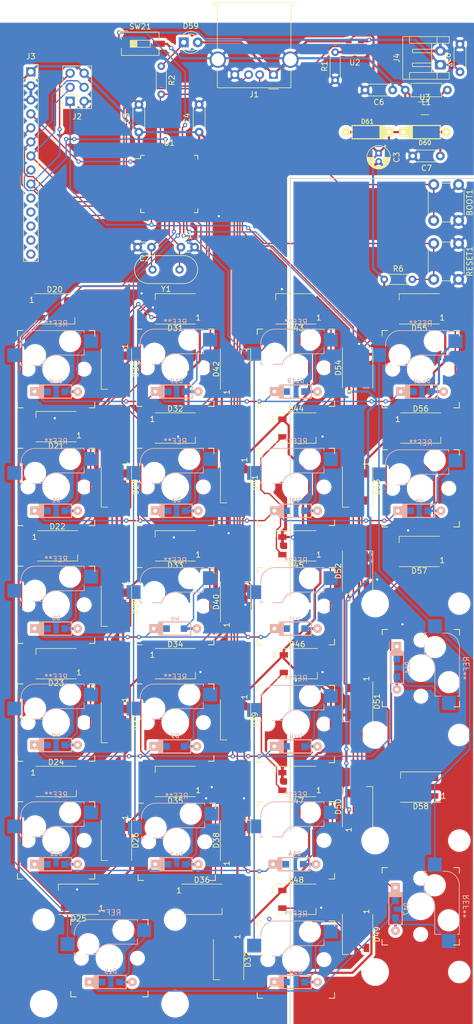
<source format=kicad_pcb>
(kicad_pcb (version 20171130) (host pcbnew "(5.1.6)-1")
  (layers (0 F.Cu signal) (31 B.Cu signal) (34 B.Paste user hide) (35 F.Paste user hide) (36 B.SilkS user hide) (37 F.SilkS user hide) (38 B.Mask user hide) (39 F.Mask user hide) (44 Edge.Cuts user hide))
  (net 0 "")
  (net 1 row0)
  (net 2 "Net-(D1-Pad2)")
  (net 3 row1)
  (net 4 "Net-(D2-Pad2)")
  (net 5 row2)
  (net 6 "Net-(D3-Pad2)")
  (net 7 "Net-(D4-Pad2)")
  (net 8 row3)
  (net 9 row4)
  (net 10 "Net-(D5-Pad2)")
  (net 11 "Net-(D6-Pad2)")
  (net 12 "Net-(D7-Pad2)")
  (net 13 "Net-(D8-Pad2)")
  (net 14 "Net-(D9-Pad2)")
  (net 15 "Net-(D10-Pad2)")
  (net 16 "Net-(D11-Pad2)")
  (net 17 "Net-(D12-Pad2)")
  (net 18 "Net-(D13-Pad2)")
  (net 19 "Net-(D14-Pad2)")
  (net 20 "Net-(D15-Pad2)")
  (net 21 "Net-(D16-Pad2)")
  (net 22 "Net-(D17-Pad2)")
  (net 23 col0)
  (net 24 col1)
  (net 25 col2)
  (net 26 col3)
  (net 27 xtal1)
  (net 28 GND)
  (net 29 xtal2)
  (net 30 +5V)
  (net 31 D-)
  (net 32 D+)
  (net 33 boot1)
  (net 34 "Net-(D20-Pad2)")
  (net 35 LEDin)
  (net 36 "Net-(D21-Pad2)")
  (net 37 "Net-(D22-Pad2)")
  (net 38 "Net-(D23-Pad2)")
  (net 39 "Net-(D24-Pad2)")
  (net 40 "Net-(D25-Pad2)")
  (net 41 "Net-(D26-Pad2)")
  (net 42 "Net-(D27-Pad2)")
  (net 43 "Net-(D28-Pad2)")
  (net 44 "Net-(D29-Pad2)")
  (net 45 "Net-(D30-Pad2)")
  (net 46 "Net-(D31-Pad2)")
  (net 47 "Net-(D32-Pad2)")
  (net 48 "Net-(D33-Pad2)")
  (net 49 reset1)
  (net 50 LCD_RS)
  (net 51 "Net-(J3-Pad12)")
  (net 52 "Net-(J3-Pad13)")
  (net 53 "Net-(J3-Pad14)")
  (net 54 LCD_RST)
  (net 55 "Net-(U1-Pad6)")
  (net 56 "Net-(U1-Pad42)")
  (net 57 "Net-(D18-Pad2)")
  (net 58 "Net-(D19-Pad2)")
  (net 59 "Net-(D34-Pad2)")
  (net 60 "Net-(D35-Pad2)")
  (net 61 row5)
  (net 62 "Net-(D36-Pad2)")
  (net 63 "Net-(D37-Pad2)")
  (net 64 "Net-(D38-Pad2)")
  (net 65 "Net-(D39-Pad2)")
  (net 66 "Net-(D40-Pad2)")
  (net 67 "Net-(D41-Pad2)")
  (net 68 "Net-(D42-Pad2)")
  (net 69 "Net-(D43-Pad2)")
  (net 70 "Net-(D44-Pad2)")
  (net 71 "Net-(D45-Pad2)")
  (net 72 "Net-(D46-Pad2)")
  (net 73 "Net-(D47-Pad2)")
  (net 74 "Net-(D48-Pad2)")
  (net 75 "Net-(D49-Pad2)")
  (net 76 "Net-(D50-Pad2)")
  (net 77 "Net-(D51-Pad2)")
  (net 78 "Net-(D52-Pad2)")
  (net 79 "Net-(D53-Pad2)")
  (net 80 "Net-(D54-Pad2)")
  (net 81 "Net-(D55-Pad2)")
  (net 82 "Net-(D56-Pad2)")
  (net 83 "Net-(D57-Pad2)")
  (net 84 "Net-(D119-Pad2)")
  (net 85 "Net-(D120-Pad2)")
  (net 86 "Net-(D58-Pad2)")
  (net 87 LED_LCD)
  (net 88 "Net-(U1-Pad37)")
  (net 89 "Net-(U1-Pad38)")
  (net 90 "Net-(U1-Pad39)")
  (net 91 "Net-(J3-Pad11)")
  (net 92 "Net-(J3-Pad10)")
  (net 93 VBAT)
  (net 94 5VREG)
  (net 95 5VUSB)
  (net 96 "Net-(D59-Pad1)")
  (net 97 SCK)
  (net 98 MOSI)
  (net 99 MISO)
  (net 100 "Net-(L1-Pad1)")
  (net 101 "Net-(R1-Pad2)")
  (net 102 Bat_STAT)
  (net 103 "Net-(U1-Pad31)")
  (net 104 "Net-(U1-Pad32)")
  (net 105 "Net-(C6-Pad1)")
  (net 106 "Net-(U1-Pad8)")
  (module Connector_USB:USB_A_Molex_67643_Horizontal (layer F.Cu) (at 49.582493 9.450493 180)
    (fp_text reference J1 (at 3.5 -3.6) (layer F.SilkS))
    (fp_text value USB_A)
    (pad 4 thru_hole circle (at 7 0 180) (size 1.6 1.6) (drill 0.95) (layers *.Cu *.Mask) (net 28 GND))
    (pad 3 thru_hole circle (at 4.5 0 180) (size 1.6 1.6) (drill 0.95) (layers *.Cu *.Mask) (net 32 D+))
    (pad 2 thru_hole circle (at 2.5 0 180) (size 1.6 1.6) (drill 0.95) (layers *.Cu *.Mask) (net 31 D-))
    (pad 1 thru_hole rect (at 0 0 180) (size 1.6 1.5) (drill 0.95) (layers *.Cu *.Mask) (net 95 5VUSB))
    (pad 5 thru_hole circle (at 10.07 2.71 180) (size 3 3) (drill 2.3) (layers *.Cu *.Mask) (net 28 GND))
    (pad 5 thru_hole circle (at -3.07 2.71 180) (size 3 3) (drill 2.3) (layers *.Cu *.Mask) (net 28 GND))
  )
  (module keyswitches:Stabilizer_MX_2u (layer F.Cu) (at 19.864493 169.470493)
    (fp_text reference REF** hide)
    (fp_text value Stabilizer_MX_2u hide)
    (pad "" np_thru_hole circle (at -11.9 -6.985) (size 3.048 3.048) (drill 3.048) (layers *.Cu *.Mask))
    (pad "" np_thru_hole circle (at 11.9 -6.985) (size 3.048 3.048) (drill 3.048) (layers *.Cu *.Mask))
    (pad "" np_thru_hole circle (at -11.9 8.255) (size 3.9878 3.9878) (drill 3.9878) (layers *.Cu *.Mask))
    (pad "" np_thru_hole circle (at 11.9 8.255) (size 3.9878 3.9878) (drill 3.9878) (layers *.Cu *.Mask))
  )
  (module keyswitches:Stabilizer_MX_2u (layer F.Cu) (at 76.252493 160.072493 270)
    (fp_text reference REF** hide)
    (fp_text value Stabilizer_MX_2u hide)
    (pad "" np_thru_hole circle (at -11.9 -6.985 270) (size 3.048 3.048) (drill 3.048) (layers *.Cu *.Mask))
    (pad "" np_thru_hole circle (at 11.9 -6.985 270) (size 3.048 3.048) (drill 3.048) (layers *.Cu *.Mask))
    (pad "" np_thru_hole circle (at -11.9 8.255 270) (size 3.9878 3.9878) (drill 3.9878) (layers *.Cu *.Mask))
    (pad "" np_thru_hole circle (at 11.9 8.255 270) (size 3.9878 3.9878) (drill 3.9878) (layers *.Cu *.Mask))
  )
  (module keyswitches:Stabilizer_MX_2u (layer F.Cu) (at 76.252493 117.146493 270)
    (fp_text reference REF** hide)
    (fp_text value Stabilizer_MX_2u hide)
    (pad "" np_thru_hole circle (at -11.9 -6.985 270) (size 3.048 3.048) (drill 3.048) (layers *.Cu *.Mask))
    (pad "" np_thru_hole circle (at 11.9 -6.985 270) (size 3.048 3.048) (drill 3.048) (layers *.Cu *.Mask))
    (pad "" np_thru_hole circle (at -11.9 8.255 270) (size 3.9878 3.9878) (drill 3.9878) (layers *.Cu *.Mask))
    (pad "" np_thru_hole circle (at 11.9 8.255 270) (size 3.9878 3.9878) (drill 3.9878) (layers *.Cu *.Mask))
  )
  (module Crystal:Crystal_HC49-4H_Vertical (layer F.Cu) (at 32.564493 44.756493 180)
    (fp_text reference Y1 (at 2.44 -3.525) (layer F.SilkS))
    (fp_text value Crystal)
    (pad 1 thru_hole circle (at 0 0 180) (size 1.5 1.5) (drill 0.8) (layers *.Cu *.Mask) (net 27 xtal1))
    (pad 2 thru_hole circle (at 4.88 0 180) (size 1.5 1.5) (drill 0.8) (layers *.Cu *.Mask) (net 29 xtal2))
  )
  (module keyswitches:Kailh_socket_MX (layer F.Cu) (at 10.212493 62.790493)
    (fp_text reference REF** (at 0 -8.255) (layer B.SilkS) (effects (justify mirror)))
    (fp_text value Kailh_socket_MX)
    (pad 2 smd rect (at -7.56 -2.54) (size 2.55 2.5) (layers B.Cu B.Paste B.Mask) (net 23 col0))
    (pad "" np_thru_hole circle (at -5.08 0) (size 1.7018 1.7018) (drill 1.7018) (layers *.Cu *.Mask))
    (pad "" np_thru_hole circle (at 5.08 0) (size 1.7018 1.7018) (drill 1.7018) (layers *.Cu *.Mask))
    (pad "" np_thru_hole circle (at 0 0) (size 3.9878 3.9878) (drill 3.9878) (layers *.Cu *.Mask))
    (pad "" np_thru_hole circle (at -3.81 -2.54) (size 3 3) (drill 3) (layers *.Cu *.Mask))
    (pad "" np_thru_hole circle (at 2.54 -5.08) (size 3 3) (drill 3) (layers *.Cu *.Mask))
    (pad 1 smd rect (at 6.29 -5.08) (size 2.55 2.5) (layers B.Cu B.Paste B.Mask) (net 57 "Net-(D18-Pad2)"))
  )
  (module Connector_PinSocket_2.54mm:PinSocket_2x03_P2.54mm_Vertical (layer F.Cu) (at 12.752493 14.276493 180)
    (fp_text reference J2 (at -1.27 -2.77) (layer F.SilkS))
    (fp_text value "ISP 2x3")
    (pad 1 thru_hole rect (at 0 0 180) (size 1.7 1.7) (drill 1) (layers *.Cu *.Mask) (net 49 reset1))
    (pad 2 thru_hole oval (at -2.54 0 180) (size 1.7 1.7) (drill 1) (layers *.Cu *.Mask) (net 28 GND))
    (pad 3 thru_hole oval (at 0 2.54 180) (size 1.7 1.7) (drill 1) (layers *.Cu *.Mask) (net 97 SCK))
    (pad 4 thru_hole oval (at -2.54 2.54 180) (size 1.7 1.7) (drill 1) (layers *.Cu *.Mask) (net 98 MOSI))
    (pad 5 thru_hole oval (at 0 5.08 180) (size 1.7 1.7) (drill 1) (layers *.Cu *.Mask) (net 99 MISO))
    (pad 6 thru_hole oval (at -2.54 5.08 180) (size 1.7 1.7) (drill 1) (layers *.Cu *.Mask) (net 30 +5V))
  )
  (module Button_Switch_SMD:SW_DIP_SPSTx01_Slide_6.7x4.1mm_W6.73mm_P2.54mm_LowProfile_JPin (layer F.Cu) (at 25.452493 3.862493)
    (fp_text reference SW21 (at 0 -3.11) (layer F.SilkS))
    (fp_text value ON)
    (pad 2 smd rect (at 3.365 0) (size 2.16 1.12) (layers F.Cu F.Paste F.Mask) (net 105 "Net-(C6-Pad1)"))
    (pad 1 smd rect (at -3.365 0) (size 2.16 1.12) (layers F.Cu F.Paste F.Mask) (net 93 VBAT))
  )
  (module Package_TO_SOT_SMD:SOT-363_SC-70-6 (layer F.Cu) (at 77.014493 15.546493)
    (fp_text reference U3 (at 0 -2) (layer F.SilkS))
    (fp_text value LTC3525-5)
    (pad 6 smd rect (at 0.95 -0.65) (size 0.65 0.4) (layers F.Cu F.Paste F.Mask) (net 100 "Net-(L1-Pad1)"))
    (pad 4 smd rect (at 0.95 0.65) (size 0.65 0.4) (layers F.Cu F.Paste F.Mask) (net 94 5VREG))
    (pad 2 smd rect (at -0.95 0) (size 0.65 0.4) (layers F.Cu F.Paste F.Mask) (net 28 GND))
    (pad 5 smd rect (at 0.95 0) (size 0.65 0.4) (layers F.Cu F.Paste F.Mask) (net 28 GND))
    (pad 3 smd rect (at -0.95 0.65) (size 0.65 0.4) (layers F.Cu F.Paste F.Mask) (net 105 "Net-(C6-Pad1)"))
    (pad 1 smd rect (at -0.95 -0.65) (size 0.65 0.4) (layers F.Cu F.Paste F.Mask) (net 105 "Net-(C6-Pad1)"))
  )
  (module Package_TO_SOT_SMD:SOT-23-5 (layer F.Cu) (at 64.314493 4.370493 180)
    (fp_text reference U2 (at 0 -2.9) (layer F.SilkS))
    (fp_text value MCP73831-2-OT)
    (pad 5 smd rect (at 1.1 -0.95 180) (size 1.06 0.65) (layers F.Cu F.Paste F.Mask) (net 101 "Net-(R1-Pad2)"))
    (pad 4 smd rect (at 1.1 0.95 180) (size 1.06 0.65) (layers F.Cu F.Paste F.Mask) (net 95 5VUSB))
    (pad 3 smd rect (at -1.1 0.95 180) (size 1.06 0.65) (layers F.Cu F.Paste F.Mask) (net 93 VBAT))
    (pad 2 smd rect (at -1.1 0 180) (size 1.06 0.65) (layers F.Cu F.Paste F.Mask) (net 28 GND))
    (pad 1 smd rect (at -1.1 -0.95 180) (size 1.06 0.65) (layers F.Cu F.Paste F.Mask) (net 102 Bat_STAT))
  )
  (module Resistor_THT:R_Axial_DIN0204_L3.6mm_D1.6mm_P5.08mm_Horizontal (layer F.Cu) (at 29.262493 7.926493 270)
    (fp_text reference R2 (at 2.54 -1.92 90) (layer F.SilkS))
    (fp_text value 1K)
    (pad 2 thru_hole oval (at 5.08 0 270) (size 1.4 1.4) (drill 0.7) (layers *.Cu *.Mask) (net 102 Bat_STAT))
    (pad 1 thru_hole circle (at 0 0 270) (size 1.4 1.4) (drill 0.7) (layers *.Cu *.Mask) (net 96 "Net-(D59-Pad1)"))
  )
  (module Resistor_THT:R_Axial_DIN0204_L3.6mm_D1.6mm_P5.08mm_Horizontal (layer F.Cu) (at 60.758493 10.466493 90)
    (fp_text reference R1 (at 2.54 -1.92 90) (layer F.SilkS))
    (fp_text value 10K)
    (pad 2 thru_hole oval (at 5.08 0 90) (size 1.4 1.4) (drill 0.7) (layers *.Cu *.Mask) (net 101 "Net-(R1-Pad2)"))
    (pad 1 thru_hole circle (at 0 0 90) (size 1.4 1.4) (drill 0.7) (layers *.Cu *.Mask) (net 28 GND))
  )
  (module Inductor_THT:L_Axial_L5.3mm_D2.2mm_P7.62mm_Horizontal_Vishay_IM-1 (layer F.Cu) (at 81.078493 12.244493 180)
    (fp_text reference L1 (at 3.81 -2.22) (layer F.SilkS))
    (fp_text value 10u)
    (pad 2 thru_hole oval (at 7.62 0 180) (size 1.6 1.6) (drill 0.8) (layers *.Cu *.Mask) (net 105 "Net-(C6-Pad1)"))
    (pad 1 thru_hole circle (at 0 0 180) (size 1.6 1.6) (drill 0.8) (layers *.Cu *.Mask) (net 100 "Net-(L1-Pad1)"))
  )
  (module Connector_JST:JST_EH_S2B-EH_1x02_P2.50mm_Horizontal (layer F.Cu) (at 79.808493 7.672493 90)
    (fp_text reference J4 (at 1.25 -7.9 90) (layer F.SilkS))
    (fp_text value "3.7V Bat 1x2")
    (pad 2 thru_hole oval (at 2.5 0 90) (size 1.7 2) (drill 1) (layers *.Cu *.Mask) (net 28 GND))
    (pad 1 thru_hole roundrect (at 0 0 90) (size 1.7 2) (drill 1) (layers *.Cu *.Mask) (roundrect_rratio 0.147059) (net 93 VBAT))
  )
  (module keyboard_parts:D_SOD123_axial (layer F.Cu) (at 66.600493 19.864493 180)
    (fp_text reference D61 (at 0 1.925) (layer F.SilkS) (effects (font (size 0.8 0.8))))
    (fp_text value 1N5820 hide)
    (pad 2 smd rect (at 2.7 0 180) (size 2.5 0.5) (layers F.Cu) (net 95 5VUSB))
    (pad 1 smd rect (at -2.7 0 180) (size 2.5 0.5) (layers F.Cu) (net 30 +5V))
    (pad 2 thru_hole circle (at 3.9 0 180) (size 1.6 1.6) (drill 0.7) (layers *.Cu *.Mask F.SilkS) (net 95 5VUSB))
    (pad 1 thru_hole rect (at -3.9 0 180) (size 1.6 1.6) (drill 0.7) (layers *.Cu *.Mask F.SilkS) (net 30 +5V))
    (pad 1 smd rect (at -1.575 0 180) (size 1.2 1.2) (layers F.Cu F.Paste F.Mask) (net 30 +5V))
    (pad 2 smd rect (at 1.575 0 180) (size 1.2 1.2) (layers F.Cu F.Paste F.Mask) (net 95 5VUSB))
  )
  (module keyboard_parts:D_SOD123_axial (layer F.Cu) (at 77.014493 19.864493)
    (fp_text reference D60 (at 0 1.925) (layer F.SilkS) (effects (font (size 0.8 0.8))))
    (fp_text value 1N5820 hide)
    (pad 2 smd rect (at 2.7 0) (size 2.5 0.5) (layers F.Cu) (net 94 5VREG))
    (pad 1 smd rect (at -2.7 0) (size 2.5 0.5) (layers F.Cu) (net 30 +5V))
    (pad 2 thru_hole circle (at 3.9 0) (size 1.6 1.6) (drill 0.7) (layers *.Cu *.Mask F.SilkS) (net 94 5VREG))
    (pad 1 thru_hole rect (at -3.9 0) (size 1.6 1.6) (drill 0.7) (layers *.Cu *.Mask F.SilkS) (net 30 +5V))
    (pad 1 smd rect (at -1.575 0) (size 1.2 1.2) (layers F.Cu F.Paste F.Mask) (net 30 +5V))
    (pad 2 smd rect (at 1.575 0) (size 1.2 1.2) (layers F.Cu F.Paste F.Mask) (net 94 5VREG))
  )
  (module LED_THT:LED_D3.0mm (layer F.Cu) (at 33.326493 3.608493)
    (fp_text reference D59 (at 1.27 -2.96) (layer F.SilkS))
    (fp_text value "LED (red)")
    (pad 2 thru_hole circle (at 2.54 0) (size 1.8 1.8) (drill 0.9) (layers *.Cu *.Mask) (net 95 5VUSB))
    (pad 1 thru_hole rect (at 0 0) (size 1.8 1.8) (drill 0.9) (layers *.Cu *.Mask) (net 96 "Net-(D59-Pad1)"))
  )
  (module Capacitor_THT:C_Disc_D4.3mm_W1.9mm_P5.00mm (layer F.Cu) (at 83.364493 8.942493 90)
    (fp_text reference C8 (at 2.5 -2.2 90) (layer F.SilkS))
    (fp_text value 4.7u)
    (pad 2 thru_hole circle (at 5 0 90) (size 1.6 1.6) (drill 0.8) (layers *.Cu *.Mask) (net 28 GND))
    (pad 1 thru_hole circle (at 0 0 90) (size 1.6 1.6) (drill 0.8) (layers *.Cu *.Mask) (net 93 VBAT))
  )
  (module Capacitor_THT:C_Disc_D4.3mm_W1.9mm_P5.00mm (layer F.Cu) (at 79.808493 24.182493 180)
    (fp_text reference C7 (at 2.5 -2.2) (layer F.SilkS))
    (fp_text value "22uF / 6.3V")
    (pad 2 thru_hole circle (at 5 0 180) (size 1.6 1.6) (drill 0.8) (layers *.Cu *.Mask) (net 28 GND))
    (pad 1 thru_hole circle (at 0 0 180) (size 1.6 1.6) (drill 0.8) (layers *.Cu *.Mask) (net 94 5VREG))
  )
  (module Capacitor_THT:C_Disc_D4.3mm_W1.9mm_P5.00mm (layer F.Cu) (at 71.172493 12.244493 180)
    (fp_text reference C6 (at 2.5 -2.2) (layer F.SilkS))
    (fp_text value 1u)
    (pad 2 thru_hole circle (at 5 0 180) (size 1.6 1.6) (drill 0.8) (layers *.Cu *.Mask) (net 28 GND))
    (pad 1 thru_hole circle (at 0 0 180) (size 1.6 1.6) (drill 0.8) (layers *.Cu *.Mask) (net 105 "Net-(C6-Pad1)"))
  )
  (module keyswitches:Kailh_socket_MX (layer F.Cu) (at 76.252493 84.380493)
    (fp_text reference REF** (at 0 -8.255) (layer B.SilkS) (effects (justify mirror)))
    (fp_text value Kailh_socket_MX)
    (pad 2 smd rect (at -7.56 -2.54) (size 2.55 2.5) (layers B.Cu B.Paste B.Mask) (net 26 col3))
    (pad "" np_thru_hole circle (at -5.08 0) (size 1.7018 1.7018) (drill 1.7018) (layers *.Cu *.Mask))
    (pad "" np_thru_hole circle (at 5.08 0) (size 1.7018 1.7018) (drill 1.7018) (layers *.Cu *.Mask))
    (pad "" np_thru_hole circle (at 0 0) (size 3.9878 3.9878) (drill 3.9878) (layers *.Cu *.Mask))
    (pad "" np_thru_hole circle (at -3.81 -2.54) (size 3 3) (drill 3) (layers *.Cu *.Mask))
    (pad "" np_thru_hole circle (at 2.54 -5.08) (size 3 3) (drill 3) (layers *.Cu *.Mask))
    (pad 1 smd rect (at 6.29 -5.08) (size 2.55 2.5) (layers B.Cu B.Paste B.Mask) (net 7 "Net-(D4-Pad2)"))
  )
  (module keyswitches:Kailh_socket_MX (layer F.Cu) (at 76.288493 116.939493 270)
    (fp_text reference REF** (at 0 -8.255 90) (layer B.SilkS) (effects (justify mirror)))
    (fp_text value Kailh_socket_MX)
    (pad 2 smd rect (at -7.56 -2.54 270) (size 2.55 2.5) (layers B.Cu B.Paste B.Mask) (net 26 col3))
    (pad "" np_thru_hole circle (at -5.08 0 270) (size 1.7018 1.7018) (drill 1.7018) (layers *.Cu *.Mask))
    (pad "" np_thru_hole circle (at 5.08 0 270) (size 1.7018 1.7018) (drill 1.7018) (layers *.Cu *.Mask))
    (pad "" np_thru_hole circle (at 0 0 270) (size 3.9878 3.9878) (drill 3.9878) (layers *.Cu *.Mask))
    (pad "" np_thru_hole circle (at -3.81 -2.54 270) (size 3 3) (drill 3) (layers *.Cu *.Mask))
    (pad "" np_thru_hole circle (at 2.54 -5.08 270) (size 3 3) (drill 3) (layers *.Cu *.Mask))
    (pad 1 smd rect (at 6.29 -5.08 270) (size 2.55 2.5) (layers B.Cu B.Paste B.Mask) (net 16 "Net-(D11-Pad2)"))
  )
  (module keyswitches:Kailh_socket_MX (layer F.Cu) (at 76.252493 160.072493 270)
    (fp_text reference REF** (at 0 -8.255 90) (layer B.SilkS) (effects (justify mirror)))
    (fp_text value Kailh_socket_MX)
    (pad 2 smd rect (at -7.56 -2.54 270) (size 2.55 2.5) (layers B.Cu B.Paste B.Mask) (net 26 col3))
    (pad "" np_thru_hole circle (at -5.08 0 270) (size 1.7018 1.7018) (drill 1.7018) (layers *.Cu *.Mask))
    (pad "" np_thru_hole circle (at 5.08 0 270) (size 1.7018 1.7018) (drill 1.7018) (layers *.Cu *.Mask))
    (pad "" np_thru_hole circle (at 0 0 270) (size 3.9878 3.9878) (drill 3.9878) (layers *.Cu *.Mask))
    (pad "" np_thru_hole circle (at -3.81 -2.54 270) (size 3 3) (drill 3) (layers *.Cu *.Mask))
    (pad "" np_thru_hole circle (at 2.54 -5.08 270) (size 3 3) (drill 3) (layers *.Cu *.Mask))
    (pad 1 smd rect (at 6.29 -5.08 270) (size 2.55 2.5) (layers B.Cu B.Paste B.Mask) (net 22 "Net-(D17-Pad2)"))
  )
  (module keyswitches:Kailh_socket_MX (layer F.Cu) (at 53.646493 169.724493)
    (fp_text reference REF** (at 0 -8.255) (layer B.SilkS) (effects (justify mirror)))
    (fp_text value Kailh_socket_MX)
    (pad 2 smd rect (at -7.56 -2.54) (size 2.55 2.5) (layers B.Cu B.Paste B.Mask) (net 25 col2))
    (pad "" np_thru_hole circle (at -5.08 0) (size 1.7018 1.7018) (drill 1.7018) (layers *.Cu *.Mask))
    (pad "" np_thru_hole circle (at 5.08 0) (size 1.7018 1.7018) (drill 1.7018) (layers *.Cu *.Mask))
    (pad "" np_thru_hole circle (at 0 0) (size 3.9878 3.9878) (drill 3.9878) (layers *.Cu *.Mask))
    (pad "" np_thru_hole circle (at -3.81 -2.54) (size 3 3) (drill 3) (layers *.Cu *.Mask))
    (pad "" np_thru_hole circle (at 2.54 -5.08) (size 3 3) (drill 3) (layers *.Cu *.Mask))
    (pad 1 smd rect (at 6.29 -5.08) (size 2.55 2.5) (layers B.Cu B.Paste B.Mask) (net 21 "Net-(D16-Pad2)"))
  )
  (module keyswitches:Kailh_socket_MX (layer F.Cu) (at 53.646493 127.052493)
    (fp_text reference REF** (at 0 -8.255) (layer B.SilkS) (effects (justify mirror)))
    (fp_text value Kailh_socket_MX)
    (pad 2 smd rect (at -7.56 -2.54) (size 2.55 2.5) (layers B.Cu B.Paste B.Mask) (net 25 col2))
    (pad "" np_thru_hole circle (at -5.08 0) (size 1.7018 1.7018) (drill 1.7018) (layers *.Cu *.Mask))
    (pad "" np_thru_hole circle (at 5.08 0) (size 1.7018 1.7018) (drill 1.7018) (layers *.Cu *.Mask))
    (pad "" np_thru_hole circle (at 0 0) (size 3.9878 3.9878) (drill 3.9878) (layers *.Cu *.Mask))
    (pad "" np_thru_hole circle (at -3.81 -2.54) (size 3 3) (drill 3) (layers *.Cu *.Mask))
    (pad "" np_thru_hole circle (at 2.54 -5.08) (size 3 3) (drill 3) (layers *.Cu *.Mask))
    (pad 1 smd rect (at 6.29 -5.08) (size 2.55 2.5) (layers B.Cu B.Paste B.Mask) (net 15 "Net-(D10-Pad2)"))
  )
  (module keyswitches:Kailh_socket_MX (layer F.Cu) (at 53.646493 105.716493)
    (fp_text reference REF** (at 0 -8.255) (layer B.SilkS) (effects (justify mirror)))
    (fp_text value Kailh_socket_MX)
    (pad 2 smd rect (at -7.56 -2.54) (size 2.55 2.5) (layers B.Cu B.Paste B.Mask) (net 25 col2))
    (pad "" np_thru_hole circle (at -5.08 0) (size 1.7018 1.7018) (drill 1.7018) (layers *.Cu *.Mask))
    (pad "" np_thru_hole circle (at 5.08 0) (size 1.7018 1.7018) (drill 1.7018) (layers *.Cu *.Mask))
    (pad "" np_thru_hole circle (at 0 0) (size 3.9878 3.9878) (drill 3.9878) (layers *.Cu *.Mask))
    (pad "" np_thru_hole circle (at -3.81 -2.54) (size 3 3) (drill 3) (layers *.Cu *.Mask))
    (pad "" np_thru_hole circle (at 2.54 -5.08) (size 3 3) (drill 3) (layers *.Cu *.Mask))
    (pad 1 smd rect (at 6.29 -5.08) (size 2.55 2.5) (layers B.Cu B.Paste B.Mask) (net 12 "Net-(D7-Pad2)"))
  )
  (module keyswitches:Kailh_socket_MX (layer F.Cu) (at 53.646493 84.126493)
    (fp_text reference REF** (at 0 -8.255) (layer B.SilkS) (effects (justify mirror)))
    (fp_text value Kailh_socket_MX)
    (pad 2 smd rect (at -7.56 -2.54) (size 2.55 2.5) (layers B.Cu B.Paste B.Mask) (net 25 col2))
    (pad "" np_thru_hole circle (at -5.08 0) (size 1.7018 1.7018) (drill 1.7018) (layers *.Cu *.Mask))
    (pad "" np_thru_hole circle (at 5.08 0) (size 1.7018 1.7018) (drill 1.7018) (layers *.Cu *.Mask))
    (pad "" np_thru_hole circle (at 0 0) (size 3.9878 3.9878) (drill 3.9878) (layers *.Cu *.Mask))
    (pad "" np_thru_hole circle (at -3.81 -2.54) (size 3 3) (drill 3) (layers *.Cu *.Mask))
    (pad "" np_thru_hole circle (at 2.54 -5.08) (size 3 3) (drill 3) (layers *.Cu *.Mask))
    (pad 1 smd rect (at 6.29 -5.08) (size 2.55 2.5) (layers B.Cu B.Paste B.Mask) (net 6 "Net-(D3-Pad2)"))
  )
  (module keyswitches:Kailh_socket_MX (layer F.Cu) (at 53.646493 62.536493)
    (fp_text reference REF** (at 0 -8.255) (layer B.SilkS) (effects (justify mirror)))
    (fp_text value Kailh_socket_MX)
    (pad 2 smd rect (at -7.56 -2.54) (size 2.55 2.5) (layers B.Cu B.Paste B.Mask) (net 25 col2))
    (pad "" np_thru_hole circle (at -5.08 0) (size 1.7018 1.7018) (drill 1.7018) (layers *.Cu *.Mask))
    (pad "" np_thru_hole circle (at 5.08 0) (size 1.7018 1.7018) (drill 1.7018) (layers *.Cu *.Mask))
    (pad "" np_thru_hole circle (at 0 0) (size 3.9878 3.9878) (drill 3.9878) (layers *.Cu *.Mask))
    (pad "" np_thru_hole circle (at -3.81 -2.54) (size 3 3) (drill 3) (layers *.Cu *.Mask))
    (pad "" np_thru_hole circle (at 2.54 -5.08) (size 3 3) (drill 3) (layers *.Cu *.Mask))
    (pad 1 smd rect (at 6.29 -5.08) (size 2.55 2.5) (layers B.Cu B.Paste B.Mask) (net 84 "Net-(D119-Pad2)"))
  )
  (module Connector_PinSocket_2.54mm:PinSocket_1x14_P2.54mm_Vertical (layer F.Cu) (at 5.640493 8.942493)
    (fp_text reference J3 (at 0 -2.77) (layer F.SilkS))
    (fp_text value "LCD Header 1x14")
    (pad 14 thru_hole oval (at 0 33.02) (size 1.7 1.7) (drill 1) (layers *.Cu *.Mask) (net 53 "Net-(J3-Pad14)"))
    (pad 13 thru_hole oval (at 0 30.48) (size 1.7 1.7) (drill 1) (layers *.Cu *.Mask) (net 52 "Net-(J3-Pad13)"))
    (pad 12 thru_hole oval (at 0 27.94) (size 1.7 1.7) (drill 1) (layers *.Cu *.Mask) (net 51 "Net-(J3-Pad12)"))
    (pad 11 thru_hole oval (at 0 25.4) (size 1.7 1.7) (drill 1) (layers *.Cu *.Mask) (net 91 "Net-(J3-Pad11)"))
    (pad 10 thru_hole oval (at 0 22.86) (size 1.7 1.7) (drill 1) (layers *.Cu *.Mask) (net 92 "Net-(J3-Pad10)"))
    (pad 9 thru_hole oval (at 0 20.32) (size 1.7 1.7) (drill 1) (layers *.Cu *.Mask) (net 99 MISO))
    (pad 8 thru_hole oval (at 0 17.78) (size 1.7 1.7) (drill 1) (layers *.Cu *.Mask) (net 87 LED_LCD))
    (pad 7 thru_hole oval (at 0 15.24) (size 1.7 1.7) (drill 1) (layers *.Cu *.Mask) (net 97 SCK))
    (pad 6 thru_hole oval (at 0 12.7) (size 1.7 1.7) (drill 1) (layers *.Cu *.Mask) (net 98 MOSI))
    (pad 5 thru_hole oval (at 0 10.16) (size 1.7 1.7) (drill 1) (layers *.Cu *.Mask) (net 50 LCD_RS))
    (pad 4 thru_hole oval (at 0 7.62) (size 1.7 1.7) (drill 1) (layers *.Cu *.Mask) (net 54 LCD_RST))
    (pad 3 thru_hole oval (at 0 5.08) (size 1.7 1.7) (drill 1) (layers *.Cu *.Mask) (net 28 GND))
    (pad 2 thru_hole oval (at 0 2.54) (size 1.7 1.7) (drill 1) (layers *.Cu *.Mask) (net 28 GND))
    (pad 1 thru_hole rect (at 0 0) (size 1.7 1.7) (drill 1) (layers *.Cu *.Mask) (net 30 +5V))
  )
  (module LED_SMD:LED_WS2812B_PLCC4_5.0x5.0mm_P3.2mm (layer F.Cu) (at 76.252493 138.482493 180)
    (fp_text reference D58 (at 0 -3.5) (layer F.SilkS))
    (fp_text value WS2812B)
    (fp_text user 1 (at -4.15 -1.6) (layer F.SilkS))
    (pad 1 smd rect (at -2.45 -1.6 180) (size 1.5 1) (layers F.Cu F.Paste F.Mask) (net 30 +5V))
    (pad 2 smd rect (at -2.45 1.6 180) (size 1.5 1) (layers F.Cu F.Paste F.Mask) (net 86 "Net-(D58-Pad2)"))
    (pad 4 smd rect (at 2.45 -1.6 180) (size 1.5 1) (layers F.Cu F.Paste F.Mask) (net 83 "Net-(D57-Pad2)"))
    (pad 3 smd rect (at 2.45 1.6 180) (size 1.5 1) (layers F.Cu F.Paste F.Mask) (net 28 GND))
  )
  (module keyswitches:Kailh_socket_MX (layer F.Cu) (at 32.056493 148.388493)
    (fp_text reference REF** (at 0 -8.255) (layer B.SilkS) (effects (justify mirror)))
    (fp_text value Kailh_socket_MX)
    (pad 2 smd rect (at -7.56 -2.54) (size 2.55 2.5) (layers B.Cu B.Paste B.Mask) (net 24 col1))
    (pad "" np_thru_hole circle (at -5.08 0) (size 1.7018 1.7018) (drill 1.7018) (layers *.Cu *.Mask))
    (pad "" np_thru_hole circle (at 5.08 0) (size 1.7018 1.7018) (drill 1.7018) (layers *.Cu *.Mask))
    (pad "" np_thru_hole circle (at 0 0) (size 3.9878 3.9878) (drill 3.9878) (layers *.Cu *.Mask))
    (pad "" np_thru_hole circle (at -3.81 -2.54) (size 3 3) (drill 3) (layers *.Cu *.Mask))
    (pad "" np_thru_hole circle (at 2.54 -5.08) (size 3 3) (drill 3) (layers *.Cu *.Mask))
    (pad 1 smd rect (at 6.29 -5.08) (size 2.55 2.5) (layers B.Cu B.Paste B.Mask) (net 18 "Net-(D13-Pad2)"))
  )
  (module keyswitches:Kailh_socket_MX (layer F.Cu) (at 31.802493 126.798493)
    (fp_text reference REF** (at 0 -8.255) (layer B.SilkS) (effects (justify mirror)))
    (fp_text value Kailh_socket_MX)
    (pad 2 smd rect (at -7.56 -2.54) (size 2.55 2.5) (layers B.Cu B.Paste B.Mask) (net 24 col1))
    (pad "" np_thru_hole circle (at -5.08 0) (size 1.7018 1.7018) (drill 1.7018) (layers *.Cu *.Mask))
    (pad "" np_thru_hole circle (at 5.08 0) (size 1.7018 1.7018) (drill 1.7018) (layers *.Cu *.Mask))
    (pad "" np_thru_hole circle (at 0 0) (size 3.9878 3.9878) (drill 3.9878) (layers *.Cu *.Mask))
    (pad "" np_thru_hole circle (at -3.81 -2.54) (size 3 3) (drill 3) (layers *.Cu *.Mask))
    (pad "" np_thru_hole circle (at 2.54 -5.08) (size 3 3) (drill 3) (layers *.Cu *.Mask))
    (pad 1 smd rect (at 6.29 -5.08) (size 2.55 2.5) (layers B.Cu B.Paste B.Mask) (net 14 "Net-(D9-Pad2)"))
  )
  (module keyswitches:Kailh_socket_MX (layer F.Cu) (at 31.802493 105.716493)
    (fp_text reference REF** (at 0 -8.255) (layer B.SilkS) (effects (justify mirror)))
    (fp_text value Kailh_socket_MX)
    (pad 2 smd rect (at -7.56 -2.54) (size 2.55 2.5) (layers B.Cu B.Paste B.Mask) (net 24 col1))
    (pad "" np_thru_hole circle (at -5.08 0) (size 1.7018 1.7018) (drill 1.7018) (layers *.Cu *.Mask))
    (pad "" np_thru_hole circle (at 5.08 0) (size 1.7018 1.7018) (drill 1.7018) (layers *.Cu *.Mask))
    (pad "" np_thru_hole circle (at 0 0) (size 3.9878 3.9878) (drill 3.9878) (layers *.Cu *.Mask))
    (pad "" np_thru_hole circle (at -3.81 -2.54) (size 3 3) (drill 3) (layers *.Cu *.Mask))
    (pad "" np_thru_hole circle (at 2.54 -5.08) (size 3 3) (drill 3) (layers *.Cu *.Mask))
    (pad 1 smd rect (at 6.29 -5.08) (size 2.55 2.5) (layers B.Cu B.Paste B.Mask) (net 11 "Net-(D6-Pad2)"))
  )
  (module keyswitches:Kailh_socket_MX (layer F.Cu) (at 31.802493 84.126493)
    (fp_text reference REF** (at 0 -8.255) (layer B.SilkS) (effects (justify mirror)))
    (fp_text value Kailh_socket_MX)
    (pad 2 smd rect (at -7.56 -2.54) (size 2.55 2.5) (layers B.Cu B.Paste B.Mask) (net 24 col1))
    (pad "" np_thru_hole circle (at -5.08 0) (size 1.7018 1.7018) (drill 1.7018) (layers *.Cu *.Mask))
    (pad "" np_thru_hole circle (at 5.08 0) (size 1.7018 1.7018) (drill 1.7018) (layers *.Cu *.Mask))
    (pad "" np_thru_hole circle (at 0 0) (size 3.9878 3.9878) (drill 3.9878) (layers *.Cu *.Mask))
    (pad "" np_thru_hole circle (at -3.81 -2.54) (size 3 3) (drill 3) (layers *.Cu *.Mask))
    (pad "" np_thru_hole circle (at 2.54 -5.08) (size 3 3) (drill 3) (layers *.Cu *.Mask))
    (pad 1 smd rect (at 6.29 -5.08) (size 2.55 2.5) (layers B.Cu B.Paste B.Mask) (net 4 "Net-(D2-Pad2)"))
  )
  (module keyswitches:Kailh_socket_MX (layer F.Cu) (at 10.212493 148.134493)
    (fp_text reference REF** (at 0 -8.255) (layer B.SilkS) (effects (justify mirror)))
    (fp_text value Kailh_socket_MX)
    (pad 2 smd rect (at -7.56 -2.54) (size 2.55 2.5) (layers B.Cu B.Paste B.Mask) (net 23 col0))
    (pad "" np_thru_hole circle (at -5.08 0) (size 1.7018 1.7018) (drill 1.7018) (layers *.Cu *.Mask))
    (pad "" np_thru_hole circle (at 5.08 0) (size 1.7018 1.7018) (drill 1.7018) (layers *.Cu *.Mask))
    (pad "" np_thru_hole circle (at 0 0) (size 3.9878 3.9878) (drill 3.9878) (layers *.Cu *.Mask))
    (pad "" np_thru_hole circle (at -3.81 -2.54) (size 3 3) (drill 3) (layers *.Cu *.Mask))
    (pad "" np_thru_hole circle (at 2.54 -5.08) (size 3 3) (drill 3) (layers *.Cu *.Mask))
    (pad 1 smd rect (at 6.29 -5.08) (size 2.55 2.5) (layers B.Cu B.Paste B.Mask) (net 17 "Net-(D12-Pad2)"))
  )
  (module keyswitches:Kailh_socket_MX (layer F.Cu) (at 19.864493 169.470493)
    (fp_text reference REF** (at 0 -8.255) (layer B.SilkS) (effects (justify mirror)))
    (fp_text value Kailh_socket_MX)
    (pad 2 smd rect (at -7.56 -2.54) (size 2.55 2.5) (layers B.Cu B.Paste B.Mask) (net 23 col0))
    (pad "" np_thru_hole circle (at -5.08 0) (size 1.7018 1.7018) (drill 1.7018) (layers *.Cu *.Mask))
    (pad "" np_thru_hole circle (at 5.08 0) (size 1.7018 1.7018) (drill 1.7018) (layers *.Cu *.Mask))
    (pad "" np_thru_hole circle (at 0 0) (size 3.9878 3.9878) (drill 3.9878) (layers *.Cu *.Mask))
    (pad "" np_thru_hole circle (at -3.81 -2.54) (size 3 3) (drill 3) (layers *.Cu *.Mask))
    (pad "" np_thru_hole circle (at 2.54 -5.08) (size 3 3) (drill 3) (layers *.Cu *.Mask))
    (pad 1 smd rect (at 6.29 -5.08) (size 2.55 2.5) (layers B.Cu B.Paste B.Mask) (net 20 "Net-(D15-Pad2)"))
  )
  (module keyswitches:Kailh_socket_MX (layer F.Cu) (at 53.646493 148.134493)
    (fp_text reference REF** (at 0 -8.255) (layer B.SilkS) (effects (justify mirror)))
    (fp_text value Kailh_socket_MX)
    (pad 2 smd rect (at -7.56 -2.54) (size 2.55 2.5) (layers B.Cu B.Paste B.Mask) (net 25 col2))
    (pad "" np_thru_hole circle (at -5.08 0) (size 1.7018 1.7018) (drill 1.7018) (layers *.Cu *.Mask))
    (pad "" np_thru_hole circle (at 5.08 0) (size 1.7018 1.7018) (drill 1.7018) (layers *.Cu *.Mask))
    (pad "" np_thru_hole circle (at 0 0) (size 3.9878 3.9878) (drill 3.9878) (layers *.Cu *.Mask))
    (pad "" np_thru_hole circle (at -3.81 -2.54) (size 3 3) (drill 3) (layers *.Cu *.Mask))
    (pad "" np_thru_hole circle (at 2.54 -5.08) (size 3 3) (drill 3) (layers *.Cu *.Mask))
    (pad 1 smd rect (at 6.29 -5.08) (size 2.55 2.5) (layers B.Cu B.Paste B.Mask) (net 19 "Net-(D14-Pad2)"))
  )
  (module keyswitches:Kailh_socket_MX (layer F.Cu) (at 10.212493 126.798493)
    (fp_text reference REF** (at 0 -8.255) (layer B.SilkS) (effects (justify mirror)))
    (fp_text value Kailh_socket_MX)
    (pad 2 smd rect (at -7.56 -2.54) (size 2.55 2.5) (layers B.Cu B.Paste B.Mask) (net 23 col0))
    (pad "" np_thru_hole circle (at -5.08 0) (size 1.7018 1.7018) (drill 1.7018) (layers *.Cu *.Mask))
    (pad "" np_thru_hole circle (at 5.08 0) (size 1.7018 1.7018) (drill 1.7018) (layers *.Cu *.Mask))
    (pad "" np_thru_hole circle (at 0 0) (size 3.9878 3.9878) (drill 3.9878) (layers *.Cu *.Mask))
    (pad "" np_thru_hole circle (at -3.81 -2.54) (size 3 3) (drill 3) (layers *.Cu *.Mask))
    (pad "" np_thru_hole circle (at 2.54 -5.08) (size 3 3) (drill 3) (layers *.Cu *.Mask))
    (pad 1 smd rect (at 6.29 -5.08) (size 2.55 2.5) (layers B.Cu B.Paste B.Mask) (net 13 "Net-(D8-Pad2)"))
  )
  (module keyswitches:Kailh_socket_MX (layer F.Cu) (at 10.212493 105.462493)
    (fp_text reference REF** (at 0 -8.255) (layer B.SilkS) (effects (justify mirror)))
    (fp_text value Kailh_socket_MX)
    (pad 2 smd rect (at -7.56 -2.54) (size 2.55 2.5) (layers B.Cu B.Paste B.Mask) (net 23 col0))
    (pad "" np_thru_hole circle (at -5.08 0) (size 1.7018 1.7018) (drill 1.7018) (layers *.Cu *.Mask))
    (pad "" np_thru_hole circle (at 5.08 0) (size 1.7018 1.7018) (drill 1.7018) (layers *.Cu *.Mask))
    (pad "" np_thru_hole circle (at 0 0) (size 3.9878 3.9878) (drill 3.9878) (layers *.Cu *.Mask))
    (pad "" np_thru_hole circle (at -3.81 -2.54) (size 3 3) (drill 3) (layers *.Cu *.Mask))
    (pad "" np_thru_hole circle (at 2.54 -5.08) (size 3 3) (drill 3) (layers *.Cu *.Mask))
    (pad 1 smd rect (at 6.29 -5.08) (size 2.55 2.5) (layers B.Cu B.Paste B.Mask) (net 10 "Net-(D5-Pad2)"))
  )
  (module keyswitches:Kailh_socket_MX (layer F.Cu) (at 10.212493 84.126493)
    (fp_text reference REF** (at 0 -8.255) (layer B.SilkS) (effects (justify mirror)))
    (fp_text value Kailh_socket_MX)
    (pad 2 smd rect (at -7.56 -2.54) (size 2.55 2.5) (layers B.Cu B.Paste B.Mask) (net 23 col0))
    (pad "" np_thru_hole circle (at -5.08 0) (size 1.7018 1.7018) (drill 1.7018) (layers *.Cu *.Mask))
    (pad "" np_thru_hole circle (at 5.08 0) (size 1.7018 1.7018) (drill 1.7018) (layers *.Cu *.Mask))
    (pad "" np_thru_hole circle (at 0 0) (size 3.9878 3.9878) (drill 3.9878) (layers *.Cu *.Mask))
    (pad "" np_thru_hole circle (at -3.81 -2.54) (size 3 3) (drill 3) (layers *.Cu *.Mask))
    (pad "" np_thru_hole circle (at 2.54 -5.08) (size 3 3) (drill 3) (layers *.Cu *.Mask))
    (pad 1 smd rect (at 6.29 -5.08) (size 2.55 2.5) (layers B.Cu B.Paste B.Mask) (net 2 "Net-(D1-Pad2)"))
  )
  (module LED_SMD:LED_WS2812B_PLCC4_5.0x5.0mm_P3.2mm (layer F.Cu) (at 75.998493 95.810493 180)
    (fp_text reference D57 (at 0 -3.5) (layer F.SilkS))
    (fp_text value WS2812B)
    (fp_text user 1 (at -4.15 -1.6) (layer F.SilkS))
    (pad 1 smd rect (at -2.45 -1.6 180) (size 1.5 1) (layers F.Cu F.Paste F.Mask) (net 30 +5V))
    (pad 2 smd rect (at -2.45 1.6 180) (size 1.5 1) (layers F.Cu F.Paste F.Mask) (net 83 "Net-(D57-Pad2)"))
    (pad 4 smd rect (at 2.45 -1.6 180) (size 1.5 1) (layers F.Cu F.Paste F.Mask) (net 82 "Net-(D56-Pad2)"))
    (pad 3 smd rect (at 2.45 1.6 180) (size 1.5 1) (layers F.Cu F.Paste F.Mask) (net 28 GND))
  )
  (module LED_SMD:LED_WS2812B_PLCC4_5.0x5.0mm_P3.2mm (layer F.Cu) (at 76.252493 73.458493)
    (fp_text reference D56 (at 0 -3.5) (layer F.SilkS))
    (fp_text value WS2812B)
    (fp_text user 1 (at -4.15 -1.6) (layer F.SilkS))
    (pad 1 smd rect (at -2.45 -1.6) (size 1.5 1) (layers F.Cu F.Paste F.Mask) (net 30 +5V))
    (pad 2 smd rect (at -2.45 1.6) (size 1.5 1) (layers F.Cu F.Paste F.Mask) (net 82 "Net-(D56-Pad2)"))
    (pad 4 smd rect (at 2.45 -1.6) (size 1.5 1) (layers F.Cu F.Paste F.Mask) (net 81 "Net-(D55-Pad2)"))
    (pad 3 smd rect (at 2.45 1.6) (size 1.5 1) (layers F.Cu F.Paste F.Mask) (net 28 GND))
  )
  (module LED_SMD:LED_WS2812B_PLCC4_5.0x5.0mm_P3.2mm (layer F.Cu) (at 75.998493 51.868493 180)
    (fp_text reference D55 (at 0 -3.5) (layer F.SilkS))
    (fp_text value WS2812B)
    (fp_text user 1 (at -4.15 -1.6) (layer F.SilkS))
    (pad 1 smd rect (at -2.45 -1.6 180) (size 1.5 1) (layers F.Cu F.Paste F.Mask) (net 30 +5V))
    (pad 2 smd rect (at -2.45 1.6 180) (size 1.5 1) (layers F.Cu F.Paste F.Mask) (net 81 "Net-(D55-Pad2)"))
    (pad 4 smd rect (at 2.45 -1.6 180) (size 1.5 1) (layers F.Cu F.Paste F.Mask) (net 80 "Net-(D54-Pad2)"))
    (pad 3 smd rect (at 2.45 1.6 180) (size 1.5 1) (layers F.Cu F.Paste F.Mask) (net 28 GND))
  )
  (module LED_SMD:LED_WS2812B_PLCC4_5.0x5.0mm_P3.2mm (layer F.Cu) (at 64.822493 62.536493 90)
    (fp_text reference D54 (at 0 -3.5 90) (layer F.SilkS))
    (fp_text value WS2812B)
    (fp_text user 1 (at -4.15 -1.6 90) (layer F.SilkS))
    (pad 1 smd rect (at -2.45 -1.6 90) (size 1.5 1) (layers F.Cu F.Paste F.Mask) (net 30 +5V))
    (pad 2 smd rect (at -2.45 1.6 90) (size 1.5 1) (layers F.Cu F.Paste F.Mask) (net 80 "Net-(D54-Pad2)"))
    (pad 4 smd rect (at 2.45 -1.6 90) (size 1.5 1) (layers F.Cu F.Paste F.Mask) (net 79 "Net-(D53-Pad2)"))
    (pad 3 smd rect (at 2.45 1.6 90) (size 1.5 1) (layers F.Cu F.Paste F.Mask) (net 28 GND))
  )
  (module LED_SMD:LED_WS2812B_PLCC4_5.0x5.0mm_P3.2mm (layer F.Cu) (at 64.822493 84.126493 270)
    (fp_text reference D53 (at 0 -3.5 90) (layer F.SilkS))
    (fp_text value WS2812B)
    (fp_text user 1 (at -4.15 -1.6 90) (layer F.SilkS))
    (pad 1 smd rect (at -2.45 -1.6 270) (size 1.5 1) (layers F.Cu F.Paste F.Mask) (net 30 +5V))
    (pad 2 smd rect (at -2.45 1.6 270) (size 1.5 1) (layers F.Cu F.Paste F.Mask) (net 79 "Net-(D53-Pad2)"))
    (pad 4 smd rect (at 2.45 -1.6 270) (size 1.5 1) (layers F.Cu F.Paste F.Mask) (net 78 "Net-(D52-Pad2)"))
    (pad 3 smd rect (at 2.45 1.6 270) (size 1.5 1) (layers F.Cu F.Paste F.Mask) (net 28 GND))
  )
  (module LED_SMD:LED_WS2812B_PLCC4_5.0x5.0mm_P3.2mm (layer F.Cu) (at 64.822493 99.366493 90)
    (fp_text reference D52 (at 0 -3.5 90) (layer F.SilkS))
    (fp_text value WS2812B)
    (fp_text user 1 (at -4.15 -1.6 90) (layer F.SilkS))
    (pad 1 smd rect (at -2.45 -1.6 90) (size 1.5 1) (layers F.Cu F.Paste F.Mask) (net 30 +5V))
    (pad 2 smd rect (at -2.45 1.6 90) (size 1.5 1) (layers F.Cu F.Paste F.Mask) (net 78 "Net-(D52-Pad2)"))
    (pad 4 smd rect (at 2.45 -1.6 90) (size 1.5 1) (layers F.Cu F.Paste F.Mask) (net 77 "Net-(D51-Pad2)"))
    (pad 3 smd rect (at 2.45 1.6 90) (size 1.5 1) (layers F.Cu F.Paste F.Mask) (net 28 GND))
  )
  (module LED_SMD:LED_WS2812B_PLCC4_5.0x5.0mm_P3.2mm (layer F.Cu) (at 64.822493 122.988493 270)
    (fp_text reference D51 (at 0 -3.5 90) (layer F.SilkS))
    (fp_text value WS2812B)
    (fp_text user 1 (at -4.15 -1.6 90) (layer F.SilkS))
    (pad 1 smd rect (at -2.45 -1.6 270) (size 1.5 1) (layers F.Cu F.Paste F.Mask) (net 30 +5V))
    (pad 2 smd rect (at -2.45 1.6 270) (size 1.5 1) (layers F.Cu F.Paste F.Mask) (net 77 "Net-(D51-Pad2)"))
    (pad 4 smd rect (at 2.45 -1.6 270) (size 1.5 1) (layers F.Cu F.Paste F.Mask) (net 76 "Net-(D50-Pad2)"))
    (pad 3 smd rect (at 2.45 1.6 270) (size 1.5 1) (layers F.Cu F.Paste F.Mask) (net 28 GND))
  )
  (module LED_SMD:LED_WS2812B_PLCC4_5.0x5.0mm_P3.2mm (layer F.Cu) (at 64.822493 142.038493 90)
    (fp_text reference D50 (at 0 -3.5 90) (layer F.SilkS))
    (fp_text value WS2812B)
    (fp_text user 1 (at -4.15 -1.6 90) (layer F.SilkS))
    (pad 1 smd rect (at -2.45 -1.6 90) (size 1.5 1) (layers F.Cu F.Paste F.Mask) (net 30 +5V))
    (pad 2 smd rect (at -2.45 1.6 90) (size 1.5 1) (layers F.Cu F.Paste F.Mask) (net 76 "Net-(D50-Pad2)"))
    (pad 4 smd rect (at 2.45 -1.6 90) (size 1.5 1) (layers F.Cu F.Paste F.Mask) (net 75 "Net-(D49-Pad2)"))
    (pad 3 smd rect (at 2.45 1.6 90) (size 1.5 1) (layers F.Cu F.Paste F.Mask) (net 28 GND))
  )
  (module LED_SMD:LED_WS2812B_PLCC4_5.0x5.0mm_P3.2mm (layer F.Cu) (at 64.822493 165.152493 270)
    (fp_text reference D49 (at 0 -3.5 90) (layer F.SilkS))
    (fp_text value WS2812B)
    (fp_text user 1 (at -4.15 -1.6 90) (layer F.SilkS))
    (pad 1 smd rect (at -2.45 -1.6 270) (size 1.5 1) (layers F.Cu F.Paste F.Mask) (net 30 +5V))
    (pad 2 smd rect (at -2.45 1.6 270) (size 1.5 1) (layers F.Cu F.Paste F.Mask) (net 75 "Net-(D49-Pad2)"))
    (pad 4 smd rect (at 2.45 -1.6 270) (size 1.5 1) (layers F.Cu F.Paste F.Mask) (net 74 "Net-(D48-Pad2)"))
    (pad 3 smd rect (at 2.45 1.6 270) (size 1.5 1) (layers F.Cu F.Paste F.Mask) (net 28 GND))
  )
  (module LED_SMD:LED_WS2812B_PLCC4_5.0x5.0mm_P3.2mm (layer F.Cu) (at 53.646493 158.802493)
    (fp_text reference D48 (at 0 -3.5) (layer F.SilkS))
    (fp_text value WS2812B)
    (fp_text user 1 (at -4.15 -1.6) (layer F.SilkS))
    (pad 1 smd rect (at -2.45 -1.6) (size 1.5 1) (layers F.Cu F.Paste F.Mask) (net 30 +5V))
    (pad 2 smd rect (at -2.45 1.6) (size 1.5 1) (layers F.Cu F.Paste F.Mask) (net 74 "Net-(D48-Pad2)"))
    (pad 4 smd rect (at 2.45 -1.6) (size 1.5 1) (layers F.Cu F.Paste F.Mask) (net 73 "Net-(D47-Pad2)"))
    (pad 3 smd rect (at 2.45 1.6) (size 1.5 1) (layers F.Cu F.Paste F.Mask) (net 28 GND))
  )
  (module LED_SMD:LED_WS2812B_PLCC4_5.0x5.0mm_P3.2mm (layer F.Cu) (at 53.646493 137.466493 180)
    (fp_text reference D47 (at 0 -3.5) (layer F.SilkS))
    (fp_text value WS2812B)
    (fp_text user 1 (at -4.15 -1.6) (layer F.SilkS))
    (pad 1 smd rect (at -2.45 -1.6 180) (size 1.5 1) (layers F.Cu F.Paste F.Mask) (net 30 +5V))
    (pad 2 smd rect (at -2.45 1.6 180) (size 1.5 1) (layers F.Cu F.Paste F.Mask) (net 73 "Net-(D47-Pad2)"))
    (pad 4 smd rect (at 2.45 -1.6 180) (size 1.5 1) (layers F.Cu F.Paste F.Mask) (net 72 "Net-(D46-Pad2)"))
    (pad 3 smd rect (at 2.45 1.6 180) (size 1.5 1) (layers F.Cu F.Paste F.Mask) (net 28 GND))
  )
  (module LED_SMD:LED_WS2812B_PLCC4_5.0x5.0mm_P3.2mm (layer F.Cu) (at 53.900493 116.130493)
    (fp_text reference D46 (at 0 -3.5) (layer F.SilkS))
    (fp_text value WS2812B)
    (fp_text user 1 (at -4.15 -1.6) (layer F.SilkS))
    (pad 1 smd rect (at -2.45 -1.6) (size 1.5 1) (layers F.Cu F.Paste F.Mask) (net 30 +5V))
    (pad 2 smd rect (at -2.45 1.6) (size 1.5 1) (layers F.Cu F.Paste F.Mask) (net 72 "Net-(D46-Pad2)"))
    (pad 4 smd rect (at 2.45 -1.6) (size 1.5 1) (layers F.Cu F.Paste F.Mask) (net 71 "Net-(D45-Pad2)"))
    (pad 3 smd rect (at 2.45 1.6) (size 1.5 1) (layers F.Cu F.Paste F.Mask) (net 28 GND))
  )
  (module LED_SMD:LED_WS2812B_PLCC4_5.0x5.0mm_P3.2mm (layer F.Cu) (at 53.646493 94.794493 180)
    (fp_text reference D45 (at 0 -3.5) (layer F.SilkS))
    (fp_text value WS2812B)
    (fp_text user 1 (at -4.15 -1.6) (layer F.SilkS))
    (pad 1 smd rect (at -2.45 -1.6 180) (size 1.5 1) (layers F.Cu F.Paste F.Mask) (net 30 +5V))
    (pad 2 smd rect (at -2.45 1.6 180) (size 1.5 1) (layers F.Cu F.Paste F.Mask) (net 71 "Net-(D45-Pad2)"))
    (pad 4 smd rect (at 2.45 -1.6 180) (size 1.5 1) (layers F.Cu F.Paste F.Mask) (net 70 "Net-(D44-Pad2)"))
    (pad 3 smd rect (at 2.45 1.6 180) (size 1.5 1) (layers F.Cu F.Paste F.Mask) (net 28 GND))
  )
  (module LED_SMD:LED_WS2812B_PLCC4_5.0x5.0mm_P3.2mm (layer F.Cu) (at 53.646493 73.458493)
    (fp_text reference D44 (at 0 -3.5) (layer F.SilkS))
    (fp_text value WS2812B)
    (fp_text user 1 (at -4.15 -1.6) (layer F.SilkS))
    (pad 1 smd rect (at -2.45 -1.6) (size 1.5 1) (layers F.Cu F.Paste F.Mask) (net 30 +5V))
    (pad 2 smd rect (at -2.45 1.6) (size 1.5 1) (layers F.Cu F.Paste F.Mask) (net 70 "Net-(D44-Pad2)"))
    (pad 4 smd rect (at 2.45 -1.6) (size 1.5 1) (layers F.Cu F.Paste F.Mask) (net 69 "Net-(D43-Pad2)"))
    (pad 3 smd rect (at 2.45 1.6) (size 1.5 1) (layers F.Cu F.Paste F.Mask) (net 28 GND))
  )
  (module LED_SMD:LED_WS2812B_PLCC4_5.0x5.0mm_P3.2mm (layer F.Cu) (at 53.646493 51.868493 180)
    (fp_text reference D43 (at 0 -3.5) (layer F.SilkS))
    (fp_text value WS2812B)
    (fp_text user 1 (at -4.15 -1.6) (layer F.SilkS))
    (pad 1 smd rect (at -2.45 -1.6 180) (size 1.5 1) (layers F.Cu F.Paste F.Mask) (net 30 +5V))
    (pad 2 smd rect (at -2.45 1.6 180) (size 1.5 1) (layers F.Cu F.Paste F.Mask) (net 69 "Net-(D43-Pad2)"))
    (pad 4 smd rect (at 2.45 -1.6 180) (size 1.5 1) (layers F.Cu F.Paste F.Mask) (net 68 "Net-(D42-Pad2)"))
    (pad 3 smd rect (at 2.45 1.6 180) (size 1.5 1) (layers F.Cu F.Paste F.Mask) (net 28 GND))
  )
  (module LED_SMD:LED_WS2812B_PLCC4_5.0x5.0mm_P3.2mm (layer F.Cu) (at 42.724493 62.790493 90)
    (fp_text reference D42 (at 0 -3.5 90) (layer F.SilkS))
    (fp_text value WS2812B)
    (fp_text user 1 (at -4.15 -1.6 90) (layer F.SilkS))
    (pad 1 smd rect (at -2.45 -1.6 90) (size 1.5 1) (layers F.Cu F.Paste F.Mask) (net 30 +5V))
    (pad 2 smd rect (at -2.45 1.6 90) (size 1.5 1) (layers F.Cu F.Paste F.Mask) (net 68 "Net-(D42-Pad2)"))
    (pad 4 smd rect (at 2.45 -1.6 90) (size 1.5 1) (layers F.Cu F.Paste F.Mask) (net 67 "Net-(D41-Pad2)"))
    (pad 3 smd rect (at 2.45 1.6 90) (size 1.5 1) (layers F.Cu F.Paste F.Mask) (net 28 GND))
  )
  (module LED_SMD:LED_WS2812B_PLCC4_5.0x5.0mm_P3.2mm (layer F.Cu) (at 42.724493 83.364493 270)
    (fp_text reference D41 (at 0 -3.5 90) (layer F.SilkS))
    (fp_text value WS2812B)
    (fp_text user 1 (at -4.15 -1.6 90) (layer F.SilkS))
    (pad 1 smd rect (at -2.45 -1.6 270) (size 1.5 1) (layers F.Cu F.Paste F.Mask) (net 30 +5V))
    (pad 2 smd rect (at -2.45 1.6 270) (size 1.5 1) (layers F.Cu F.Paste F.Mask) (net 67 "Net-(D41-Pad2)"))
    (pad 4 smd rect (at 2.45 -1.6 270) (size 1.5 1) (layers F.Cu F.Paste F.Mask) (net 66 "Net-(D40-Pad2)"))
    (pad 3 smd rect (at 2.45 1.6 270) (size 1.5 1) (layers F.Cu F.Paste F.Mask) (net 28 GND))
  )
  (module LED_SMD:LED_WS2812B_PLCC4_5.0x5.0mm_P3.2mm (layer F.Cu) (at 42.724493 104.954493 90)
    (fp_text reference D40 (at 0 -3.5 90) (layer F.SilkS))
    (fp_text value WS2812B)
    (fp_text user 1 (at -4.15 -1.6 90) (layer F.SilkS))
    (pad 1 smd rect (at -2.45 -1.6 90) (size 1.5 1) (layers F.Cu F.Paste F.Mask) (net 30 +5V))
    (pad 2 smd rect (at -2.45 1.6 90) (size 1.5 1) (layers F.Cu F.Paste F.Mask) (net 66 "Net-(D40-Pad2)"))
    (pad 4 smd rect (at 2.45 -1.6 90) (size 1.5 1) (layers F.Cu F.Paste F.Mask) (net 65 "Net-(D39-Pad2)"))
    (pad 3 smd rect (at 2.45 1.6 90) (size 1.5 1) (layers F.Cu F.Paste F.Mask) (net 28 GND))
  )
  (module LED_SMD:LED_WS2812B_PLCC4_5.0x5.0mm_P3.2mm (layer F.Cu) (at 42.724493 126.290493 270)
    (fp_text reference D39 (at 0 -3.5 90) (layer F.SilkS))
    (fp_text value WS2812B)
    (fp_text user 1 (at -4.15 -1.6 90) (layer F.SilkS))
    (pad 1 smd rect (at -2.45 -1.6 270) (size 1.5 1) (layers F.Cu F.Paste F.Mask) (net 30 +5V))
    (pad 2 smd rect (at -2.45 1.6 270) (size 1.5 1) (layers F.Cu F.Paste F.Mask) (net 65 "Net-(D39-Pad2)"))
    (pad 4 smd rect (at 2.45 -1.6 270) (size 1.5 1) (layers F.Cu F.Paste F.Mask) (net 64 "Net-(D38-Pad2)"))
    (pad 3 smd rect (at 2.45 1.6 270) (size 1.5 1) (layers F.Cu F.Paste F.Mask) (net 28 GND))
  )
  (module LED_SMD:LED_WS2812B_PLCC4_5.0x5.0mm_P3.2mm (layer F.Cu) (at 42.724493 148.134493 90)
    (fp_text reference D38 (at 0 -3.5 90) (layer F.SilkS))
    (fp_text value WS2812B)
    (fp_text user 1 (at -4.15 -1.6 90) (layer F.SilkS))
    (pad 1 smd rect (at -2.45 -1.6 90) (size 1.5 1) (layers F.Cu F.Paste F.Mask) (net 30 +5V))
    (pad 2 smd rect (at -2.45 1.6 90) (size 1.5 1) (layers F.Cu F.Paste F.Mask) (net 64 "Net-(D38-Pad2)"))
    (pad 4 smd rect (at 2.45 -1.6 90) (size 1.5 1) (layers F.Cu F.Paste F.Mask) (net 63 "Net-(D37-Pad2)"))
    (pad 3 smd rect (at 2.45 1.6 90) (size 1.5 1) (layers F.Cu F.Paste F.Mask) (net 28 GND))
  )
  (module LED_SMD:LED_WS2812B_PLCC4_5.0x5.0mm_P3.2mm (layer F.Cu) (at 41.454493 169.724493 270)
    (fp_text reference D37 (at 0 -3.5 90) (layer F.SilkS))
    (fp_text value WS2812B)
    (fp_text user 1 (at -4.15 -1.6 90) (layer F.SilkS))
    (pad 1 smd rect (at -2.45 -1.6 270) (size 1.5 1) (layers F.Cu F.Paste F.Mask) (net 30 +5V))
    (pad 2 smd rect (at -2.45 1.6 270) (size 1.5 1) (layers F.Cu F.Paste F.Mask) (net 63 "Net-(D37-Pad2)"))
    (pad 4 smd rect (at 2.45 -1.6 270) (size 1.5 1) (layers F.Cu F.Paste F.Mask) (net 62 "Net-(D36-Pad2)"))
    (pad 3 smd rect (at 2.45 1.6 270) (size 1.5 1) (layers F.Cu F.Paste F.Mask) (net 28 GND))
  )
  (module LED_SMD:LED_WS2812B_PLCC4_5.0x5.0mm_P3.2mm (layer F.Cu) (at 36.628493 158.802493)
    (fp_text reference D36 (at 0 -3.5) (layer F.SilkS))
    (fp_text value WS2812B)
    (fp_text user 1 (at -4.15 -1.6) (layer F.SilkS))
    (pad 1 smd rect (at -2.45 -1.6) (size 1.5 1) (layers F.Cu F.Paste F.Mask) (net 30 +5V))
    (pad 2 smd rect (at -2.45 1.6) (size 1.5 1) (layers F.Cu F.Paste F.Mask) (net 62 "Net-(D36-Pad2)"))
    (pad 4 smd rect (at 2.45 -1.6) (size 1.5 1) (layers F.Cu F.Paste F.Mask) (net 60 "Net-(D35-Pad2)"))
    (pad 3 smd rect (at 2.45 1.6) (size 1.5 1) (layers F.Cu F.Paste F.Mask) (net 28 GND))
  )
  (module LED_SMD:LED_WS2812B_PLCC4_5.0x5.0mm_P3.2mm (layer F.Cu) (at 31.802493 137.466493 180)
    (fp_text reference D35 (at 0 -3.5) (layer F.SilkS))
    (fp_text value WS2812B)
    (fp_text user 1 (at -4.15 -1.6) (layer F.SilkS))
    (pad 1 smd rect (at -2.45 -1.6 180) (size 1.5 1) (layers F.Cu F.Paste F.Mask) (net 30 +5V))
    (pad 2 smd rect (at -2.45 1.6 180) (size 1.5 1) (layers F.Cu F.Paste F.Mask) (net 60 "Net-(D35-Pad2)"))
    (pad 4 smd rect (at 2.45 -1.6 180) (size 1.5 1) (layers F.Cu F.Paste F.Mask) (net 59 "Net-(D34-Pad2)"))
    (pad 3 smd rect (at 2.45 1.6 180) (size 1.5 1) (layers F.Cu F.Paste F.Mask) (net 28 GND))
  )
  (module LED_SMD:LED_WS2812B_PLCC4_5.0x5.0mm_P3.2mm (layer F.Cu) (at 31.802493 116.130493)
    (fp_text reference D34 (at 0 -3.5) (layer F.SilkS))
    (fp_text value WS2812B)
    (fp_text user 1 (at -4.15 -1.6) (layer F.SilkS))
    (pad 1 smd rect (at -2.45 -1.6) (size 1.5 1) (layers F.Cu F.Paste F.Mask) (net 30 +5V))
    (pad 2 smd rect (at -2.45 1.6) (size 1.5 1) (layers F.Cu F.Paste F.Mask) (net 59 "Net-(D34-Pad2)"))
    (pad 4 smd rect (at 2.45 -1.6) (size 1.5 1) (layers F.Cu F.Paste F.Mask) (net 48 "Net-(D33-Pad2)"))
    (pad 3 smd rect (at 2.45 1.6) (size 1.5 1) (layers F.Cu F.Paste F.Mask) (net 28 GND))
  )
  (module keyswitches:Kailh_socket_MX (layer F.Cu) (at 31.802493 62.536493)
    (fp_text reference REF** (at 0 -8.255) (layer B.SilkS) (effects (justify mirror)))
    (fp_text value Kailh_socket_MX)
    (pad 2 smd rect (at -7.56 -2.54) (size 2.55 2.5) (layers B.Cu B.Paste B.Mask) (net 24 col1))
    (pad "" np_thru_hole circle (at -5.08 0) (size 1.7018 1.7018) (drill 1.7018) (layers *.Cu *.Mask))
    (pad "" np_thru_hole circle (at 5.08 0) (size 1.7018 1.7018) (drill 1.7018) (layers *.Cu *.Mask))
    (pad "" np_thru_hole circle (at 0 0) (size 3.9878 3.9878) (drill 3.9878) (layers *.Cu *.Mask))
    (pad "" np_thru_hole circle (at -3.81 -2.54) (size 3 3) (drill 3) (layers *.Cu *.Mask))
    (pad "" np_thru_hole circle (at 2.54 -5.08) (size 3 3) (drill 3) (layers *.Cu *.Mask))
    (pad 1 smd rect (at 6.29 -5.08) (size 2.55 2.5) (layers B.Cu B.Paste B.Mask) (net 58 "Net-(D19-Pad2)"))
  )
  (module keyswitches:Kailh_socket_MX (layer F.Cu) (at 76.252493 62.790493)
    (fp_text reference REF** (at 0 -8.255) (layer B.SilkS) (effects (justify mirror)))
    (fp_text value Kailh_socket_MX)
    (pad 2 smd rect (at -7.56 -2.54) (size 2.55 2.5) (layers B.Cu B.Paste B.Mask) (net 26 col3))
    (pad "" np_thru_hole circle (at -5.08 0) (size 1.7018 1.7018) (drill 1.7018) (layers *.Cu *.Mask))
    (pad "" np_thru_hole circle (at 5.08 0) (size 1.7018 1.7018) (drill 1.7018) (layers *.Cu *.Mask))
    (pad "" np_thru_hole circle (at 0 0) (size 3.9878 3.9878) (drill 3.9878) (layers *.Cu *.Mask))
    (pad "" np_thru_hole circle (at -3.81 -2.54) (size 3 3) (drill 3) (layers *.Cu *.Mask))
    (pad "" np_thru_hole circle (at 2.54 -5.08) (size 3 3) (drill 3) (layers *.Cu *.Mask))
    (pad 1 smd rect (at 6.29 -5.08) (size 2.55 2.5) (layers B.Cu B.Paste B.Mask) (net 85 "Net-(D120-Pad2)"))
  )
  (module keyboard_parts:D_SOD123_axial (layer B.Cu) (at 76.506493 66.854493)
    (fp_text reference D120 (at 0 -1.925) (layer B.SilkS) (effects (font (size 0.8 0.8)) (justify mirror)))
    (fp_text value " " hide)
    (pad 2 smd rect (at 2.7 0) (size 2.5 0.5) (layers B.Cu) (net 85 "Net-(D120-Pad2)"))
    (pad 1 smd rect (at -2.7 0) (size 2.5 0.5) (layers B.Cu) (net 61 row5))
    (pad 2 thru_hole circle (at 3.9 0) (size 1.6 1.6) (drill 0.7) (layers *.Cu *.Mask B.SilkS) (net 85 "Net-(D120-Pad2)"))
    (pad 1 thru_hole rect (at -3.9 0) (size 1.6 1.6) (drill 0.7) (layers *.Cu *.Mask B.SilkS) (net 61 row5))
    (pad 1 smd rect (at -1.575 0) (size 1.2 1.2) (layers B.Cu B.Paste B.Mask) (net 61 row5))
    (pad 2 smd rect (at 1.575 0) (size 1.2 1.2) (layers B.Cu B.Paste B.Mask) (net 85 "Net-(D120-Pad2)"))
  )
  (module keyboard_parts:D_SOD123_axial (layer B.Cu) (at 53.646493 66.854493)
    (fp_text reference D119 (at 0 -1.925) (layer B.SilkS) (effects (font (size 0.8 0.8)) (justify mirror)))
    (fp_text value " " hide)
    (pad 2 smd rect (at 2.7 0) (size 2.5 0.5) (layers B.Cu) (net 84 "Net-(D119-Pad2)"))
    (pad 1 smd rect (at -2.7 0) (size 2.5 0.5) (layers B.Cu) (net 61 row5))
    (pad 2 thru_hole circle (at 3.9 0) (size 1.6 1.6) (drill 0.7) (layers *.Cu *.Mask B.SilkS) (net 84 "Net-(D119-Pad2)"))
    (pad 1 thru_hole rect (at -3.9 0) (size 1.6 1.6) (drill 0.7) (layers *.Cu *.Mask B.SilkS) (net 61 row5))
    (pad 1 smd rect (at -1.575 0) (size 1.2 1.2) (layers B.Cu B.Paste B.Mask) (net 61 row5))
    (pad 2 smd rect (at 1.575 0) (size 1.2 1.2) (layers B.Cu B.Paste B.Mask) (net 84 "Net-(D119-Pad2)"))
  )
  (module keyboard_parts:D_SOD123_axial (layer B.Cu) (at 32.056493 66.854493)
    (fp_text reference D19 (at 0 -1.925) (layer B.SilkS) (effects (font (size 0.8 0.8)) (justify mirror)))
    (fp_text value " " hide)
    (pad 2 smd rect (at 2.7 0) (size 2.5 0.5) (layers B.Cu) (net 58 "Net-(D19-Pad2)"))
    (pad 1 smd rect (at -2.7 0) (size 2.5 0.5) (layers B.Cu) (net 61 row5))
    (pad 2 thru_hole circle (at 3.9 0) (size 1.6 1.6) (drill 0.7) (layers *.Cu *.Mask B.SilkS) (net 58 "Net-(D19-Pad2)"))
    (pad 1 thru_hole rect (at -3.9 0) (size 1.6 1.6) (drill 0.7) (layers *.Cu *.Mask B.SilkS) (net 61 row5))
    (pad 1 smd rect (at -1.575 0) (size 1.2 1.2) (layers B.Cu B.Paste B.Mask) (net 61 row5))
    (pad 2 smd rect (at 1.575 0) (size 1.2 1.2) (layers B.Cu B.Paste B.Mask) (net 58 "Net-(D19-Pad2)"))
  )
  (module keyboard_parts:D_SOD123_axial (layer B.Cu) (at 10.212493 66.854493)
    (fp_text reference D18 (at 0 -1.925) (layer B.SilkS) (effects (font (size 0.8 0.8)) (justify mirror)))
    (fp_text value " " hide)
    (pad 2 smd rect (at 2.7 0) (size 2.5 0.5) (layers B.Cu) (net 57 "Net-(D18-Pad2)"))
    (pad 1 smd rect (at -2.7 0) (size 2.5 0.5) (layers B.Cu) (net 61 row5))
    (pad 2 thru_hole circle (at 3.9 0) (size 1.6 1.6) (drill 0.7) (layers *.Cu *.Mask B.SilkS) (net 57 "Net-(D18-Pad2)"))
    (pad 1 thru_hole rect (at -3.9 0) (size 1.6 1.6) (drill 0.7) (layers *.Cu *.Mask B.SilkS) (net 61 row5))
    (pad 1 smd rect (at -1.575 0) (size 1.2 1.2) (layers B.Cu B.Paste B.Mask) (net 61 row5))
    (pad 2 smd rect (at 1.575 0) (size 1.2 1.2) (layers B.Cu B.Paste B.Mask) (net 57 "Net-(D18-Pad2)"))
  )
  (module Button_Switch_THT:SW_PUSH_6mm (layer F.Cu) (at 83.110493 29.366493 270)
    (fp_text reference BOOT1 (at 3.25 -2 90) (layer F.SilkS))
    (fp_text value BOOT1)
    (pad 2 thru_hole circle (at 0 4.5) (size 2 2) (drill 1.1) (layers *.Cu *.Mask) (net 33 boot1))
    (pad 1 thru_hole circle (at 0 0) (size 2 2) (drill 1.1) (layers *.Cu *.Mask) (net 28 GND))
    (pad 2 thru_hole circle (at 6.5 4.5) (size 2 2) (drill 1.1) (layers *.Cu *.Mask) (net 33 boot1))
    (pad 1 thru_hole circle (at 6.5 0) (size 2 2) (drill 1.1) (layers *.Cu *.Mask) (net 28 GND))
  )
  (module Capacitor_THT:C_Disc_D3.0mm_W1.6mm_P2.50mm (layer F.Cu) (at 32.818493 40.692493)
    (fp_text reference C1 (at 1.25 -2.05) (layer F.SilkS))
    (fp_text value 22p)
    (pad 2 thru_hole circle (at 2.5 0) (size 1.6 1.6) (drill 0.8) (layers *.Cu *.Mask) (net 28 GND))
    (pad 1 thru_hole circle (at 0 0) (size 1.6 1.6) (drill 0.8) (layers *.Cu *.Mask) (net 27 xtal1))
  )
  (module Capacitor_THT:C_Disc_D3.0mm_W1.6mm_P2.50mm (layer F.Cu) (at 27.484493 40.692493 180)
    (fp_text reference C2 (at 1.25 -2.05) (layer F.SilkS))
    (fp_text value 22p)
    (pad 1 thru_hole circle (at 0 0 180) (size 1.6 1.6) (drill 0.8) (layers *.Cu *.Mask) (net 29 xtal2))
    (pad 2 thru_hole circle (at 2.5 0 180) (size 1.6 1.6) (drill 0.8) (layers *.Cu *.Mask) (net 28 GND))
  )
  (module Capacitor_THT:CP_Radial_D4.0mm_P1.50mm (layer F.Cu) (at 68.632493 23.674493 270)
    (fp_text reference C3 (at 0.75 -3.25 90) (layer F.SilkS))
    (fp_text value 4.7u)
    (pad 1 thru_hole rect (at 0 0 270) (size 1.2 1.2) (drill 0.6) (layers *.Cu *.Mask) (net 30 +5V))
    (pad 2 thru_hole circle (at 1.5 0 270) (size 1.2 1.2) (drill 0.6) (layers *.Cu *.Mask) (net 28 GND))
  )
  (module Capacitor_THT:C_Disc_D4.3mm_W1.9mm_P5.00mm (layer F.Cu) (at 36.120493 19.864493 90)
    (fp_text reference C4 (at 2.5 -2.2 90) (layer F.SilkS))
    (fp_text value 0.1u)
    (pad 2 thru_hole circle (at 5 0 90) (size 1.6 1.6) (drill 0.8) (layers *.Cu *.Mask) (net 28 GND))
    (pad 1 thru_hole circle (at 0 0 90) (size 1.6 1.6) (drill 0.8) (layers *.Cu *.Mask) (net 30 +5V))
  )
  (module Capacitor_THT:C_Disc_D4.3mm_W1.9mm_P5.00mm (layer F.Cu) (at 25.198493 19.864493 90)
    (fp_text reference C5 (at 2.5 -2.2 90) (layer F.SilkS))
    (fp_text value 0.1u)
    (pad 1 thru_hole circle (at 0 0 90) (size 1.6 1.6) (drill 0.8) (layers *.Cu *.Mask) (net 30 +5V))
    (pad 2 thru_hole circle (at 5 0 90) (size 1.6 1.6) (drill 0.8) (layers *.Cu *.Mask) (net 28 GND))
  )
  (module keyboard_parts:D_SOD123_axial (layer B.Cu) (at 10.212493 88.444493)
    (fp_text reference D1 (at 0 -1.925) (layer B.SilkS) (effects (font (size 0.8 0.8)) (justify mirror)))
    (fp_text value " " hide)
    (pad 2 smd rect (at 1.575 0) (size 1.2 1.2) (layers B.Cu B.Paste B.Mask) (net 2 "Net-(D1-Pad2)"))
    (pad 1 smd rect (at -1.575 0) (size 1.2 1.2) (layers B.Cu B.Paste B.Mask) (net 1 row0))
    (pad 1 thru_hole rect (at -3.9 0) (size 1.6 1.6) (drill 0.7) (layers *.Cu *.Mask B.SilkS) (net 1 row0))
    (pad 2 thru_hole circle (at 3.9 0) (size 1.6 1.6) (drill 0.7) (layers *.Cu *.Mask B.SilkS) (net 2 "Net-(D1-Pad2)"))
    (pad 1 smd rect (at -2.7 0) (size 2.5 0.5) (layers B.Cu) (net 1 row0))
    (pad 2 smd rect (at 2.7 0) (size 2.5 0.5) (layers B.Cu) (net 2 "Net-(D1-Pad2)"))
  )
  (module keyboard_parts:D_SOD123_axial (layer B.Cu) (at 32.056493 88.444493)
    (fp_text reference D2 (at 0 -1.925) (layer B.SilkS) (effects (font (size 0.8 0.8)) (justify mirror)))
    (fp_text value " " hide)
    (pad 2 smd rect (at 1.575 0) (size 1.2 1.2) (layers B.Cu B.Paste B.Mask) (net 4 "Net-(D2-Pad2)"))
    (pad 1 smd rect (at -1.575 0) (size 1.2 1.2) (layers B.Cu B.Paste B.Mask) (net 1 row0))
    (pad 1 thru_hole rect (at -3.9 0) (size 1.6 1.6) (drill 0.7) (layers *.Cu *.Mask B.SilkS) (net 1 row0))
    (pad 2 thru_hole circle (at 3.9 0) (size 1.6 1.6) (drill 0.7) (layers *.Cu *.Mask B.SilkS) (net 4 "Net-(D2-Pad2)"))
    (pad 1 smd rect (at -2.7 0) (size 2.5 0.5) (layers B.Cu) (net 1 row0))
    (pad 2 smd rect (at 2.7 0) (size 2.5 0.5) (layers B.Cu) (net 4 "Net-(D2-Pad2)"))
  )
  (module keyboard_parts:D_SOD123_axial (layer B.Cu) (at 53.646493 88.444493)
    (fp_text reference D3 (at 0 -1.925) (layer B.SilkS) (effects (font (size 0.8 0.8)) (justify mirror)))
    (fp_text value " " hide)
    (pad 2 smd rect (at 1.575 0) (size 1.2 1.2) (layers B.Cu B.Paste B.Mask) (net 6 "Net-(D3-Pad2)"))
    (pad 1 smd rect (at -1.575 0) (size 1.2 1.2) (layers B.Cu B.Paste B.Mask) (net 1 row0))
    (pad 1 thru_hole rect (at -3.9 0) (size 1.6 1.6) (drill 0.7) (layers *.Cu *.Mask B.SilkS) (net 1 row0))
    (pad 2 thru_hole circle (at 3.9 0) (size 1.6 1.6) (drill 0.7) (layers *.Cu *.Mask B.SilkS) (net 6 "Net-(D3-Pad2)"))
    (pad 1 smd rect (at -2.7 0) (size 2.5 0.5) (layers B.Cu) (net 1 row0))
    (pad 2 smd rect (at 2.7 0) (size 2.5 0.5) (layers B.Cu) (net 6 "Net-(D3-Pad2)"))
  )
  (module keyboard_parts:D_SOD123_axial (layer B.Cu) (at 75.998493 88.444493)
    (fp_text reference D4 (at 0 -1.925) (layer B.SilkS) (effects (font (size 0.8 0.8)) (justify mirror)))
    (fp_text value " " hide)
    (pad 2 smd rect (at 1.575 0) (size 1.2 1.2) (layers B.Cu B.Paste B.Mask) (net 7 "Net-(D4-Pad2)"))
    (pad 1 smd rect (at -1.575 0) (size 1.2 1.2) (layers B.Cu B.Paste B.Mask) (net 1 row0))
    (pad 1 thru_hole rect (at -3.9 0) (size 1.6 1.6) (drill 0.7) (layers *.Cu *.Mask B.SilkS) (net 1 row0))
    (pad 2 thru_hole circle (at 3.9 0) (size 1.6 1.6) (drill 0.7) (layers *.Cu *.Mask B.SilkS) (net 7 "Net-(D4-Pad2)"))
    (pad 1 smd rect (at -2.7 0) (size 2.5 0.5) (layers B.Cu) (net 1 row0))
    (pad 2 smd rect (at 2.7 0) (size 2.5 0.5) (layers B.Cu) (net 7 "Net-(D4-Pad2)"))
  )
  (module keyboard_parts:D_SOD123_axial (layer B.Cu) (at 10.212493 109.780493)
    (fp_text reference D5 (at 0 -1.925) (layer B.SilkS) (effects (font (size 0.8 0.8)) (justify mirror)))
    (fp_text value " " hide)
    (pad 2 smd rect (at 2.7 0) (size 2.5 0.5) (layers B.Cu) (net 10 "Net-(D5-Pad2)"))
    (pad 1 smd rect (at -2.7 0) (size 2.5 0.5) (layers B.Cu) (net 3 row1))
    (pad 2 thru_hole circle (at 3.9 0) (size 1.6 1.6) (drill 0.7) (layers *.Cu *.Mask B.SilkS) (net 10 "Net-(D5-Pad2)"))
    (pad 1 thru_hole rect (at -3.9 0) (size 1.6 1.6) (drill 0.7) (layers *.Cu *.Mask B.SilkS) (net 3 row1))
    (pad 1 smd rect (at -1.575 0) (size 1.2 1.2) (layers B.Cu B.Paste B.Mask) (net 3 row1))
    (pad 2 smd rect (at 1.575 0) (size 1.2 1.2) (layers B.Cu B.Paste B.Mask) (net 10 "Net-(D5-Pad2)"))
  )
  (module keyboard_parts:D_SOD123_axial (layer B.Cu) (at 31.802493 109.780493)
    (fp_text reference D6 (at 0 -1.925) (layer B.SilkS) (effects (font (size 0.8 0.8)) (justify mirror)))
    (fp_text value " " hide)
    (pad 2 smd rect (at 1.575 0) (size 1.2 1.2) (layers B.Cu B.Paste B.Mask) (net 11 "Net-(D6-Pad2)"))
    (pad 1 smd rect (at -1.575 0) (size 1.2 1.2) (layers B.Cu B.Paste B.Mask) (net 3 row1))
    (pad 1 thru_hole rect (at -3.9 0) (size 1.6 1.6) (drill 0.7) (layers *.Cu *.Mask B.SilkS) (net 3 row1))
    (pad 2 thru_hole circle (at 3.9 0) (size 1.6 1.6) (drill 0.7) (layers *.Cu *.Mask B.SilkS) (net 11 "Net-(D6-Pad2)"))
    (pad 1 smd rect (at -2.7 0) (size 2.5 0.5) (layers B.Cu) (net 3 row1))
    (pad 2 smd rect (at 2.7 0) (size 2.5 0.5) (layers B.Cu) (net 11 "Net-(D6-Pad2)"))
  )
  (module keyboard_parts:D_SOD123_axial (layer B.Cu) (at 53.646493 109.780493)
    (fp_text reference D7 (at 0 -1.925) (layer B.SilkS) (effects (font (size 0.8 0.8)) (justify mirror)))
    (fp_text value " " hide)
    (pad 2 smd rect (at 1.575 0) (size 1.2 1.2) (layers B.Cu B.Paste B.Mask) (net 12 "Net-(D7-Pad2)"))
    (pad 1 smd rect (at -1.575 0) (size 1.2 1.2) (layers B.Cu B.Paste B.Mask) (net 3 row1))
    (pad 1 thru_hole rect (at -3.9 0) (size 1.6 1.6) (drill 0.7) (layers *.Cu *.Mask B.SilkS) (net 3 row1))
    (pad 2 thru_hole circle (at 3.9 0) (size 1.6 1.6) (drill 0.7) (layers *.Cu *.Mask B.SilkS) (net 12 "Net-(D7-Pad2)"))
    (pad 1 smd rect (at -2.7 0) (size 2.5 0.5) (layers B.Cu) (net 3 row1))
    (pad 2 smd rect (at 2.7 0) (size 2.5 0.5) (layers B.Cu) (net 12 "Net-(D7-Pad2)"))
  )
  (module keyboard_parts:D_SOD123_axial (layer B.Cu) (at 10.212493 130.862493)
    (fp_text reference D8 (at 0 -1.925) (layer B.SilkS) (effects (font (size 0.8 0.8)) (justify mirror)))
    (fp_text value " " hide)
    (pad 2 smd rect (at 1.575 0) (size 1.2 1.2) (layers B.Cu B.Paste B.Mask) (net 13 "Net-(D8-Pad2)"))
    (pad 1 smd rect (at -1.575 0) (size 1.2 1.2) (layers B.Cu B.Paste B.Mask) (net 5 row2))
    (pad 1 thru_hole rect (at -3.9 0) (size 1.6 1.6) (drill 0.7) (layers *.Cu *.Mask B.SilkS) (net 5 row2))
    (pad 2 thru_hole circle (at 3.9 0) (size 1.6 1.6) (drill 0.7) (layers *.Cu *.Mask B.SilkS) (net 13 "Net-(D8-Pad2)"))
    (pad 1 smd rect (at -2.7 0) (size 2.5 0.5) (layers B.Cu) (net 5 row2))
    (pad 2 smd rect (at 2.7 0) (size 2.5 0.5) (layers B.Cu) (net 13 "Net-(D8-Pad2)"))
  )
  (module keyboard_parts:D_SOD123_axial (layer B.Cu) (at 31.802493 131.116493)
    (fp_text reference D9 (at 0 -1.925) (layer B.SilkS) (effects (font (size 0.8 0.8)) (justify mirror)))
    (fp_text value " " hide)
    (pad 2 smd rect (at 1.575 0) (size 1.2 1.2) (layers B.Cu B.Paste B.Mask) (net 14 "Net-(D9-Pad2)"))
    (pad 1 smd rect (at -1.575 0) (size 1.2 1.2) (layers B.Cu B.Paste B.Mask) (net 5 row2))
    (pad 1 thru_hole rect (at -3.9 0) (size 1.6 1.6) (drill 0.7) (layers *.Cu *.Mask B.SilkS) (net 5 row2))
    (pad 2 thru_hole circle (at 3.9 0) (size 1.6 1.6) (drill 0.7) (layers *.Cu *.Mask B.SilkS) (net 14 "Net-(D9-Pad2)"))
    (pad 1 smd rect (at -2.7 0) (size 2.5 0.5) (layers B.Cu) (net 5 row2))
    (pad 2 smd rect (at 2.7 0) (size 2.5 0.5) (layers B.Cu) (net 14 "Net-(D9-Pad2)"))
  )
  (module keyboard_parts:D_SOD123_axial (layer B.Cu) (at 53.646493 131.116493)
    (fp_text reference D10 (at 0 -1.925) (layer B.SilkS) (effects (font (size 0.8 0.8)) (justify mirror)))
    (fp_text value " " hide)
    (pad 2 smd rect (at 2.7 0) (size 2.5 0.5) (layers B.Cu) (net 15 "Net-(D10-Pad2)"))
    (pad 1 smd rect (at -2.7 0) (size 2.5 0.5) (layers B.Cu) (net 5 row2))
    (pad 2 thru_hole circle (at 3.9 0) (size 1.6 1.6) (drill 0.7) (layers *.Cu *.Mask B.SilkS) (net 15 "Net-(D10-Pad2)"))
    (pad 1 thru_hole rect (at -3.9 0) (size 1.6 1.6) (drill 0.7) (layers *.Cu *.Mask B.SilkS) (net 5 row2))
    (pad 1 smd rect (at -1.575 0) (size 1.2 1.2) (layers B.Cu B.Paste B.Mask) (net 5 row2))
    (pad 2 smd rect (at 1.575 0) (size 1.2 1.2) (layers B.Cu B.Paste B.Mask) (net 15 "Net-(D10-Pad2)"))
  )
  (module keyboard_parts:D_SOD123_axial (layer B.Cu) (at 71.934493 116.892493 270)
    (fp_text reference D11 (at 0 -1.925 90) (layer B.SilkS) (effects (font (size 0.8 0.8)) (justify mirror)))
    (fp_text value " " hide)
    (pad 2 smd rect (at 2.7 0 270) (size 2.5 0.5) (layers B.Cu) (net 16 "Net-(D11-Pad2)"))
    (pad 1 smd rect (at -2.7 0 270) (size 2.5 0.5) (layers B.Cu) (net 5 row2))
    (pad 2 thru_hole circle (at 3.9 0 270) (size 1.6 1.6) (drill 0.7) (layers *.Cu *.Mask B.SilkS) (net 16 "Net-(D11-Pad2)"))
    (pad 1 thru_hole rect (at -3.9 0 270) (size 1.6 1.6) (drill 0.7) (layers *.Cu *.Mask B.SilkS) (net 5 row2))
    (pad 1 smd rect (at -1.575 0 270) (size 1.2 1.2) (layers B.Cu B.Paste B.Mask) (net 5 row2))
    (pad 2 smd rect (at 1.575 0 270) (size 1.2 1.2) (layers B.Cu B.Paste B.Mask) (net 16 "Net-(D11-Pad2)"))
  )
  (module keyboard_parts:D_SOD123_axial (layer B.Cu) (at 10.212493 152.452493)
    (fp_text reference D12 (at 0 -1.925) (layer B.SilkS) (effects (font (size 0.8 0.8)) (justify mirror)))
    (fp_text value " " hide)
    (pad 2 smd rect (at 2.7 0) (size 2.5 0.5) (layers B.Cu) (net 17 "Net-(D12-Pad2)"))
    (pad 1 smd rect (at -2.7 0) (size 2.5 0.5) (layers B.Cu) (net 8 row3))
    (pad 2 thru_hole circle (at 3.9 0) (size 1.6 1.6) (drill 0.7) (layers *.Cu *.Mask B.SilkS) (net 17 "Net-(D12-Pad2)"))
    (pad 1 thru_hole rect (at -3.9 0) (size 1.6 1.6) (drill 0.7) (layers *.Cu *.Mask B.SilkS) (net 8 row3))
    (pad 1 smd rect (at -1.575 0) (size 1.2 1.2) (layers B.Cu B.Paste B.Mask) (net 8 row3))
    (pad 2 smd rect (at 1.575 0) (size 1.2 1.2) (layers B.Cu B.Paste B.Mask) (net 17 "Net-(D12-Pad2)"))
  )
  (module keyboard_parts:D_SOD123_axial (layer B.Cu) (at 32.056493 152.452493)
    (fp_text reference D13 (at 0 -1.925) (layer B.SilkS) (effects (font (size 0.8 0.8)) (justify mirror)))
    (fp_text value " " hide)
    (pad 2 smd rect (at 1.575 0) (size 1.2 1.2) (layers B.Cu B.Paste B.Mask) (net 18 "Net-(D13-Pad2)"))
    (pad 1 smd rect (at -1.575 0) (size 1.2 1.2) (layers B.Cu B.Paste B.Mask) (net 8 row3))
    (pad 1 thru_hole rect (at -3.9 0) (size 1.6 1.6) (drill 0.7) (layers *.Cu *.Mask B.SilkS) (net 8 row3))
    (pad 2 thru_hole circle (at 3.9 0) (size 1.6 1.6) (drill 0.7) (layers *.Cu *.Mask B.SilkS) (net 18 "Net-(D13-Pad2)"))
    (pad 1 smd rect (at -2.7 0) (size 2.5 0.5) (layers B.Cu) (net 8 row3))
    (pad 2 smd rect (at 2.7 0) (size 2.5 0.5) (layers B.Cu) (net 18 "Net-(D13-Pad2)"))
  )
  (module keyboard_parts:D_SOD123_axial (layer B.Cu) (at 53.392493 152.452493)
    (fp_text reference D14 (at 0 -1.925) (layer B.SilkS) (effects (font (size 0.8 0.8)) (justify mirror)))
    (fp_text value " " hide)
    (pad 2 smd rect (at 2.7 0) (size 2.5 0.5) (layers B.Cu) (net 19 "Net-(D14-Pad2)"))
    (pad 1 smd rect (at -2.7 0) (size 2.5 0.5) (layers B.Cu) (net 8 row3))
    (pad 2 thru_hole circle (at 3.9 0) (size 1.6 1.6) (drill 0.7) (layers *.Cu *.Mask B.SilkS) (net 19 "Net-(D14-Pad2)"))
    (pad 1 thru_hole rect (at -3.9 0) (size 1.6 1.6) (drill 0.7) (layers *.Cu *.Mask B.SilkS) (net 8 row3))
    (pad 1 smd rect (at -1.575 0) (size 1.2 1.2) (layers B.Cu B.Paste B.Mask) (net 8 row3))
    (pad 2 smd rect (at 1.575 0) (size 1.2 1.2) (layers B.Cu B.Paste B.Mask) (net 19 "Net-(D14-Pad2)"))
  )
  (module keyboard_parts:D_SOD123_axial (layer B.Cu) (at 20.118493 173.788493)
    (fp_text reference D15 (at 0 -1.925) (layer B.SilkS) (effects (font (size 0.8 0.8)) (justify mirror)))
    (fp_text value " " hide)
    (pad 2 smd rect (at 2.7 0) (size 2.5 0.5) (layers B.Cu) (net 20 "Net-(D15-Pad2)"))
    (pad 1 smd rect (at -2.7 0) (size 2.5 0.5) (layers B.Cu) (net 9 row4))
    (pad 2 thru_hole circle (at 3.9 0) (size 1.6 1.6) (drill 0.7) (layers *.Cu *.Mask B.SilkS) (net 20 "Net-(D15-Pad2)"))
    (pad 1 thru_hole rect (at -3.9 0) (size 1.6 1.6) (drill 0.7) (layers *.Cu *.Mask B.SilkS) (net 9 row4))
    (pad 1 smd rect (at -1.575 0) (size 1.2 1.2) (layers B.Cu B.Paste B.Mask) (net 9 row4))
    (pad 2 smd rect (at 1.575 0) (size 1.2 1.2) (layers B.Cu B.Paste B.Mask) (net 20 "Net-(D15-Pad2)"))
  )
  (module keyboard_parts:D_SOD123_axial (layer B.Cu) (at 53.646493 173.788493)
    (fp_text reference D16 (at 0 -1.925) (layer B.SilkS) (effects (font (size 0.8 0.8)) (justify mirror)))
    (fp_text value " " hide)
    (pad 2 smd rect (at 2.7 0) (size 2.5 0.5) (layers B.Cu) (net 21 "Net-(D16-Pad2)"))
    (pad 1 smd rect (at -2.7 0) (size 2.5 0.5) (layers B.Cu) (net 9 row4))
    (pad 2 thru_hole circle (at 3.9 0) (size 1.6 1.6) (drill 0.7) (layers *.Cu *.Mask B.SilkS) (net 21 "Net-(D16-Pad2)"))
    (pad 1 thru_hole rect (at -3.9 0) (size 1.6 1.6) (drill 0.7) (layers *.Cu *.Mask B.SilkS) (net 9 row4))
    (pad 1 smd rect (at -1.575 0) (size 1.2 1.2) (layers B.Cu B.Paste B.Mask) (net 9 row4))
    (pad 2 smd rect (at 1.575 0) (size 1.2 1.2) (layers B.Cu B.Paste B.Mask) (net 21 "Net-(D16-Pad2)"))
  )
  (module keyboard_parts:D_SOD123_axial (layer B.Cu) (at 71.680493 160.580493 270)
    (fp_text reference D17 (at 0 -1.925 90) (layer B.SilkS) (effects (font (size 0.8 0.8)) (justify mirror)))
    (fp_text value " " hide)
    (pad 2 smd rect (at 2.7 0 270) (size 2.5 0.5) (layers B.Cu) (net 22 "Net-(D17-Pad2)"))
    (pad 1 smd rect (at -2.7 0 270) (size 2.5 0.5) (layers B.Cu) (net 9 row4))
    (pad 2 thru_hole circle (at 3.9 0 270) (size 1.6 1.6) (drill 0.7) (layers *.Cu *.Mask B.SilkS) (net 22 "Net-(D17-Pad2)"))
    (pad 1 thru_hole rect (at -3.9 0 270) (size 1.6 1.6) (drill 0.7) (layers *.Cu *.Mask B.SilkS) (net 9 row4))
    (pad 1 smd rect (at -1.575 0 270) (size 1.2 1.2) (layers B.Cu B.Paste B.Mask) (net 9 row4))
    (pad 2 smd rect (at 1.575 0 270) (size 1.2 1.2) (layers B.Cu B.Paste B.Mask) (net 22 "Net-(D17-Pad2)"))
  )
  (module LED_SMD:LED_WS2812B_PLCC4_5.0x5.0mm_P3.2mm (layer F.Cu) (at 9.958493 51.868493)
    (fp_text reference D20 (at 0 -3.5) (layer F.SilkS))
    (fp_text value WS2812B)
    (fp_text user 1 (at -4.15 -1.6) (layer F.SilkS))
    (pad 1 smd rect (at -2.45 -1.6) (size 1.5 1) (layers F.Cu F.Paste F.Mask) (net 30 +5V))
    (pad 2 smd rect (at -2.45 1.6) (size 1.5 1) (layers F.Cu F.Paste F.Mask) (net 34 "Net-(D20-Pad2)"))
    (pad 4 smd rect (at 2.45 -1.6) (size 1.5 1) (layers F.Cu F.Paste F.Mask) (net 35 LEDin))
    (pad 3 smd rect (at 2.45 1.6) (size 1.5 1) (layers F.Cu F.Paste F.Mask) (net 28 GND))
  )
  (module LED_SMD:LED_WS2812B_PLCC4_5.0x5.0mm_P3.2mm (layer F.Cu) (at 10.212493 73.204493 180)
    (fp_text reference D21 (at 0 -3.5) (layer F.SilkS))
    (fp_text value WS2812B)
    (fp_text user 1 (at -4.15 -1.6) (layer F.SilkS))
    (pad 3 smd rect (at 2.45 1.6 180) (size 1.5 1) (layers F.Cu F.Paste F.Mask) (net 28 GND))
    (pad 4 smd rect (at 2.45 -1.6 180) (size 1.5 1) (layers F.Cu F.Paste F.Mask) (net 34 "Net-(D20-Pad2)"))
    (pad 2 smd rect (at -2.45 1.6 180) (size 1.5 1) (layers F.Cu F.Paste F.Mask) (net 36 "Net-(D21-Pad2)"))
    (pad 1 smd rect (at -2.45 -1.6 180) (size 1.5 1) (layers F.Cu F.Paste F.Mask) (net 30 +5V))
  )
  (module LED_SMD:LED_WS2812B_PLCC4_5.0x5.0mm_P3.2mm (layer F.Cu) (at 10.466493 94.794493)
    (fp_text reference D22 (at 0 -3.5) (layer F.SilkS))
    (fp_text value WS2812B)
    (fp_text user 1 (at -4.15 -1.6) (layer F.SilkS))
    (pad 1 smd rect (at -2.45 -1.6) (size 1.5 1) (layers F.Cu F.Paste F.Mask) (net 30 +5V))
    (pad 2 smd rect (at -2.45 1.6) (size 1.5 1) (layers F.Cu F.Paste F.Mask) (net 37 "Net-(D22-Pad2)"))
    (pad 4 smd rect (at 2.45 -1.6) (size 1.5 1) (layers F.Cu F.Paste F.Mask) (net 36 "Net-(D21-Pad2)"))
    (pad 3 smd rect (at 2.45 1.6) (size 1.5 1) (layers F.Cu F.Paste F.Mask) (net 28 GND))
  )
  (module LED_SMD:LED_WS2812B_PLCC4_5.0x5.0mm_P3.2mm (layer F.Cu) (at 10.212493 116.130493 180)
    (fp_text reference D23 (at 0 -3.5) (layer F.SilkS))
    (fp_text value WS2812B)
    (fp_text user 1 (at -4.15 -1.6) (layer F.SilkS))
    (pad 3 smd rect (at 2.45 1.6 180) (size 1.5 1) (layers F.Cu F.Paste F.Mask) (net 28 GND))
    (pad 4 smd rect (at 2.45 -1.6 180) (size 1.5 1) (layers F.Cu F.Paste F.Mask) (net 37 "Net-(D22-Pad2)"))
    (pad 2 smd rect (at -2.45 1.6 180) (size 1.5 1) (layers F.Cu F.Paste F.Mask) (net 38 "Net-(D23-Pad2)"))
    (pad 1 smd rect (at -2.45 -1.6 180) (size 1.5 1) (layers F.Cu F.Paste F.Mask) (net 30 +5V))
  )
  (module LED_SMD:LED_WS2812B_PLCC4_5.0x5.0mm_P3.2mm (layer F.Cu) (at 10.212493 137.466493)
    (fp_text reference D24 (at 0 -3.5) (layer F.SilkS))
    (fp_text value WS2812B)
    (fp_text user 1 (at -4.15 -1.6) (layer F.SilkS))
    (pad 1 smd rect (at -2.45 -1.6) (size 1.5 1) (layers F.Cu F.Paste F.Mask) (net 30 +5V))
    (pad 2 smd rect (at -2.45 1.6) (size 1.5 1) (layers F.Cu F.Paste F.Mask) (net 39 "Net-(D24-Pad2)"))
    (pad 4 smd rect (at 2.45 -1.6) (size 1.5 1) (layers F.Cu F.Paste F.Mask) (net 38 "Net-(D23-Pad2)"))
    (pad 3 smd rect (at 2.45 1.6) (size 1.5 1) (layers F.Cu F.Paste F.Mask) (net 28 GND))
  )
  (module LED_SMD:LED_WS2812B_PLCC4_5.0x5.0mm_P3.2mm (layer F.Cu) (at 14.276493 158.802493 180)
    (fp_text reference D25 (at 0 -3.5) (layer F.SilkS))
    (fp_text value WS2812B)
    (fp_text user 1 (at -4.15 -1.6) (layer F.SilkS))
    (pad 3 smd rect (at 2.45 1.6 180) (size 1.5 1) (layers F.Cu F.Paste F.Mask) (net 28 GND))
    (pad 4 smd rect (at 2.45 -1.6 180) (size 1.5 1) (layers F.Cu F.Paste F.Mask) (net 39 "Net-(D24-Pad2)"))
    (pad 2 smd rect (at -2.45 1.6 180) (size 1.5 1) (layers F.Cu F.Paste F.Mask) (net 40 "Net-(D25-Pad2)"))
    (pad 1 smd rect (at -2.45 -1.6 180) (size 1.5 1) (layers F.Cu F.Paste F.Mask) (net 30 +5V))
  )
  (module LED_SMD:LED_WS2812B_PLCC4_5.0x5.0mm_P3.2mm (layer F.Cu) (at 21.134493 148.134493 270)
    (fp_text reference D26 (at 0 -3.5 90) (layer F.SilkS))
    (fp_text value WS2812B)
    (fp_text user 1 (at -4.15 -1.6 90) (layer F.SilkS))
    (pad 3 smd rect (at 2.45 1.6 270) (size 1.5 1) (layers F.Cu F.Paste F.Mask) (net 28 GND))
    (pad 4 smd rect (at 2.45 -1.6 270) (size 1.5 1) (layers F.Cu F.Paste F.Mask) (net 40 "Net-(D25-Pad2)"))
    (pad 2 smd rect (at -2.45 1.6 270) (size 1.5 1) (layers F.Cu F.Paste F.Mask) (net 41 "Net-(D26-Pad2)"))
    (pad 1 smd rect (at -2.45 -1.6 270) (size 1.5 1) (layers F.Cu F.Paste F.Mask) (net 30 +5V))
  )
  (module LED_SMD:LED_WS2812B_PLCC4_5.0x5.0mm_P3.2mm (layer F.Cu) (at 21.134493 126.798493 270)
    (fp_text reference D27 (at 0 -3.5 90) (layer F.SilkS))
    (fp_text value WS2812B)
    (fp_text user 1 (at -4.15 -1.6 90) (layer F.SilkS))
    (pad 1 smd rect (at -2.45 -1.6 270) (size 1.5 1) (layers F.Cu F.Paste F.Mask) (net 30 +5V))
    (pad 2 smd rect (at -2.45 1.6 270) (size 1.5 1) (layers F.Cu F.Paste F.Mask) (net 42 "Net-(D27-Pad2)"))
    (pad 4 smd rect (at 2.45 -1.6 270) (size 1.5 1) (layers F.Cu F.Paste F.Mask) (net 41 "Net-(D26-Pad2)"))
    (pad 3 smd rect (at 2.45 1.6 270) (size 1.5 1) (layers F.Cu F.Paste F.Mask) (net 28 GND))
  )
  (module LED_SMD:LED_WS2812B_PLCC4_5.0x5.0mm_P3.2mm (layer F.Cu) (at 21.134493 105.716493 270)
    (fp_text reference D28 (at 0 -3.5 90) (layer F.SilkS))
    (fp_text value WS2812B)
    (fp_text user 1 (at -4.15 -1.6 90) (layer F.SilkS))
    (pad 3 smd rect (at 2.45 1.6 270) (size 1.5 1) (layers F.Cu F.Paste F.Mask) (net 28 GND))
    (pad 4 smd rect (at 2.45 -1.6 270) (size 1.5 1) (layers F.Cu F.Paste F.Mask) (net 42 "Net-(D27-Pad2)"))
    (pad 2 smd rect (at -2.45 1.6 270) (size 1.5 1) (layers F.Cu F.Paste F.Mask) (net 43 "Net-(D28-Pad2)"))
    (pad 1 smd rect (at -2.45 -1.6 270) (size 1.5 1) (layers F.Cu F.Paste F.Mask) (net 30 +5V))
  )
  (module LED_SMD:LED_WS2812B_PLCC4_5.0x5.0mm_P3.2mm (layer F.Cu) (at 21.134493 84.126493 270)
    (fp_text reference D29 (at 0 -3.5 90) (layer F.SilkS))
    (fp_text value WS2812B)
    (fp_text user 1 (at -4.15 -1.6 90) (layer F.SilkS))
    (pad 1 smd rect (at -2.45 -1.6 270) (size 1.5 1) (layers F.Cu F.Paste F.Mask) (net 30 +5V))
    (pad 2 smd rect (at -2.45 1.6 270) (size 1.5 1) (layers F.Cu F.Paste F.Mask) (net 44 "Net-(D29-Pad2)"))
    (pad 4 smd rect (at 2.45 -1.6 270) (size 1.5 1) (layers F.Cu F.Paste F.Mask) (net 43 "Net-(D28-Pad2)"))
    (pad 3 smd rect (at 2.45 1.6 270) (size 1.5 1) (layers F.Cu F.Paste F.Mask) (net 28 GND))
  )
  (module LED_SMD:LED_WS2812B_PLCC4_5.0x5.0mm_P3.2mm (layer F.Cu) (at 21.134493 62.790493 270)
    (fp_text reference D30 (at 0 -3.5 90) (layer F.SilkS))
    (fp_text value WS2812B)
    (fp_text user 1 (at -4.15 -1.6 90) (layer F.SilkS))
    (pad 3 smd rect (at 2.45 1.6 270) (size 1.5 1) (layers F.Cu F.Paste F.Mask) (net 28 GND))
    (pad 4 smd rect (at 2.45 -1.6 270) (size 1.5 1) (layers F.Cu F.Paste F.Mask) (net 44 "Net-(D29-Pad2)"))
    (pad 2 smd rect (at -2.45 1.6 270) (size 1.5 1) (layers F.Cu F.Paste F.Mask) (net 45 "Net-(D30-Pad2)"))
    (pad 1 smd rect (at -2.45 -1.6 270) (size 1.5 1) (layers F.Cu F.Paste F.Mask) (net 30 +5V))
  )
  (module LED_SMD:LED_WS2812B_PLCC4_5.0x5.0mm_P3.2mm (layer F.Cu) (at 31.802493 51.868493 180)
    (fp_text reference D31 (at 0 -3.5) (layer F.SilkS))
    (fp_text value WS2812B)
    (fp_text user 1 (at -4.15 -1.6) (layer F.SilkS))
    (pad 1 smd rect (at -2.45 -1.6 180) (size 1.5 1) (layers F.Cu F.Paste F.Mask) (net 30 +5V))
    (pad 2 smd rect (at -2.45 1.6 180) (size 1.5 1) (layers F.Cu F.Paste F.Mask) (net 46 "Net-(D31-Pad2)"))
    (pad 4 smd rect (at 2.45 -1.6 180) (size 1.5 1) (layers F.Cu F.Paste F.Mask) (net 45 "Net-(D30-Pad2)"))
    (pad 3 smd rect (at 2.45 1.6 180) (size 1.5 1) (layers F.Cu F.Paste F.Mask) (net 28 GND))
  )
  (module LED_SMD:LED_WS2812B_PLCC4_5.0x5.0mm_P3.2mm (layer F.Cu) (at 31.802493 73.458493)
    (fp_text reference D32 (at 0 -3.5) (layer F.SilkS))
    (fp_text value WS2812B)
    (fp_text user 1 (at -4.15 -1.6) (layer F.SilkS))
    (pad 3 smd rect (at 2.45 1.6) (size 1.5 1) (layers F.Cu F.Paste F.Mask) (net 28 GND))
    (pad 4 smd rect (at 2.45 -1.6) (size 1.5 1) (layers F.Cu F.Paste F.Mask) (net 46 "Net-(D31-Pad2)"))
    (pad 2 smd rect (at -2.45 1.6) (size 1.5 1) (layers F.Cu F.Paste F.Mask) (net 47 "Net-(D32-Pad2)"))
    (pad 1 smd rect (at -2.45 -1.6) (size 1.5 1) (layers F.Cu F.Paste F.Mask) (net 30 +5V))
  )
  (module LED_SMD:LED_WS2812B_PLCC4_5.0x5.0mm_P3.2mm (layer F.Cu) (at 31.802493 94.794493 180)
    (fp_text reference D33 (at 0 -3.5) (layer F.SilkS))
    (fp_text value WS2812B)
    (fp_text user 1 (at -4.15 -1.6) (layer F.SilkS))
    (pad 1 smd rect (at -2.45 -1.6 180) (size 1.5 1) (layers F.Cu F.Paste F.Mask) (net 30 +5V))
    (pad 2 smd rect (at -2.45 1.6 180) (size 1.5 1) (layers F.Cu F.Paste F.Mask) (net 48 "Net-(D33-Pad2)"))
    (pad 4 smd rect (at 2.45 -1.6 180) (size 1.5 1) (layers F.Cu F.Paste F.Mask) (net 47 "Net-(D32-Pad2)"))
    (pad 3 smd rect (at 2.45 1.6 180) (size 1.5 1) (layers F.Cu F.Paste F.Mask) (net 28 GND))
  )
  (module Resistor_THT:R_Axial_DIN0204_L3.6mm_D1.6mm_P5.08mm_Horizontal (layer F.Cu) (at 69.648493 46.534493)
    (fp_text reference R6 (at 2.54 -1.92) (layer F.SilkS))
    (fp_text value 10K)
    (pad 2 thru_hole oval (at 5.08 0) (size 1.4 1.4) (drill 0.7) (layers *.Cu *.Mask) (net 49 reset1))
    (pad 1 thru_hole circle (at 0 0) (size 1.4 1.4) (drill 0.7) (layers *.Cu *.Mask) (net 30 +5V))
  )
  (module Button_Switch_THT:SW_PUSH_6mm (layer F.Cu) (at 83.110493 40.034493 270)
    (fp_text reference RESET1 (at 3.25 -2 90) (layer F.SilkS))
    (fp_text value RESET1)
    (pad 1 thru_hole circle (at 6.5 0) (size 2 2) (drill 1.1) (layers *.Cu *.Mask) (net 28 GND))
    (pad 2 thru_hole circle (at 6.5 4.5) (size 2 2) (drill 1.1) (layers *.Cu *.Mask) (net 49 reset1))
    (pad 1 thru_hole circle (at 0 0) (size 2 2) (drill 1.1) (layers *.Cu *.Mask) (net 28 GND))
    (pad 2 thru_hole circle (at 0 4.5) (size 2 2) (drill 1.1) (layers *.Cu *.Mask) (net 49 reset1))
  )
  (module Package_QFP:TQFP-44_10x10mm_P0.8mm (layer F.Cu) (at 30.701494 29.262493)
    (fp_text reference U1 (at 0 -7.45) (layer F.SilkS))
    (fp_text value ATmega32U4RC-AU)
    (pad 1 smd rect (at -5.7 -4) (size 1.5 0.55) (layers F.Cu F.Paste F.Mask) (net 54 LCD_RST))
    (pad 2 smd rect (at -5.7 -3.2) (size 1.5 0.55) (layers F.Cu F.Paste F.Mask) (net 30 +5V))
    (pad 3 smd rect (at -5.7 -2.4) (size 1.5 0.55) (layers F.Cu F.Paste F.Mask) (net 31 D-))
    (pad 4 smd rect (at -5.7 -1.6) (size 1.5 0.55) (layers F.Cu F.Paste F.Mask) (net 32 D+))
    (pad 5 smd rect (at -5.7 -0.8) (size 1.5 0.55) (layers F.Cu F.Paste F.Mask) (net 28 GND))
    (pad 6 smd rect (at -5.7 0) (size 1.5 0.55) (layers F.Cu F.Paste F.Mask) (net 55 "Net-(U1-Pad6)"))
    (pad 7 smd rect (at -5.7 0.8) (size 1.5 0.55) (layers F.Cu F.Paste F.Mask) (net 30 +5V))
    (pad 8 smd rect (at -5.7 1.6) (size 1.5 0.55) (layers F.Cu F.Paste F.Mask) (net 106 "Net-(U1-Pad8)"))
    (pad 9 smd rect (at -5.7 2.4) (size 1.5 0.55) (layers F.Cu F.Paste F.Mask) (net 97 SCK))
    (pad 10 smd rect (at -5.7 3.2) (size 1.5 0.55) (layers F.Cu F.Paste F.Mask) (net 98 MOSI))
    (pad 11 smd rect (at -5.7 4) (size 1.5 0.55) (layers F.Cu F.Paste F.Mask) (net 99 MISO))
    (pad 12 smd rect (at -4 5.7 90) (size 1.5 0.55) (layers F.Cu F.Paste F.Mask) (net 50 LCD_RS))
    (pad 13 smd rect (at -3.2 5.7 90) (size 1.5 0.55) (layers F.Cu F.Paste F.Mask) (net 49 reset1))
    (pad 14 smd rect (at -2.4 5.7 90) (size 1.5 0.55) (layers F.Cu F.Paste F.Mask) (net 30 +5V))
    (pad 15 smd rect (at -1.6 5.7 90) (size 1.5 0.55) (layers F.Cu F.Paste F.Mask) (net 28 GND))
    (pad 16 smd rect (at -0.8 5.7 90) (size 1.5 0.55) (layers F.Cu F.Paste F.Mask) (net 29 xtal2))
    (pad 17 smd rect (at 0 5.7 90) (size 1.5 0.55) (layers F.Cu F.Paste F.Mask) (net 27 xtal1))
    (pad 18 smd rect (at 0.8 5.7 90) (size 1.5 0.55) (layers F.Cu F.Paste F.Mask) (net 23 col0))
    (pad 19 smd rect (at 1.6 5.7 90) (size 1.5 0.55) (layers F.Cu F.Paste F.Mask) (net 24 col1))
    (pad 20 smd rect (at 2.4 5.7 90) (size 1.5 0.55) (layers F.Cu F.Paste F.Mask) (net 25 col2))
    (pad 21 smd rect (at 3.2 5.7 90) (size 1.5 0.55) (layers F.Cu F.Paste F.Mask) (net 26 col3))
    (pad 22 smd rect (at 4 5.7 90) (size 1.5 0.55) (layers F.Cu F.Paste F.Mask) (net 35 LEDin))
    (pad 23 smd rect (at 5.7 4) (size 1.5 0.55) (layers F.Cu F.Paste F.Mask) (net 28 GND))
    (pad 24 smd rect (at 5.7 3.2) (size 1.5 0.55) (layers F.Cu F.Paste F.Mask) (net 30 +5V))
    (pad 25 smd rect (at 5.7 2.4) (size 1.5 0.55) (layers F.Cu F.Paste F.Mask) (net 1 row0))
    (pad 26 smd rect (at 5.7 1.6) (size 1.5 0.55) (layers F.Cu F.Paste F.Mask) (net 61 row5))
    (pad 27 smd rect (at 5.7 0.8) (size 1.5 0.55) (layers F.Cu F.Paste F.Mask) (net 5 row2))
    (pad 28 smd rect (at 5.7 0) (size 1.5 0.55) (layers F.Cu F.Paste F.Mask) (net 8 row3))
    (pad 29 smd rect (at 5.7 -0.8) (size 1.5 0.55) (layers F.Cu F.Paste F.Mask) (net 3 row1))
    (pad 30 smd rect (at 5.7 -1.6) (size 1.5 0.55) (layers F.Cu F.Paste F.Mask) (net 9 row4))
    (pad 31 smd rect (at 5.7 -2.4) (size 1.5 0.55) (layers F.Cu F.Paste F.Mask) (net 103 "Net-(U1-Pad31)"))
    (pad 32 smd rect (at 5.7 -3.2) (size 1.5 0.55) (layers F.Cu F.Paste F.Mask) (net 104 "Net-(U1-Pad32)"))
    (pad 33 smd rect (at 5.7 -4) (size 1.5 0.55) (layers F.Cu F.Paste F.Mask) (net 33 boot1))
    (pad 34 smd rect (at 4 -5.7 90) (size 1.5 0.55) (layers F.Cu F.Paste F.Mask) (net 30 +5V))
    (pad 35 smd rect (at 3.2 -5.7 90) (size 1.5 0.55) (layers F.Cu F.Paste F.Mask) (net 28 GND))
    (pad 36 smd rect (at 2.4 -5.7 90) (size 1.5 0.55) (layers F.Cu F.Paste F.Mask) (net 93 VBAT))
    (pad 37 smd rect (at 1.6 -5.7 90) (size 1.5 0.55) (layers F.Cu F.Paste F.Mask) (net 88 "Net-(U1-Pad37)"))
    (pad 38 smd rect (at 0.8 -5.7 90) (size 1.5 0.55) (layers F.Cu F.Paste F.Mask) (net 89 "Net-(U1-Pad38)"))
    (pad 39 smd rect (at 0 -5.7 90) (size 1.5 0.55) (layers F.Cu F.Paste F.Mask) (net 90 "Net-(U1-Pad39)"))
    (pad 40 smd rect (at -0.8 -5.7 90) (size 1.5 0.55) (layers F.Cu F.Paste F.Mask) (net 87 LED_LCD))
    (pad 41 smd rect (at -1.6 -5.7 90) (size 1.5 0.55) (layers F.Cu F.Paste F.Mask) (net 102 Bat_STAT))
    (pad 42 smd rect (at -2.4 -5.7 90) (size 1.5 0.55) (layers F.Cu F.Paste F.Mask) (net 56 "Net-(U1-Pad42)"))
    (pad 43 smd rect (at -3.2 -5.7 90) (size 1.5 0.55) (layers F.Cu F.Paste F.Mask) (net 28 GND))
    (pad 44 smd rect (at -4 -5.7 90) (size 1.5 0.55) (layers F.Cu F.Paste F.Mask) (net 30 +5V))
  )
  (gr_line (start 52.630493 209.602493) (end 53.392493 209.602493) (layer Edge.Cuts) (width 0.15))
  (gr_line (start 52.630493 28.246493) (end 52.630493 209.602493) (layer Edge.Cuts) (width 0.15))
  (gr_line (start 138.228493 209.602493) (end 53.392493 209.602493) (layer Edge.Cuts) (width 0.15))
  (gr_line (start 138.482493 28.246493) (end 138.228493 209.602493) (layer Edge.Cuts) (width 0.15))
  (gr_line (start 52.630493 28.246493) (end 138.482493 28.246493) (layer Edge.Cuts) (width 0.15))
  (via (at 44.502493 105.462493) (size 0.8) (drill 0.4) (layers F.Cu B.Cu) (net 28))
  (segment (start 44.248493 105.716493) (end 44.502493 105.462493) (width 0.4) (layer F.Cu) (net 28))
  (segment (start 34.995497 94.294495) (end 34.252493 94.294495) (width 0.4) (layer B.Cu) (net 28))
  (segment (start 44.102494 103.401492) (end 34.995497 94.294495) (width 0.4) (layer B.Cu) (net 28))
  (segment (start 44.502493 105.462493) (end 44.102494 105.062494) (width 0.4) (layer B.Cu) (net 28))
  (segment (start 44.102494 105.062494) (end 44.102494 103.401492) (width 0.4) (layer B.Cu) (net 28))
  (segment (start 28.156493 88.444493) (end 29.934493 90.222493) (width 0.25) (layer B.Cu) (net 1))
  (via (at 44.756493 90.222493) (size 0.8) (drill 0.4) (layers F.Cu B.Cu) (net 1))
  (segment (start 8.090493 90.222493) (end 22.912493 90.222493) (width 0.25) (layer B.Cu) (net 1))
  (segment (start 6.312493 88.444493) (end 8.090493 90.222493) (width 0.25) (layer B.Cu) (net 1))
  (segment (start 22.912493 90.222493) (end 25.452493 90.222493) (width 0.25) (layer F.Cu) (net 1))
  (via (at 22.912493 90.222493) (size 0.8) (drill 0.4) (layers F.Cu B.Cu) (net 1))
  (via (at 25.452493 90.222493) (size 0.8) (drill 0.4) (layers F.Cu B.Cu) (net 1))
  (via (at 69.648493 90.222493) (size 0.8) (drill 0.4) (layers F.Cu B.Cu) (net 1))
  (segment (start 67.616493 90.222493) (end 69.648493 90.222493) (width 0.25) (layer F.Cu) (net 1))
  (segment (start 70.320493 90.222493) (end 72.098493 88.444493) (width 0.25) (layer B.Cu) (net 1))
  (segment (start 69.648493 90.222493) (end 70.320493 90.222493) (width 0.25) (layer B.Cu) (net 1))
  (segment (start 25.452493 90.222493) (end 31.548493 90.222493) (width 0.25) (layer B.Cu) (net 1))
  (segment (start 29.934493 90.222493) (end 31.548493 90.222493) (width 0.25) (layer B.Cu) (net 1))
  (segment (start 31.548493 90.222493) (end 44.756493 90.222493) (width 0.25) (layer B.Cu) (net 1))
  (segment (start 22.187492 68.980494) (end 22.187492 68.284492) (width 0.25) (layer F.Cu) (net 1))
  (segment (start 36.515494 31.548493) (end 36.401494 31.662493) (width 0.25) (layer F.Cu) (net 1))
  (segment (start 37.211496 31.662493) (end 36.401494 31.662493) (width 0.25) (layer F.Cu) (net 1))
  (segment (start 37.476495 31.927492) (end 37.211496 31.662493) (width 0.25) (layer F.Cu) (net 1))
  (segment (start 22.187492 68.284492) (end 23.391992 67.079992) (width 0.25) (layer F.Cu) (net 1))
  (segment (start 23.391992 67.079992) (end 23.559494 66.91249) (width 0.25) (layer F.Cu) (net 1))
  (segment (start 37.476495 42.071903) (end 37.476495 41.114491) (width 0.25) (layer F.Cu) (net 1))
  (segment (start 37.476495 41.435493) (end 37.476495 41.114491) (width 0.25) (layer F.Cu) (net 1))
  (segment (start 23.559494 70.352496) (end 22.883992 69.676994) (width 0.25) (layer F.Cu) (net 1))
  (segment (start 22.883992 69.676994) (end 22.187492 68.980494) (width 0.25) (layer F.Cu) (net 1))
  (segment (start 25.096582 89.866582) (end 25.452493 90.222493) (width 0.25) (layer F.Cu) (net 1))
  (segment (start 25.096582 71.889584) (end 25.096582 89.866582) (width 0.25) (layer F.Cu) (net 1))
  (segment (start 22.883992 69.676994) (end 25.096582 71.889584) (width 0.25) (layer F.Cu) (net 1))
  (via (at 66.346493 90.222493) (size 0.8) (drill 0.4) (layers F.Cu B.Cu) (net 1))
  (segment (start 66.346493 90.222493) (end 67.616493 90.222493) (width 0.25) (layer F.Cu) (net 1))
  (segment (start 47.968493 90.222493) (end 49.746493 88.444493) (width 0.25) (layer F.Cu) (net 1))
  (segment (start 44.756493 90.222493) (end 47.968493 90.222493) (width 0.25) (layer F.Cu) (net 1))
  (segment (start 51.524493 90.222493) (end 66.346493 90.222493) (width 0.25) (layer B.Cu) (net 1))
  (segment (start 49.746493 88.444493) (end 51.524493 90.222493) (width 0.25) (layer B.Cu) (net 1))
  (segment (start 37.476495 44.036901) (end 37.476495 40.778495) (width 0.25) (layer F.Cu) (net 1))
  (segment (start 25.002483 52.147091) (end 28.976082 48.173492) (width 0.25) (layer F.Cu) (net 1))
  (segment (start 37.476495 40.778495) (end 37.476495 31.927492) (width 0.25) (layer F.Cu) (net 1))
  (segment (start 37.476495 41.114491) (end 37.476495 40.778495) (width 0.25) (layer F.Cu) (net 1))
  (segment (start 23.391992 67.079992) (end 23.448994 67.079992) (width 0.25) (layer F.Cu) (net 1))
  (segment (start 23.448994 67.079992) (end 25.002483 65.526503) (width 0.25) (layer F.Cu) (net 1))
  (segment (start 33.339904 48.173492) (end 37.476495 44.036901) (width 0.25) (layer F.Cu) (net 1))
  (segment (start 28.976082 48.173492) (end 33.339904 48.173492) (width 0.25) (layer F.Cu) (net 1))
  (segment (start 25.002483 65.526503) (end 25.002483 52.147091) (width 0.25) (layer F.Cu) (net 1))
  (segment (start 16.502493 79.046493) (end 14.022493 81.526493) (width 0.25) (layer B.Cu) (net 2))
  (segment (start 14.022493 86.209493) (end 11.787493 88.444493) (width 0.25) (layer B.Cu) (net 2))
  (segment (start 14.022493 81.526493) (end 14.022493 86.209493) (width 0.25) (layer B.Cu) (net 2))
  (segment (start 36.439494 28.500493) (end 36.401494 28.462493) (width 0.25) (layer F.Cu) (net 3))
  (via (at 23.166493 111.304493) (size 0.8) (drill 0.4) (layers F.Cu B.Cu) (net 3))
  (segment (start 6.312493 109.780493) (end 7.836493 111.304493) (width 0.25) (layer B.Cu) (net 3))
  (segment (start 7.836493 111.304493) (end 23.166493 111.304493) (width 0.25) (layer B.Cu) (net 3))
  (via (at 25.198493 111.304493) (size 0.8) (drill 0.4) (layers F.Cu B.Cu) (net 3))
  (segment (start 23.166493 111.304493) (end 25.198493 111.304493) (width 0.25) (layer F.Cu) (net 3))
  (segment (start 26.378493 111.304493) (end 27.902493 109.780493) (width 0.25) (layer B.Cu) (net 3))
  (segment (start 25.198493 111.304493) (end 26.378493 111.304493) (width 0.25) (layer B.Cu) (net 3))
  (via (at 45.010493 111.304493) (size 0.8) (drill 0.4) (layers F.Cu B.Cu) (net 3))
  (segment (start 25.198493 111.304493) (end 45.010493 111.304493) (width 0.25) (layer B.Cu) (net 3))
  (via (at 47.296493 111.304493) (size 0.8) (drill 0.4) (layers F.Cu B.Cu) (net 3))
  (segment (start 45.010493 111.304493) (end 47.296493 111.304493) (width 0.25) (layer F.Cu) (net 3))
  (segment (start 48.222493 111.304493) (end 49.746493 109.780493) (width 0.25) (layer B.Cu) (net 3))
  (segment (start 47.296493 111.304493) (end 48.222493 111.304493) (width 0.25) (layer B.Cu) (net 3))
  (segment (start 37.401494 28.462493) (end 36.401494 28.462493) (width 0.25) (layer F.Cu) (net 3))
  (segment (start 43.499492 109.793492) (end 43.499492 34.560491) (width 0.25) (layer F.Cu) (net 3))
  (segment (start 43.499492 34.560491) (end 37.401494 28.462493) (width 0.25) (layer F.Cu) (net 3))
  (segment (start 45.010493 111.304493) (end 43.499492 109.793492) (width 0.25) (layer F.Cu) (net 3))
  (segment (start 38.092493 79.046493) (end 35.358493 81.780493) (width 0.25) (layer B.Cu) (net 4))
  (segment (start 35.358493 86.717493) (end 33.631493 88.444493) (width 0.25) (layer B.Cu) (net 4))
  (segment (start 35.358493 81.780493) (end 35.358493 86.717493) (width 0.25) (layer B.Cu) (net 4))
  (via (at 23.420493 132.894493) (size 0.8) (drill 0.4) (layers F.Cu B.Cu) (net 5))
  (segment (start 6.312493 130.862493) (end 8.344493 132.894493) (width 0.25) (layer B.Cu) (net 5))
  (segment (start 8.344493 132.894493) (end 23.420493 132.894493) (width 0.25) (layer B.Cu) (net 5))
  (via (at 25.452493 132.894493) (size 0.8) (drill 0.4) (layers F.Cu B.Cu) (net 5))
  (segment (start 23.420493 132.894493) (end 25.452493 132.894493) (width 0.25) (layer F.Cu) (net 5))
  (segment (start 26.124493 132.894493) (end 27.902493 131.116493) (width 0.25) (layer B.Cu) (net 5))
  (segment (start 25.452493 132.894493) (end 26.124493 132.894493) (width 0.25) (layer B.Cu) (net 5))
  (via (at 45.010493 132.894493) (size 0.8) (drill 0.4) (layers F.Cu B.Cu) (net 5))
  (via (at 47.042493 132.894493) (size 0.8) (drill 0.4) (layers F.Cu B.Cu) (net 5))
  (segment (start 45.010493 132.894493) (end 47.042493 132.894493) (width 0.25) (layer F.Cu) (net 5))
  (segment (start 47.968493 132.894493) (end 49.746493 131.116493) (width 0.25) (layer B.Cu) (net 5))
  (segment (start 47.042493 132.894493) (end 47.968493 132.894493) (width 0.25) (layer B.Cu) (net 5))
  (segment (start 70.809492 114.117494) (end 71.934493 112.992493) (width 0.25) (layer B.Cu) (net 5))
  (segment (start 67.448467 132.894493) (end 70.809492 129.533468) (width 0.25) (layer B.Cu) (net 5))
  (segment (start 70.809492 129.533468) (end 70.809492 114.117494) (width 0.25) (layer B.Cu) (net 5))
  (segment (start 47.968493 132.894493) (end 67.448467 132.894493) (width 0.25) (layer B.Cu) (net 5))
  (segment (start 36.439494 30.024493) (end 36.401494 30.062493) (width 0.25) (layer F.Cu) (net 5))
  (segment (start 36.601493 30.262492) (end 36.401494 30.062493) (width 0.25) (layer F.Cu) (net 5))
  (segment (start 42.470493 129.483495) (end 42.470493 35.32149) (width 0.25) (layer F.Cu) (net 5))
  (segment (start 42.470493 35.32149) (end 37.411495 30.262492) (width 0.25) (layer F.Cu) (net 5))
  (segment (start 37.411495 30.262492) (end 36.601493 30.262492) (width 0.25) (layer F.Cu) (net 5))
  (via (at 42.216493 132.894493) (size 0.8) (drill 0.4) (layers F.Cu B.Cu) (net 5))
  (segment (start 41.708493 132.894493) (end 42.216493 132.894493) (width 0.25) (layer B.Cu) (net 5))
  (segment (start 41.708493 132.894493) (end 45.010493 132.894493) (width 0.25) (layer B.Cu) (net 5))
  (segment (start 26.124493 132.894493) (end 41.708493 132.894493) (width 0.25) (layer B.Cu) (net 5))
  (segment (start 42.216493 129.737495) (end 42.470493 129.483495) (width 0.25) (layer F.Cu) (net 5))
  (segment (start 42.216493 132.894493) (end 42.216493 129.737495) (width 0.25) (layer F.Cu) (net 5))
  (segment (start 59.936493 79.046493) (end 57.202493 81.780493) (width 0.25) (layer B.Cu) (net 6))
  (segment (start 57.202493 86.463493) (end 55.221493 88.444493) (width 0.25) (layer B.Cu) (net 6))
  (segment (start 57.202493 81.780493) (end 57.202493 86.463493) (width 0.25) (layer B.Cu) (net 6))
  (segment (start 82.542493 79.300493) (end 79.300493 82.542493) (width 0.4) (layer B.Cu) (net 7))
  (segment (start 79.300493 86.717493) (end 77.573493 88.444493) (width 0.4) (layer B.Cu) (net 7))
  (segment (start 79.300493 82.542493) (end 79.300493 86.717493) (width 0.4) (layer B.Cu) (net 7))
  (segment (start 7.437494 153.577494) (end 27.031492 153.577494) (width 0.25) (layer B.Cu) (net 8))
  (segment (start 27.031492 153.577494) (end 28.156493 152.452493) (width 0.25) (layer B.Cu) (net 8))
  (segment (start 6.312493 152.452493) (end 7.437494 153.577494) (width 0.25) (layer B.Cu) (net 8))
  (via (at 45.010493 153.722493) (size 0.8) (drill 0.4) (layers F.Cu B.Cu) (net 8))
  (segment (start 27.031492 153.577494) (end 44.865494 153.577494) (width 0.25) (layer B.Cu) (net 8))
  (segment (start 44.865494 153.577494) (end 45.010493 153.722493) (width 0.25) (layer B.Cu) (net 8))
  (via (at 47.042493 153.722493) (size 0.8) (drill 0.4) (layers F.Cu B.Cu) (net 8))
  (segment (start 45.010493 153.722493) (end 47.042493 153.722493) (width 0.25) (layer F.Cu) (net 8))
  (segment (start 48.222493 153.722493) (end 49.492493 152.452493) (width 0.25) (layer B.Cu) (net 8))
  (segment (start 47.042493 153.722493) (end 48.222493 153.722493) (width 0.25) (layer B.Cu) (net 8))
  (segment (start 43.049482 35.100479) (end 37.211496 29.262493) (width 0.25) (layer F.Cu) (net 8))
  (segment (start 37.211496 29.262493) (end 36.401494 29.262493) (width 0.25) (layer F.Cu) (net 8))
  (segment (start 43.049482 151.761482) (end 43.049482 35.100479) (width 0.25) (layer F.Cu) (net 8))
  (segment (start 45.010493 153.722493) (end 43.049482 151.761482) (width 0.25) (layer F.Cu) (net 8))
  (segment (start 48.128394 175.406592) (end 49.746493 173.788493) (width 0.25) (layer B.Cu) (net 9))
  (segment (start 17.836592 175.406592) (end 48.128394 175.406592) (width 0.25) (layer B.Cu) (net 9))
  (segment (start 16.218493 173.788493) (end 17.836592 175.406592) (width 0.25) (layer B.Cu) (net 9))
  (segment (start 70.755492 159.930494) (end 71.680493 159.005493) (width 0.25) (layer B.Cu) (net 9))
  (segment (start 70.755492 162.244496) (end 70.755492 159.930494) (width 0.25) (layer B.Cu) (net 9))
  (segment (start 57.593396 175.406592) (end 70.755492 162.244496) (width 0.25) (layer B.Cu) (net 9))
  (segment (start 48.128394 175.406592) (end 57.593396 175.406592) (width 0.25) (layer B.Cu) (net 9))
  (segment (start 37.237904 27.662493) (end 36.401494 27.662493) (width 0.25) (layer F.Cu) (net 9))
  (segment (start 43.949501 34.37409) (end 37.237904 27.662493) (width 0.25) (layer F.Cu) (net 9))
  (segment (start 71.680493 156.680493) (end 71.082493 156.680493) (width 0.25) (layer F.Cu) (net 9))
  (segment (start 71.082493 156.680493) (end 64.047494 149.645494) (width 0.25) (layer F.Cu) (net 9))
  (segment (start 64.047494 149.645494) (end 64.047494 55.157494) (width 0.25) (layer F.Cu) (net 9))
  (segment (start 49.374503 40.484503) (end 46.580503 40.484503) (width 0.25) (layer F.Cu) (net 9))
  (segment (start 64.047494 55.157494) (end 49.374503 40.484503) (width 0.25) (layer F.Cu) (net 9))
  (segment (start 43.949502 37.853502) (end 43.949502 36.419484) (width 0.25) (layer F.Cu) (net 9))
  (segment (start 46.580503 40.484503) (end 43.949502 37.853502) (width 0.25) (layer F.Cu) (net 9))
  (segment (start 43.949502 36.419484) (end 43.949501 34.37409) (width 0.25) (layer F.Cu) (net 9))
  (segment (start 16.502493 100.382493) (end 16.502493 101.458493) (width 0.25) (layer B.Cu) (net 10))
  (segment (start 16.502493 100.382493) (end 13.768493 103.116493) (width 0.25) (layer B.Cu) (net 10))
  (segment (start 13.768493 107.799493) (end 11.787493 109.780493) (width 0.25) (layer B.Cu) (net 10))
  (segment (start 13.768493 103.116493) (end 13.768493 107.799493) (width 0.25) (layer B.Cu) (net 10))
  (segment (start 38.092493 100.636493) (end 35.104493 103.624493) (width 0.25) (layer B.Cu) (net 11))
  (segment (start 35.104493 108.053493) (end 33.377493 109.780493) (width 0.25) (layer B.Cu) (net 11))
  (segment (start 35.104493 103.624493) (end 35.104493 108.053493) (width 0.25) (layer B.Cu) (net 11))
  (segment (start 59.936493 100.636493) (end 56.948493 103.624493) (width 0.25) (layer B.Cu) (net 12))
  (segment (start 56.948493 108.053493) (end 55.221493 109.780493) (width 0.25) (layer B.Cu) (net 12))
  (segment (start 56.948493 103.624493) (end 56.948493 108.053493) (width 0.25) (layer B.Cu) (net 12))
  (segment (start 16.502493 121.718493) (end 14.022493 124.198493) (width 0.25) (layer B.Cu) (net 13))
  (segment (start 14.022493 128.627493) (end 11.787493 130.862493) (width 0.25) (layer B.Cu) (net 13))
  (segment (start 14.022493 124.198493) (end 14.022493 128.627493) (width 0.25) (layer B.Cu) (net 13))
  (segment (start 38.092493 121.718493) (end 38.092493 122.794493) (width 0.25) (layer B.Cu) (net 14))
  (segment (start 38.092493 121.718493) (end 35.104493 124.706493) (width 0.25) (layer B.Cu) (net 14))
  (segment (start 35.104493 129.389493) (end 33.377493 131.116493) (width 0.25) (layer B.Cu) (net 14))
  (segment (start 35.104493 124.706493) (end 35.104493 129.389493) (width 0.25) (layer B.Cu) (net 14))
  (segment (start 59.936493 121.972493) (end 56.948493 124.960493) (width 0.25) (layer B.Cu) (net 15))
  (segment (start 56.948493 129.389493) (end 55.221493 131.116493) (width 0.25) (layer B.Cu) (net 15))
  (segment (start 56.948493 124.960493) (end 56.948493 129.389493) (width 0.25) (layer B.Cu) (net 15))
  (segment (start 81.368493 123.229493) (end 78.333493 120.194493) (width 0.25) (layer B.Cu) (net 16))
  (segment (start 73.661493 120.194493) (end 71.934493 118.467493) (width 0.25) (layer B.Cu) (net 16))
  (segment (start 78.333493 120.194493) (end 73.661493 120.194493) (width 0.25) (layer B.Cu) (net 16))
  (segment (start 16.502493 143.054493) (end 13.768493 145.788493) (width 0.25) (layer B.Cu) (net 17))
  (segment (start 13.768493 150.471493) (end 11.787493 152.452493) (width 0.25) (layer B.Cu) (net 17))
  (segment (start 13.768493 145.788493) (end 13.768493 150.471493) (width 0.25) (layer B.Cu) (net 17))
  (segment (start 38.346493 143.308493) (end 35.612493 146.042493) (width 0.25) (layer B.Cu) (net 18))
  (segment (start 35.612493 150.471493) (end 33.631493 152.452493) (width 0.25) (layer B.Cu) (net 18))
  (segment (start 35.612493 146.042493) (end 35.612493 150.471493) (width 0.25) (layer B.Cu) (net 18))
  (segment (start 59.936493 143.054493) (end 56.694493 146.296493) (width 0.25) (layer B.Cu) (net 19))
  (segment (start 56.694493 150.725493) (end 54.967493 152.452493) (width 0.25) (layer B.Cu) (net 19))
  (segment (start 56.694493 146.296493) (end 56.694493 150.725493) (width 0.25) (layer B.Cu) (net 19))
  (segment (start 26.154493 165.890493) (end 23.420493 168.624493) (width 0.25) (layer B.Cu) (net 20))
  (segment (start 26.154493 164.390493) (end 26.154493 165.890493) (width 0.25) (layer B.Cu) (net 20))
  (segment (start 23.420493 172.061493) (end 21.693493 173.788493) (width 0.25) (layer B.Cu) (net 20))
  (segment (start 23.420493 168.624493) (end 23.420493 172.061493) (width 0.25) (layer B.Cu) (net 20))
  (segment (start 59.936493 164.644493) (end 57.202493 167.378493) (width 0.25) (layer B.Cu) (net 21))
  (segment (start 57.202493 171.807493) (end 55.221493 173.788493) (width 0.25) (layer B.Cu) (net 21))
  (segment (start 57.202493 167.378493) (end 57.202493 171.807493) (width 0.25) (layer B.Cu) (net 21))
  (segment (start 81.332493 166.362493) (end 78.344493 163.374493) (width 0.25) (layer B.Cu) (net 22))
  (segment (start 72.899493 163.374493) (end 71.680493 162.155493) (width 0.25) (layer B.Cu) (net 22))
  (segment (start 78.344493 163.374493) (end 72.899493 163.374493) (width 0.25) (layer B.Cu) (net 22))
  (segment (start 2.652493 60.250493) (end 2.652493 81.586493) (width 0.25) (layer B.Cu) (net 23))
  (segment (start 2.652493 81.586493) (end 2.652493 102.922493) (width 0.25) (layer B.Cu) (net 23))
  (segment (start 2.652493 102.922493) (end 2.652493 124.258493) (width 0.25) (layer B.Cu) (net 23))
  (segment (start 2.652493 124.258493) (end 2.652493 145.594493) (width 0.25) (layer B.Cu) (net 23))
  (segment (start 2.652493 145.594493) (end 2.652493 152.004493) (width 0.25) (layer B.Cu) (net 23))
  (segment (start 12.304493 161.656493) (end 12.304493 166.930493) (width 0.25) (layer B.Cu) (net 23))
  (segment (start 2.652493 152.004493) (end 12.304493 161.656493) (width 0.25) (layer B.Cu) (net 23))
  (segment (start 2.652493 60.250493) (end 2.652493 58.920493) (width 0.25) (layer B.Cu) (net 23))
  (segment (start 2.652493 58.920493) (end 13.768493 47.804493) (width 0.25) (layer B.Cu) (net 23))
  (segment (start 31.426494 35.037493) (end 31.501494 34.962493) (width 0.25) (layer F.Cu) (net 23))
  (via (at 31.548493 37.898493) (size 0.8) (drill 0.4) (layers F.Cu B.Cu) (net 23))
  (segment (start 31.548493 38.293495) (end 31.548493 37.898493) (width 0.25) (layer B.Cu) (net 23))
  (segment (start 13.768493 47.804493) (end 22.037495 47.804493) (width 0.25) (layer B.Cu) (net 23))
  (segment (start 22.037495 47.804493) (end 31.548493 38.293495) (width 0.25) (layer B.Cu) (net 23))
  (segment (start 31.548493 35.009492) (end 31.501494 34.962493) (width 0.25) (layer F.Cu) (net 23))
  (segment (start 31.548493 37.898493) (end 31.548493 35.009492) (width 0.25) (layer F.Cu) (net 23))
  (segment (start 24.496493 124.512493) (end 24.242493 124.258493) (width 0.25) (layer B.Cu) (net 24))
  (segment (start 24.496493 145.848493) (end 24.496493 124.512493) (width 0.25) (layer B.Cu) (net 24))
  (segment (start 24.242493 124.258493) (end 24.242493 103.176493) (width 0.25) (layer B.Cu) (net 24))
  (segment (start 24.242493 81.586493) (end 24.242493 103.176493) (width 0.25) (layer B.Cu) (net 24))
  (segment (start 24.242493 81.586493) (end 24.242493 59.996493) (width 0.25) (layer B.Cu) (net 24))
  (segment (start 24.242493 59.996493) (end 24.242493 58.496493) (width 0.25) (layer B.Cu) (net 24))
  (segment (start 24.242493 58.496493) (end 24.242493 46.618709) (width 0.25) (layer B.Cu) (net 24))
  (via (at 32.255601 38.605601) (size 0.8) (drill 0.4) (layers F.Cu B.Cu) (net 24))
  (segment (start 24.242493 46.618709) (end 32.255601 38.605601) (width 0.25) (layer B.Cu) (net 24))
  (segment (start 32.301494 36.111494) (end 32.301494 34.962493) (width 0.25) (layer F.Cu) (net 24))
  (segment (start 32.6556 36.4656) (end 32.301494 36.111494) (width 0.25) (layer F.Cu) (net 24))
  (segment (start 32.6556 38.205602) (end 32.6556 36.4656) (width 0.25) (layer F.Cu) (net 24))
  (segment (start 32.255601 38.605601) (end 32.6556 38.205602) (width 0.25) (layer F.Cu) (net 24))
  (segment (start 46.086493 59.996493) (end 46.086493 81.586493) (width 0.25) (layer B.Cu) (net 25))
  (segment (start 46.086493 81.586493) (end 46.086493 103.176493) (width 0.25) (layer B.Cu) (net 25))
  (segment (start 46.086493 124.512493) (end 46.086493 103.176493) (width 0.25) (layer B.Cu) (net 25))
  (segment (start 46.086493 145.594493) (end 46.086493 124.512493) (width 0.25) (layer B.Cu) (net 25))
  (segment (start 46.086493 167.184493) (end 46.086493 145.594493) (width 0.25) (layer B.Cu) (net 25))
  (segment (start 46.086493 59.996493) (end 44.561493 59.996493) (width 0.25) (layer B.Cu) (net 25))
  (segment (start 32.940064 35.123923) (end 33.101494 34.962493) (width 0.25) (layer F.Cu) (net 25))
  (via (at 33.326493 38.660493) (size 0.8) (drill 0.4) (layers F.Cu B.Cu) (net 25))
  (segment (start 44.561493 59.996493) (end 41.356993 56.791993) (width 0.25) (layer B.Cu) (net 25))
  (segment (start 41.356993 56.791993) (end 41.356993 45.065991) (width 0.25) (layer B.Cu) (net 25))
  (segment (start 41.356993 45.065991) (end 34.951495 38.660493) (width 0.25) (layer B.Cu) (net 25))
  (segment (start 34.951495 38.660493) (end 33.326493 38.660493) (width 0.25) (layer B.Cu) (net 25))
  (segment (start 33.326493 36.187492) (end 33.101494 35.962493) (width 0.25) (layer F.Cu) (net 25))
  (segment (start 33.101494 35.962493) (end 33.101494 34.962493) (width 0.25) (layer F.Cu) (net 25))
  (segment (start 33.326493 38.660493) (end 33.326493 36.187492) (width 0.25) (layer F.Cu) (net 25))
  (segment (start 68.692493 60.250493) (end 68.692493 81.840493) (width 0.25) (layer B.Cu) (net 26))
  (segment (start 68.692493 99.243493) (end 68.692493 81.840493) (width 0.25) (layer B.Cu) (net 26))
  (segment (start 78.828493 109.379493) (end 68.692493 99.243493) (width 0.25) (layer B.Cu) (net 26))
  (segment (start 33.834493 35.029494) (end 33.901494 34.962493) (width 0.25) (layer F.Cu) (net 26))
  (via (at 34.361873 37.935493) (size 0.8) (drill 0.4) (layers F.Cu B.Cu) (net 26))
  (segment (start 46.377493 37.935493) (end 34.361873 37.935493) (width 0.25) (layer B.Cu) (net 26))
  (segment (start 65.360493 56.918493) (end 46.377493 37.935493) (width 0.25) (layer B.Cu) (net 26))
  (segment (start 65.360493 56.918493) (end 64.323492 55.881492) (width 0.25) (layer B.Cu) (net 26))
  (segment (start 68.692493 60.250493) (end 65.360493 56.918493) (width 0.25) (layer B.Cu) (net 26))
  (segment (start 33.901494 37.475114) (end 33.901494 34.962493) (width 0.25) (layer F.Cu) (net 26))
  (segment (start 34.361873 37.935493) (end 33.901494 37.475114) (width 0.25) (layer F.Cu) (net 26))
  (segment (start 85.122494 131.644492) (end 78.792493 137.974493) (width 0.25) (layer B.Cu) (net 26))
  (segment (start 78.828493 109.379493) (end 85.122494 115.673494) (width 0.25) (layer B.Cu) (net 26))
  (segment (start 85.122494 115.673494) (end 85.122494 131.644492) (width 0.25) (layer B.Cu) (net 26))
  (segment (start 78.792493 152.512493) (end 78.792493 137.974493) (width 0.25) (layer B.Cu) (net 26))
  (segment (start 32.564493 40.946493) (end 32.818493 40.692493) (width 0.25) (layer F.Cu) (net 27))
  (segment (start 32.564493 44.756493) (end 32.564493 40.946493) (width 0.25) (layer F.Cu) (net 27))
  (segment (start 32.818493 40.692493) (end 30.701494 38.575494) (width 0.25) (layer F.Cu) (net 27))
  (segment (start 30.701494 38.575494) (end 30.701494 38.067494) (width 0.25) (layer F.Cu) (net 27))
  (segment (start 30.701494 34.962493) (end 30.701494 38.067494) (width 0.25) (layer F.Cu) (net 27))
  (via (at 48.820493 162.358493) (size 0.8) (drill 0.4) (layers F.Cu B.Cu) (net 28))
  (via (at 72.950493 109.018493) (size 0.8) (drill 0.4) (layers F.Cu B.Cu) (net 28))
  (segment (start 73.382493 50.268493) (end 73.548493 50.268493) (width 0.4) (layer F.Cu) (net 28))
  (segment (start 36.401494 33.262493) (end 36.401494 34.315492) (width 0.4) (layer F.Cu) (net 28))
  (segment (start 36.401494 34.315492) (end 36.374493 34.342493) (width 0.4) (layer F.Cu) (net 28))
  (via (at 9.958493 71.680493) (size 0.8) (drill 0.4) (layers F.Cu B.Cu) (net 28))
  (segment (start 7.762493 71.604493) (end 9.882493 71.604493) (width 0.4) (layer F.Cu) (net 28))
  (segment (start 9.882493 71.604493) (end 9.958493 71.680493) (width 0.4) (layer F.Cu) (net 28))
  (via (at 32.310493 74.982493) (size 0.8) (drill 0.4) (layers F.Cu B.Cu) (net 28))
  (segment (start 34.252493 75.058493) (end 32.386493 75.058493) (width 0.4) (layer F.Cu) (net 28))
  (segment (start 32.386493 75.058493) (end 32.310493 74.982493) (width 0.4) (layer F.Cu) (net 28))
  (segment (start 29.352493 93.194493) (end 31.472493 93.194493) (width 0.4) (layer F.Cu) (net 28))
  (via (at 31.548493 93.270493) (size 0.8) (drill 0.4) (layers F.Cu B.Cu) (net 28))
  (segment (start 31.472493 93.194493) (end 31.548493 93.270493) (width 0.4) (layer F.Cu) (net 28))
  (via (at 14.022493 157.024493) (size 0.8) (drill 0.4) (layers F.Cu B.Cu) (net 28))
  (segment (start 11.826493 157.202493) (end 13.844493 157.202493) (width 0.4) (layer F.Cu) (net 28))
  (segment (start 13.844493 157.202493) (end 14.022493 157.024493) (width 0.4) (layer F.Cu) (net 28))
  (via (at 53.138493 93.270493) (size 0.8) (drill 0.4) (layers F.Cu B.Cu) (net 28))
  (segment (start 51.196493 93.194493) (end 53.062493 93.194493) (width 0.4) (layer F.Cu) (net 28))
  (segment (start 53.062493 93.194493) (end 53.138493 93.270493) (width 0.4) (layer F.Cu) (net 28))
  (via (at 36.374493 117.654493) (size 0.8) (drill 0.4) (layers F.Cu B.Cu) (net 28))
  (segment (start 34.252493 117.730493) (end 36.298493 117.730493) (width 0.4) (layer F.Cu) (net 28))
  (segment (start 36.298493 117.730493) (end 36.374493 117.654493) (width 0.4) (layer F.Cu) (net 28))
  (via (at 51.106493 48.312493) (size 0.8) (drill 0.4) (layers F.Cu B.Cu) (net 28))
  (segment (start 51.196493 50.268493) (end 51.196493 48.402493) (width 0.4) (layer F.Cu) (net 28))
  (segment (start 51.196493 48.402493) (end 51.106493 48.312493) (width 0.4) (layer F.Cu) (net 28))
  (via (at 58.472493 74.982493) (size 0.8) (drill 0.4) (layers F.Cu B.Cu) (net 28))
  (segment (start 56.096493 75.058493) (end 58.396493 75.058493) (width 0.4) (layer F.Cu) (net 28))
  (segment (start 58.396493 75.058493) (end 58.472493 74.982493) (width 0.4) (layer F.Cu) (net 28))
  (via (at 58.218493 160.326493) (size 0.8) (drill 0.4) (layers F.Cu B.Cu) (net 28))
  (segment (start 56.096493 160.402493) (end 58.142493 160.402493) (width 0.4) (layer F.Cu) (net 28))
  (segment (start 58.142493 160.402493) (end 58.218493 160.326493) (width 0.4) (layer F.Cu) (net 28))
  (via (at 44.248493 140.514493) (size 0.8) (drill 0.4) (layers F.Cu B.Cu) (net 28))
  (segment (start 44.324493 145.684493) (end 44.324493 140.590493) (width 0.4) (layer F.Cu) (net 28))
  (segment (start 44.324493 140.590493) (end 44.248493 140.514493) (width 0.4) (layer F.Cu) (net 28))
  (via (at 37.390493 140.514493) (size 0.8) (drill 0.4) (layers F.Cu B.Cu) (net 28))
  (segment (start 44.248493 140.514493) (end 37.390493 140.514493) (width 0.4) (layer B.Cu) (net 28))
  (via (at 58.472493 117.654493) (size 0.8) (drill 0.4) (layers F.Cu B.Cu) (net 28))
  (segment (start 56.350493 117.730493) (end 58.396493 117.730493) (width 0.4) (layer F.Cu) (net 28))
  (segment (start 58.396493 117.730493) (end 58.472493 117.654493) (width 0.4) (layer F.Cu) (net 28))
  (via (at 53.646493 119.178493) (size 0.8) (drill 0.4) (layers F.Cu B.Cu) (net 28))
  (segment (start 58.472493 117.654493) (end 56.948493 119.178493) (width 0.4) (layer B.Cu) (net 28))
  (segment (start 56.948493 119.178493) (end 53.646493 119.178493) (width 0.4) (layer B.Cu) (net 28))
  (segment (start 41.124493 128.740493) (end 41.124493 135.764493) (width 0.4) (layer F.Cu) (net 28))
  (via (at 38.406493 138.482493) (size 0.8) (drill 0.4) (layers F.Cu B.Cu) (net 28))
  (segment (start 41.124493 135.764493) (end 38.406493 138.482493) (width 0.4) (layer F.Cu) (net 28))
  (segment (start 38.406493 139.498493) (end 37.390493 140.514493) (width 0.4) (layer B.Cu) (net 28))
  (segment (start 38.406493 138.482493) (end 38.406493 139.498493) (width 0.4) (layer B.Cu) (net 28))
  (via (at 68.378493 100.890493) (size 0.8) (drill 0.4) (layers F.Cu B.Cu) (net 28))
  (via (at 73.966493 92.000493) (size 0.8) (drill 0.4) (layers F.Cu B.Cu) (net 28))
  (via (at 39.676493 35.104493) (size 0.8) (drill 0.4) (layers F.Cu B.Cu) (net 28))
  (segment (start 29.101494 34.962493) (end 29.101494 37.043492) (width 0.25) (layer F.Cu) (net 28))
  (segment (start 25.001494 28.462493) (end 23.204493 28.462493) (width 0.25) (layer F.Cu) (net 28))
  (segment (start 27.501494 23.562493) (end 27.501494 21.659494) (width 0.25) (layer F.Cu) (net 28))
  (segment (start 33.901494 23.562493) (end 33.901494 21.575492) (width 0.25) (layer F.Cu) (net 28))
  (segment (start 77.964493 15.546493) (end 79.300493 15.546493) (width 0.25) (layer F.Cu) (net 28))
  (segment (start 76.064493 15.546493) (end 77.964493 15.546493) (width 0.25) (layer F.Cu) (net 28))
  (via (at 41.454493 92.508493) (size 0.8) (drill 0.4) (layers F.Cu B.Cu) (net 28))
  (segment (start 65.414493 4.370493) (end 66.346493 4.370493) (width 0.25) (layer F.Cu) (net 28))
  (segment (start 29.101494 33.962493) (end 29.101494 34.962493) (width 0.25) (layer F.Cu) (net 28))
  (segment (start 29.720484 33.343503) (end 29.101494 33.962493) (width 0.25) (layer F.Cu) (net 28))
  (segment (start 36.320484 33.343503) (end 29.720484 33.343503) (width 0.25) (layer F.Cu) (net 28))
  (segment (start 36.401494 33.262493) (end 36.320484 33.343503) (width 0.25) (layer F.Cu) (net 28))
  (segment (start 36.374493 34.342493) (end 36.374493 34.342493) (width 0.4) (layer F.Cu) (net 28))
  (via (at 25.706493 49.074493) (size 0.8) (drill 0.4) (layers F.Cu B.Cu) (net 28))
  (via (at 27.738493 51.614493) (size 0.8) (drill 0.4) (layers F.Cu B.Cu) (net 28))
  (via (at 65.076493 58.218493) (size 0.8) (drill 0.4) (layers F.Cu B.Cu) (net 28))
  (segment (start 27.484493 44.556493) (end 27.684493 44.756493) (width 0.25) (layer F.Cu) (net 29))
  (segment (start 27.484493 40.692493) (end 27.484493 44.556493) (width 0.25) (layer F.Cu) (net 29))
  (segment (start 29.901494 38.275492) (end 27.484493 40.692493) (width 0.25) (layer F.Cu) (net 29))
  (segment (start 29.901494 34.962493) (end 29.901494 38.275492) (width 0.25) (layer F.Cu) (net 29))
  (segment (start 34.596493 23.457492) (end 34.701494 23.562493) (width 0.4) (layer F.Cu) (net 30))
  (segment (start 35.251494 32.462493) (end 36.401494 32.462493) (width 0.4) (layer F.Cu) (net 30))
  (segment (start 34.701494 31.912493) (end 35.251494 32.462493) (width 0.4) (layer F.Cu) (net 30))
  (segment (start 26.722493 23.541494) (end 26.701494 23.562493) (width 0.4) (layer F.Cu) (net 30))
  (segment (start 26.701494 25.512493) (end 26.151494 26.062493) (width 0.4) (layer F.Cu) (net 30))
  (segment (start 26.151494 26.062493) (end 25.001494 26.062493) (width 0.4) (layer F.Cu) (net 30))
  (segment (start 26.701494 23.562493) (end 26.701494 25.512493) (width 0.4) (layer F.Cu) (net 30))
  (segment (start 25.946496 30.062493) (end 25.001494 30.062493) (width 0.4) (layer F.Cu) (net 30))
  (segment (start 26.701494 29.307495) (end 25.946496 30.062493) (width 0.4) (layer F.Cu) (net 30))
  (segment (start 26.701494 25.512493) (end 26.701494 29.307495) (width 0.4) (layer F.Cu) (net 30))
  (segment (start 28.301494 34.017491) (end 28.301494 34.962493) (width 0.4) (layer F.Cu) (net 30))
  (segment (start 33.834493 32.818493) (end 29.500492 32.818493) (width 0.4) (layer F.Cu) (net 30))
  (segment (start 34.701494 31.912493) (end 34.701494 31.951492) (width 0.4) (layer F.Cu) (net 30))
  (segment (start 29.500492 32.818493) (end 28.301494 34.017491) (width 0.4) (layer F.Cu) (net 30))
  (segment (start 34.701494 31.951492) (end 33.834493 32.818493) (width 0.4) (layer F.Cu) (net 30))
  (segment (start 24.944493 20.118493) (end 25.198493 19.864493) (width 0.4) (layer F.Cu) (net 30))
  (segment (start 24.944493 20.118493) (end 25.198493 19.864493) (width 0.4) (layer B.Cu) (net 30))
  (segment (start 73.114493 19.864493) (end 69.300493 19.864493) (width 0.4) (layer F.Cu) (net 30))
  (segment (start 70.500493 21.806493) (end 68.632493 23.674493) (width 0.4) (layer F.Cu) (net 30))
  (segment (start 70.500493 19.864493) (end 70.500493 21.806493) (width 0.4) (layer F.Cu) (net 30))
  (segment (start 34.701494 30.935492) (end 34.701494 31.912493) (width 0.4) (layer F.Cu) (net 30))
  (segment (start 34.701494 23.562493) (end 34.701494 30.935492) (width 0.4) (layer F.Cu) (net 30))
  (segment (start 67.632492 44.518492) (end 69.648493 46.534493) (width 0.4) (layer B.Cu) (net 30))
  (segment (start 67.632492 24.674494) (end 67.632492 44.518492) (width 0.4) (layer B.Cu) (net 30))
  (segment (start 68.632493 23.674493) (end 67.632492 24.674494) (width 0.4) (layer B.Cu) (net 30))
  (segment (start 38.008492 21.752492) (end 36.120493 19.864493) (width 0.4) (layer F.Cu) (net 30))
  (segment (start 68.632493 23.674493) (end 66.710492 21.752492) (width 0.4) (layer F.Cu) (net 30))
  (segment (start 66.710492 21.752492) (end 38.008492 21.752492) (width 0.4) (layer F.Cu) (net 30))
  (segment (start 36.120493 19.864493) (end 25.198493 19.864493) (width 0.4) (layer B.Cu) (net 30))
  (segment (start 22.404493 17.070493) (end 25.198493 19.864493) (width 0.4) (layer B.Cu) (net 30))
  (segment (start 22.404493 16.308493) (end 22.404493 17.070493) (width 0.4) (layer B.Cu) (net 30))
  (segment (start 36.120493 22.143494) (end 34.701494 23.562493) (width 0.4) (layer F.Cu) (net 30))
  (segment (start 36.120493 19.864493) (end 36.120493 22.143494) (width 0.4) (layer F.Cu) (net 30))
  (segment (start 25.198493 22.059492) (end 26.701494 23.562493) (width 0.4) (layer F.Cu) (net 30))
  (segment (start 25.198493 19.864493) (end 25.198493 22.059492) (width 0.4) (layer F.Cu) (net 30))
  (segment (start 22.404493 16.308493) (end 15.292493 9.196493) (width 0.4) (layer B.Cu) (net 30))
  (segment (start 6.636494 7.946492) (end 5.640493 8.942493) (width 0.4) (layer B.Cu) (net 30))
  (segment (start 14.042492 7.946492) (end 6.636494 7.946492) (width 0.4) (layer B.Cu) (net 30))
  (segment (start 15.292493 9.196493) (end 14.042492 7.946492) (width 0.4) (layer B.Cu) (net 30))
  (segment (start 3.490473 46.250473) (end 7.508493 50.268493) (width 0.4) (layer F.Cu) (net 30))
  (segment (start 3.490473 11.092513) (end 3.490473 46.250473) (width 0.4) (layer F.Cu) (net 30))
  (segment (start 5.640493 8.942493) (end 3.490473 11.092513) (width 0.4) (layer F.Cu) (net 30))
  (segment (start 77.548492 52.568492) (end 78.448493 53.468493) (width 0.4) (layer F.Cu) (net 30))
  (segment (start 73.87849 52.568492) (end 77.548492 52.568492) (width 0.4) (layer F.Cu) (net 30))
  (segment (start 69.648493 48.338495) (end 73.87849 52.568492) (width 0.4) (layer F.Cu) (net 30))
  (segment (start 69.648493 46.534493) (end 69.648493 48.338495) (width 0.4) (layer F.Cu) (net 30))
  (segment (start 11.762492 75.704494) (end 12.662493 74.804493) (width 0.4) (layer F.Cu) (net 30))
  (segment (start 3.431582 72.443584) (end 6.692492 75.704494) (width 0.4) (layer F.Cu) (net 30))
  (segment (start 3.431582 56.802928) (end 3.431582 72.443584) (width 0.4) (layer F.Cu) (net 30))
  (segment (start 3.490473 56.744037) (end 3.431582 56.802928) (width 0.4) (layer F.Cu) (net 30))
  (segment (start 6.692492 75.704494) (end 11.762492 75.704494) (width 0.4) (layer F.Cu) (net 30))
  (segment (start 3.490473 46.250473) (end 3.490473 56.744037) (width 0.4) (layer F.Cu) (net 30))
  (segment (start 3.431582 88.609582) (end 8.016493 93.194493) (width 0.4) (layer F.Cu) (net 30))
  (segment (start 11.762492 118.630494) (end 12.662493 117.730493) (width 0.4) (layer F.Cu) (net 30))
  (segment (start 5.600494 118.630494) (end 11.762492 118.630494) (width 0.4) (layer F.Cu) (net 30))
  (segment (start 3.431582 116.461582) (end 5.600494 118.630494) (width 0.4) (layer F.Cu) (net 30))
  (segment (start 3.431582 88.267582) (end 3.431582 116.461582) (width 0.4) (layer F.Cu) (net 30))
  (segment (start 3.431582 72.443584) (end 3.431582 88.267582) (width 0.4) (layer F.Cu) (net 30))
  (segment (start 3.431582 88.267582) (end 3.431582 88.609582) (width 0.4) (layer F.Cu) (net 30))
  (segment (start 3.431582 131.535582) (end 7.762493 135.866493) (width 0.4) (layer F.Cu) (net 30))
  (segment (start 3.431582 116.461582) (end 3.431582 131.535582) (width 0.4) (layer F.Cu) (net 30))
  (segment (start 15.826492 161.302494) (end 16.726493 160.402493) (width 0.4) (layer F.Cu) (net 30))
  (segment (start 3.431582 153.977584) (end 10.756492 161.302494) (width 0.4) (layer F.Cu) (net 30))
  (segment (start 10.756492 161.302494) (end 15.826492 161.302494) (width 0.4) (layer F.Cu) (net 30))
  (segment (start 3.431582 131.535582) (end 3.431582 153.977584) (width 0.4) (layer F.Cu) (net 30))
  (segment (start 19.926493 157.202493) (end 17.825493 159.303493) (width 0.4) (layer F.Cu) (net 30))
  (segment (start 34.178493 157.202493) (end 19.926493 157.202493) (width 0.4) (layer F.Cu) (net 30))
  (segment (start 17.825493 159.303493) (end 16.726493 160.402493) (width 0.4) (layer F.Cu) (net 30))
  (segment (start 23.559494 125.173494) (end 22.734493 124.348493) (width 0.4) (layer F.Cu) (net 30))
  (segment (start 23.559494 125.389492) (end 23.559494 120.323492) (width 0.4) (layer F.Cu) (net 30))
  (segment (start 23.559494 125.389492) (end 23.559494 125.173494) (width 0.4) (layer F.Cu) (net 30))
  (segment (start 23.681493 120.201493) (end 22.441492 118.961492) (width 0.4) (layer F.Cu) (net 30))
  (segment (start 23.559494 120.323492) (end 23.681493 120.201493) (width 0.4) (layer F.Cu) (net 30))
  (segment (start 23.681493 120.201493) (end 29.352493 114.530493) (width 0.4) (layer F.Cu) (net 30))
  (segment (start 22.734493 103.266493) (end 26.581128 99.419858) (width 0.4) (layer F.Cu) (net 30))
  (segment (start 23.559494 61.165494) (end 22.734493 60.340493) (width 0.4) (layer F.Cu) (net 30))
  (segment (start 23.559494 146.509494) (end 22.734493 145.684493) (width 0.4) (layer F.Cu) (net 30))
  (segment (start 23.634494 146.584494) (end 23.559494 146.509494) (width 0.4) (layer F.Cu) (net 30))
  (segment (start 23.634494 153.494492) (end 23.634494 146.584494) (width 0.4) (layer F.Cu) (net 30))
  (segment (start 17.825493 159.303493) (end 23.634494 153.494492) (width 0.4) (layer F.Cu) (net 30))
  (segment (start 22.620492 145.570492) (end 22.734493 145.684493) (width 0.4) (layer F.Cu) (net 30))
  (segment (start 22.620492 132.510492) (end 22.620492 145.570492) (width 0.4) (layer F.Cu) (net 30))
  (segment (start 23.634494 125.464492) (end 23.634494 131.49649) (width 0.4) (layer F.Cu) (net 30))
  (segment (start 23.634494 131.49649) (end 22.620492 132.510492) (width 0.4) (layer F.Cu) (net 30))
  (segment (start 23.559494 125.389492) (end 23.634494 125.464492) (width 0.4) (layer F.Cu) (net 30))
  (segment (start 31.673356 139.066493) (end 34.252493 139.066493) (width 0.4) (layer F.Cu) (net 30))
  (segment (start 28.647991 142.091858) (end 31.673356 139.066493) (width 0.4) (layer F.Cu) (net 30))
  (segment (start 26.327128 142.091858) (end 28.647991 142.091858) (width 0.4) (layer F.Cu) (net 30))
  (segment (start 22.734493 145.684493) (end 26.327128 142.091858) (width 0.4) (layer F.Cu) (net 30))
  (segment (start 23.634494 104.166494) (end 22.734493 103.266493) (width 0.4) (layer F.Cu) (net 30))
  (segment (start 22.366492 110.504496) (end 23.634494 109.236494) (width 0.4) (layer F.Cu) (net 30))
  (segment (start 22.366492 111.688494) (end 22.366492 110.504496) (width 0.4) (layer F.Cu) (net 30))
  (segment (start 22.441492 111.763494) (end 22.366492 111.688494) (width 0.4) (layer F.Cu) (net 30))
  (segment (start 23.634494 109.236494) (end 23.634494 104.166494) (width 0.4) (layer F.Cu) (net 30))
  (segment (start 22.441492 118.961492) (end 22.441492 111.763494) (width 0.4) (layer F.Cu) (net 30))
  (segment (start 22.112492 102.644492) (end 22.112492 89.318492) (width 0.4) (layer F.Cu) (net 30))
  (segment (start 22.734493 103.266493) (end 22.112492 102.644492) (width 0.4) (layer F.Cu) (net 30))
  (segment (start 22.187492 102.719492) (end 22.187492 89.243492) (width 0.25) (layer F.Cu) (net 30))
  (segment (start 22.112492 89.318492) (end 22.187492 89.243492) (width 0.4) (layer F.Cu) (net 30))
  (segment (start 31.419356 96.394493) (end 34.252493 96.394493) (width 0.4) (layer F.Cu) (net 30))
  (segment (start 28.393991 99.419858) (end 31.419356 96.394493) (width 0.4) (layer F.Cu) (net 30))
  (segment (start 26.581128 99.419858) (end 28.393991 99.419858) (width 0.4) (layer F.Cu) (net 30))
  (segment (start 23.634494 82.576494) (end 22.734493 81.676493) (width 0.4) (layer F.Cu) (net 30))
  (segment (start 23.634494 87.79649) (end 23.634494 82.576494) (width 0.4) (layer F.Cu) (net 30))
  (segment (start 22.112492 89.318492) (end 23.634494 87.79649) (width 0.4) (layer F.Cu) (net 30))
  (segment (start 21.584492 82.826494) (end 22.734493 81.676493) (width 0.4) (layer F.Cu) (net 30))
  (segment (start 18.714492 82.826494) (end 21.584492 82.826494) (width 0.4) (layer F.Cu) (net 30))
  (segment (start 18.634492 69.374018) (end 18.634492 82.746494) (width 0.4) (layer F.Cu) (net 30))
  (segment (start 21.834492 62.890496) (end 21.834492 66.174018) (width 0.4) (layer F.Cu) (net 30))
  (segment (start 18.634492 82.746494) (end 18.714492 82.826494) (width 0.4) (layer F.Cu) (net 30))
  (segment (start 21.834492 66.174018) (end 18.634492 69.374018) (width 0.4) (layer F.Cu) (net 30))
  (segment (start 23.559494 61.165494) (end 21.834492 62.890496) (width 0.4) (layer F.Cu) (net 30))
  (segment (start 34.178493 158.432491) (end 35.358493 159.612491) (width 0.4) (layer F.Cu) (net 30))
  (segment (start 34.178493 157.202493) (end 34.178493 158.432491) (width 0.4) (layer F.Cu) (net 30))
  (segment (start 41.904492 168.424494) (end 43.054493 167.274493) (width 0.4) (layer F.Cu) (net 30))
  (segment (start 35.358493 164.748495) (end 39.034492 168.424494) (width 0.4) (layer F.Cu) (net 30))
  (segment (start 39.034492 168.424494) (end 41.904492 168.424494) (width 0.4) (layer F.Cu) (net 30))
  (segment (start 35.358493 159.612491) (end 35.358493 164.748495) (width 0.4) (layer F.Cu) (net 30))
  (segment (start 43.054493 165.344493) (end 51.196493 157.202493) (width 0.4) (layer F.Cu) (net 30))
  (segment (start 43.054493 167.274493) (end 43.054493 165.344493) (width 0.4) (layer F.Cu) (net 30))
  (segment (start 43.054493 152.514493) (end 41.124493 150.584493) (width 0.4) (layer F.Cu) (net 30))
  (segment (start 43.054493 167.274493) (end 43.054493 152.514493) (width 0.4) (layer F.Cu) (net 30))
  (segment (start 41.124493 109.628495) (end 41.124493 107.404493) (width 0.4) (layer F.Cu) (net 30))
  (segment (start 35.322494 115.430494) (end 41.124493 109.628495) (width 0.4) (layer F.Cu) (net 30))
  (segment (start 30.252494 115.430494) (end 35.322494 115.430494) (width 0.4) (layer F.Cu) (net 30))
  (segment (start 29.352493 114.530493) (end 30.252494 115.430494) (width 0.4) (layer F.Cu) (net 30))
  (segment (start 40.224492 66.140494) (end 41.124493 65.240493) (width 0.4) (layer F.Cu) (net 30))
  (segment (start 41.124493 107.404493) (end 40.224492 106.504492) (width 0.4) (layer F.Cu) (net 30))
  (segment (start 39.76949 74.233492) (end 40.224492 74.688494) (width 0.4) (layer F.Cu) (net 30))
  (segment (start 40.224492 106.504492) (end 40.224492 74.688494) (width 0.4) (layer F.Cu) (net 30))
  (segment (start 40.224492 74.688494) (end 40.224492 66.140494) (width 0.4) (layer F.Cu) (net 30))
  (segment (start 30.252494 72.758494) (end 29.352493 71.858493) (width 0.4) (layer F.Cu) (net 30))
  (segment (start 35.397494 74.233492) (end 33.922496 72.758494) (width 0.4) (layer F.Cu) (net 30))
  (segment (start 39.76949 74.233492) (end 35.397494 74.233492) (width 0.4) (layer F.Cu) (net 30))
  (segment (start 33.010492 71.130492) (end 33.010492 72.758494) (width 0.4) (layer F.Cu) (net 30))
  (segment (start 34.196394 69.94459) (end 33.010492 71.130492) (width 0.4) (layer F.Cu) (net 30))
  (segment (start 34.196394 63.371258) (end 34.196394 69.94459) (width 0.4) (layer F.Cu) (net 30))
  (segment (start 36.242494 61.325158) (end 34.196394 63.371258) (width 0.4) (layer F.Cu) (net 30))
  (segment (start 36.242494 55.458494) (end 36.242494 61.325158) (width 0.4) (layer F.Cu) (net 30))
  (segment (start 34.252493 53.468493) (end 36.242494 55.458494) (width 0.4) (layer F.Cu) (net 30))
  (segment (start 33.010492 72.758494) (end 30.252494 72.758494) (width 0.4) (layer F.Cu) (net 30))
  (segment (start 33.922496 72.758494) (end 33.010492 72.758494) (width 0.4) (layer F.Cu) (net 30))
  (segment (start 78.646394 67.014592) (end 73.802493 71.858493) (width 0.4) (layer F.Cu) (net 30))
  (segment (start 78.646394 63.371258) (end 78.646394 67.014592) (width 0.4) (layer F.Cu) (net 30))
  (segment (start 80.692494 61.325158) (end 78.646394 63.371258) (width 0.4) (layer F.Cu) (net 30))
  (segment (start 80.692494 55.712494) (end 80.692494 61.325158) (width 0.4) (layer F.Cu) (net 30))
  (segment (start 78.448493 53.468493) (end 80.692494 55.712494) (width 0.4) (layer F.Cu) (net 30))
  (segment (start 66.422493 79.238493) (end 73.802493 71.858493) (width 0.4) (layer F.Cu) (net 30))
  (segment (start 66.422493 81.676493) (end 66.422493 79.238493) (width 0.4) (layer F.Cu) (net 30))
  (segment (start 65.072482 83.026504) (end 65.072482 119.188482) (width 0.4) (layer F.Cu) (net 30))
  (segment (start 65.072482 119.188482) (end 66.422493 120.538493) (width 0.4) (layer F.Cu) (net 30))
  (segment (start 66.422493 81.676493) (end 65.072482 83.026504) (width 0.4) (layer F.Cu) (net 30))
  (segment (start 74.952494 73.008494) (end 73.802493 71.858493) (width 0.4) (layer F.Cu) (net 30))
  (segment (start 74.952494 78.272496) (end 74.952494 73.008494) (width 0.4) (layer F.Cu) (net 30))
  (segment (start 78.698492 82.018494) (end 74.952494 78.272496) (width 0.4) (layer F.Cu) (net 30))
  (segment (start 78.698492 89.020494) (end 78.698492 82.018494) (width 0.4) (layer F.Cu) (net 30))
  (segment (start 79.598494 89.920496) (end 78.698492 89.020494) (width 0.4) (layer F.Cu) (net 30))
  (segment (start 79.598494 96.260492) (end 79.598494 89.920496) (width 0.4) (layer F.Cu) (net 30))
  (segment (start 78.448493 97.410493) (end 79.598494 96.260492) (width 0.4) (layer F.Cu) (net 30))
  (segment (start 72.732492 140.982494) (end 77.802492 140.982494) (width 0.4) (layer F.Cu) (net 30))
  (segment (start 77.802492 140.982494) (end 78.702493 140.082493) (width 0.4) (layer F.Cu) (net 30))
  (segment (start 70.427394 138.677396) (end 70.956492 139.206494) (width 0.4) (layer F.Cu) (net 30))
  (segment (start 70.427394 124.543394) (end 70.427394 138.677396) (width 0.4) (layer F.Cu) (net 30))
  (segment (start 66.422493 120.538493) (end 70.427394 124.543394) (width 0.4) (layer F.Cu) (net 30))
  (segment (start 70.956492 139.206494) (end 72.732492 140.982494) (width 0.4) (layer F.Cu) (net 30))
  (segment (start 54.286492 140.876494) (end 56.096493 139.066493) (width 0.4) (layer F.Cu) (net 30))
  (segment (start 56.040394 145.86059) (end 54.286492 144.106688) (width 0.4) (layer F.Cu) (net 30))
  (segment (start 56.040394 152.358592) (end 56.040394 145.86059) (width 0.4) (layer F.Cu) (net 30))
  (segment (start 54.286492 144.106688) (end 54.286492 140.876494) (width 0.4) (layer F.Cu) (net 30))
  (segment (start 51.196493 157.202493) (end 56.040394 152.358592) (width 0.4) (layer F.Cu) (net 30))
  (segment (start 67.322494 163.602494) (end 66.422493 162.702493) (width 0.4) (layer F.Cu) (net 30))
  (segment (start 63.876594 172.118394) (end 67.322494 168.672494) (width 0.4) (layer F.Cu) (net 30))
  (segment (start 47.898394 172.118394) (end 63.876594 172.118394) (width 0.4) (layer F.Cu) (net 30))
  (segment (start 67.322494 168.672494) (end 67.322494 163.602494) (width 0.4) (layer F.Cu) (net 30))
  (segment (start 43.054493 167.274493) (end 47.898394 172.118394) (width 0.4) (layer F.Cu) (net 30))
  (segment (start 63.222493 160.402493) (end 63.222493 144.488493) (width 0.4) (layer F.Cu) (net 30))
  (segment (start 65.522493 162.702493) (end 63.222493 160.402493) (width 0.4) (layer F.Cu) (net 30))
  (segment (start 66.422493 162.702493) (end 65.522493 162.702493) (width 0.4) (layer F.Cu) (net 30))
  (segment (start 59.977394 130.461594) (end 59.977394 121.953394) (width 0.4) (layer F.Cu) (net 30))
  (segment (start 56.096493 138.900493) (end 54.946492 137.750492) (width 0.4) (layer F.Cu) (net 30))
  (segment (start 54.946492 135.046492) (end 57.67649 132.316494) (width 0.4) (layer F.Cu) (net 30))
  (segment (start 59.977394 121.953394) (end 56.654494 118.630494) (width 0.4) (layer F.Cu) (net 30))
  (segment (start 58.122494 132.316494) (end 59.977394 130.461594) (width 0.4) (layer F.Cu) (net 30))
  (segment (start 56.096493 139.066493) (end 56.096493 138.900493) (width 0.4) (layer F.Cu) (net 30))
  (segment (start 54.946492 137.750492) (end 54.946492 135.046492) (width 0.4) (layer F.Cu) (net 30))
  (segment (start 56.654494 118.630494) (end 54.876494 118.630494) (width 0.4) (layer F.Cu) (net 30))
  (segment (start 57.67649 132.316494) (end 58.122494 132.316494) (width 0.4) (layer F.Cu) (net 30))
  (segment (start 51.450493 115.204493) (end 51.450493 114.530493) (width 0.4) (layer F.Cu) (net 30))
  (segment (start 54.876494 118.630494) (end 51.450493 115.204493) (width 0.4) (layer F.Cu) (net 30))
  (segment (start 44.324493 121.656493) (end 44.324493 123.840493) (width 0.4) (layer F.Cu) (net 30))
  (segment (start 51.450493 114.530493) (end 44.324493 121.656493) (width 0.4) (layer F.Cu) (net 30))
  (segment (start 58.086494 98.384494) (end 56.096493 96.394493) (width 0.4) (layer F.Cu) (net 30))
  (segment (start 58.086494 101.548494) (end 58.086494 98.384494) (width 0.4) (layer F.Cu) (net 30))
  (segment (start 57.098494 102.536494) (end 58.086494 101.548494) (width 0.4) (layer F.Cu) (net 30))
  (segment (start 51.450493 113.630493) (end 57.098494 107.982492) (width 0.4) (layer F.Cu) (net 30))
  (segment (start 57.098494 107.982492) (end 57.098494 102.536494) (width 0.4) (layer F.Cu) (net 30))
  (segment (start 51.450493 114.530493) (end 51.450493 113.630493) (width 0.4) (layer F.Cu) (net 30))
  (segment (start 52.346494 73.008494) (end 51.196493 71.858493) (width 0.4) (layer F.Cu) (net 30))
  (segment (start 52.346494 78.15869) (end 52.346494 73.008494) (width 0.4) (layer F.Cu) (net 30))
  (segment (start 56.040394 81.85259) (end 52.346494 78.15869) (width 0.4) (layer F.Cu) (net 30))
  (segment (start 56.040394 85.275566) (end 56.040394 81.85259) (width 0.4) (layer F.Cu) (net 30))
  (segment (start 54.946492 86.369468) (end 56.040394 85.275566) (width 0.4) (layer F.Cu) (net 30))
  (segment (start 54.946492 95.244492) (end 54.946492 86.369468) (width 0.4) (layer F.Cu) (net 30))
  (segment (start 56.096493 96.394493) (end 54.946492 95.244492) (width 0.4) (layer F.Cu) (net 30))
  (segment (start 44.324493 78.730493) (end 44.324493 80.914493) (width 0.4) (layer F.Cu) (net 30))
  (segment (start 51.196493 71.858493) (end 44.324493 78.730493) (width 0.4) (layer F.Cu) (net 30))
  (segment (start 54.286492 55.278494) (end 56.096493 53.468493) (width 0.4) (layer F.Cu) (net 30))
  (segment (start 54.286492 58.508688) (end 54.286492 55.278494) (width 0.4) (layer F.Cu) (net 30))
  (segment (start 56.040394 67.014592) (end 56.040394 60.26259) (width 0.4) (layer F.Cu) (net 30))
  (segment (start 56.040394 60.26259) (end 54.286492 58.508688) (width 0.4) (layer F.Cu) (net 30))
  (segment (start 51.196493 71.858493) (end 56.040394 67.014592) (width 0.4) (layer F.Cu) (net 30))
  (via (at 63.298493 142.546493) (size 0.8) (drill 0.4) (layers F.Cu B.Cu) (net 30))
  (segment (start 63.222493 144.488493) (end 63.222493 142.622493) (width 0.4) (layer F.Cu) (net 30))
  (segment (start 63.222493 142.622493) (end 63.298493 142.546493) (width 0.4) (layer F.Cu) (net 30))
  (via (at 62.790493 134.164493) (size 0.8) (drill 0.4) (layers F.Cu B.Cu) (net 30))
  (segment (start 63.298493 142.546493) (end 62.790493 142.038493) (width 0.4) (layer B.Cu) (net 30))
  (segment (start 62.790493 142.038493) (end 62.790493 134.164493) (width 0.4) (layer B.Cu) (net 30))
  (via (at 62.790493 131.624493) (size 0.8) (drill 0.4) (layers F.Cu B.Cu) (net 30))
  (segment (start 62.790493 134.164493) (end 62.790493 131.624493) (width 0.4) (layer F.Cu) (net 30))
  (segment (start 62.790493 131.624493) (end 62.790493 104.778492) (width 0.4) (layer B.Cu) (net 30))
  (via (at 63.122492 104.446493) (size 0.8) (drill 0.4) (layers F.Cu B.Cu) (net 30))
  (segment (start 62.790493 104.778492) (end 63.122492 104.446493) (width 0.4) (layer B.Cu) (net 30))
  (segment (start 63.122492 101.916494) (end 63.222493 101.816493) (width 0.4) (layer F.Cu) (net 30))
  (segment (start 63.122492 104.446493) (end 63.122492 101.916494) (width 0.4) (layer F.Cu) (net 30))
  (via (at 63.298493 66.854493) (size 0.8) (drill 0.4) (layers F.Cu B.Cu) (net 30))
  (segment (start 68.162494 69.016494) (end 68.162494 68.248492) (width 0.4) (layer B.Cu) (net 30))
  (segment (start 67.146494 100.422491) (end 67.146494 89.838492) (width 0.4) (layer B.Cu) (net 30))
  (segment (start 66.730494 70.448494) (end 68.162494 69.016494) (width 0.4) (layer B.Cu) (net 30))
  (segment (start 66.768495 66.854493) (end 63.298493 66.854493) (width 0.4) (layer B.Cu) (net 30))
  (segment (start 62.790493 104.778492) (end 67.146494 100.422491) (width 0.4) (layer B.Cu) (net 30))
  (segment (start 68.162494 68.248492) (end 66.768495 66.854493) (width 0.4) (layer B.Cu) (net 30))
  (segment (start 67.146494 89.838492) (end 66.730494 89.422492) (width 0.4) (layer B.Cu) (net 30))
  (segment (start 66.730494 89.422492) (end 66.730494 70.448494) (width 0.4) (layer B.Cu) (net 30))
  (segment (start 63.298493 65.062493) (end 63.222493 64.986493) (width 0.4) (layer F.Cu) (net 30))
  (segment (start 63.298493 66.854493) (end 63.298493 65.062493) (width 0.4) (layer F.Cu) (net 30))
  (segment (start 47.082493 11.319495) (end 47.082493 9.450493) (width 0.25) (layer F.Cu) (net 31))
  (segment (start 46.420496 11.981492) (end 47.082493 11.319495) (width 0.25) (layer F.Cu) (net 31))
  (segment (start 26.416492 11.981492) (end 46.420496 11.981492) (width 0.25) (layer F.Cu) (net 31))
  (segment (start 22.949492 15.448492) (end 26.416492 11.981492) (width 0.25) (layer F.Cu) (net 31))
  (segment (start 22.949492 25.810491) (end 22.949492 15.448492) (width 0.25) (layer F.Cu) (net 31))
  (segment (start 24.001494 26.862493) (end 22.949492 25.810491) (width 0.25) (layer F.Cu) (net 31))
  (segment (start 25.001494 26.862493) (end 24.001494 26.862493) (width 0.25) (layer F.Cu) (net 31))
  (segment (start 24.001494 27.662493) (end 22.499482 26.160481) (width 0.25) (layer F.Cu) (net 32))
  (segment (start 25.001494 27.662493) (end 24.001494 27.662493) (width 0.25) (layer F.Cu) (net 32))
  (segment (start 45.082493 9.450493) (end 43.001504 11.531482) (width 0.25) (layer F.Cu) (net 32))
  (segment (start 43.001504 11.531482) (end 25.911504 11.531482) (width 0.25) (layer F.Cu) (net 32))
  (segment (start 22.499482 14.943504) (end 22.499482 15.705504) (width 0.25) (layer F.Cu) (net 32))
  (segment (start 25.911504 11.531482) (end 22.499482 14.943504) (width 0.25) (layer F.Cu) (net 32))
  (segment (start 22.499482 26.160481) (end 22.499482 15.705504) (width 0.25) (layer F.Cu) (net 32))
  (segment (start 22.499482 15.705504) (end 22.499483 15.262091) (width 0.25) (layer F.Cu) (net 32))
  (segment (start 78.610493 29.366493) (end 78.610493 35.866493) (width 0.25) (layer F.Cu) (net 33))
  (segment (start 78.610493 29.366493) (end 61.624493 29.366493) (width 0.25) (layer F.Cu) (net 33))
  (segment (start 36.401494 25.262493) (end 57.520493 25.262493) (width 0.25) (layer F.Cu) (net 33))
  (segment (start 57.520493 25.262493) (end 61.266493 29.008493) (width 0.25) (layer F.Cu) (net 33))
  (segment (start 61.624493 29.366493) (end 61.266493 29.008493) (width 0.25) (layer F.Cu) (net 33))
  (segment (start 3.956592 70.998592) (end 7.762493 74.804493) (width 0.25) (layer F.Cu) (net 34))
  (segment (start 3.956592 57.020394) (end 3.956592 70.998592) (width 0.25) (layer F.Cu) (net 34))
  (segment (start 7.508493 53.468493) (end 3.956592 57.020394) (width 0.25) (layer F.Cu) (net 34))
  (segment (start 34.626494 35.037493) (end 34.701494 34.962493) (width 0.25) (layer F.Cu) (net 35))
  (segment (start 12.408493 50.268493) (end 14.953504 47.723482) (width 0.25) (layer F.Cu) (net 35))
  (segment (start 30.359504 47.723482) (end 31.188506 47.723482) (width 0.25) (layer F.Cu) (net 35))
  (segment (start 14.953504 47.723482) (end 30.359504 47.723482) (width 0.25) (layer F.Cu) (net 35))
  (segment (start 36.443494 44.433492) (end 33.153504 47.723482) (width 0.25) (layer F.Cu) (net 35))
  (segment (start 34.701494 34.962493) (end 36.443494 36.704493) (width 0.25) (layer F.Cu) (net 35))
  (segment (start 33.153504 47.723482) (end 30.359504 47.723482) (width 0.25) (layer F.Cu) (net 35))
  (segment (start 36.443494 36.704493) (end 36.443494 44.433492) (width 0.25) (layer F.Cu) (net 35))
  (segment (start 16.468394 89.642592) (end 12.916493 93.194493) (width 0.25) (layer F.Cu) (net 36))
  (segment (start 12.662493 71.604493) (end 16.468394 75.410394) (width 0.25) (layer F.Cu) (net 36))
  (segment (start 16.468394 75.410394) (end 16.468394 89.642592) (width 0.25) (layer F.Cu) (net 36))
  (segment (start 3.956592 113.924592) (end 7.762493 117.730493) (width 0.25) (layer F.Cu) (net 37))
  (segment (start 7.016493 96.394493) (end 3.956592 99.454394) (width 0.25) (layer F.Cu) (net 37))
  (segment (start 3.956592 99.454394) (end 3.956592 113.924592) (width 0.25) (layer F.Cu) (net 37))
  (segment (start 8.016493 96.394493) (end 7.016493 96.394493) (width 0.25) (layer F.Cu) (net 37))
  (segment (start 16.468394 132.060592) (end 12.662493 135.866493) (width 0.25) (layer F.Cu) (net 38))
  (segment (start 16.468394 118.336394) (end 16.468394 132.060592) (width 0.25) (layer F.Cu) (net 38))
  (segment (start 12.662493 114.530493) (end 16.468394 118.336394) (width 0.25) (layer F.Cu) (net 38))
  (segment (start 3.956592 152.532592) (end 11.826493 160.402493) (width 0.25) (layer F.Cu) (net 39))
  (segment (start 3.956592 142.872394) (end 3.956592 152.532592) (width 0.25) (layer F.Cu) (net 39))
  (segment (start 7.762493 139.066493) (end 3.956592 142.872394) (width 0.25) (layer F.Cu) (net 39))
  (segment (start 22.734493 150.584493) (end 22.734493 151.194493) (width 0.25) (layer F.Cu) (net 40))
  (segment (start 22.734493 151.194493) (end 20.289493 153.639493) (width 0.25) (layer F.Cu) (net 40))
  (segment (start 16.726493 157.202493) (end 20.289493 153.639493) (width 0.25) (layer F.Cu) (net 40))
  (segment (start 20.289493 153.639493) (end 20.626493 153.302493) (width 0.25) (layer F.Cu) (net 40))
  (segment (start 22.245482 131.275504) (end 22.245482 129.737504) (width 0.25) (layer F.Cu) (net 41))
  (segment (start 22.245482 129.737504) (end 22.734493 129.248493) (width 0.25) (layer F.Cu) (net 41))
  (segment (start 19.534493 133.986493) (end 22.245482 131.275504) (width 0.25) (layer F.Cu) (net 41))
  (segment (start 19.534493 145.684493) (end 19.534493 133.986493) (width 0.25) (layer F.Cu) (net 41))
  (segment (start 19.534493 111.366493) (end 22.734493 108.166493) (width 0.25) (layer F.Cu) (net 42))
  (segment (start 19.534493 124.348493) (end 19.534493 111.366493) (width 0.25) (layer F.Cu) (net 42))
  (segment (start 20.359494 88.951492) (end 22.734493 86.576493) (width 0.25) (layer F.Cu) (net 43))
  (segment (start 20.359494 102.441492) (end 20.359494 88.951492) (width 0.25) (layer F.Cu) (net 43))
  (segment (start 19.534493 103.266493) (end 20.359494 102.441492) (width 0.25) (layer F.Cu) (net 43))
  (segment (start 19.534493 81.676493) (end 19.534493 69.216493) (width 0.25) (layer F.Cu) (net 44))
  (segment (start 22.734493 66.016493) (end 22.734493 65.240493) (width 0.25) (layer F.Cu) (net 44))
  (segment (start 19.534493 69.216493) (end 22.734493 66.016493) (width 0.25) (layer F.Cu) (net 44))
  (segment (start 19.534493 60.340493) (end 19.534493 58.137493) (width 0.25) (layer F.Cu) (net 45))
  (via (at 25.108134 51.016134) (size 0.8) (drill 0.4) (layers F.Cu B.Cu) (net 45))
  (segment (start 19.534493 58.137493) (end 19.534493 56.589775) (width 0.25) (layer F.Cu) (net 45))
  (segment (start 19.534493 56.589775) (end 25.108134 51.016134) (width 0.25) (layer F.Cu) (net 45))
  (via (at 27.484493 53.392493) (size 0.8) (drill 0.4) (layers F.Cu B.Cu) (net 45))
  (segment (start 25.108134 51.016134) (end 27.484493 53.392493) (width 0.25) (layer B.Cu) (net 45))
  (segment (start 29.276493 53.392493) (end 29.352493 53.468493) (width 0.25) (layer F.Cu) (net 45))
  (segment (start 27.484493 53.392493) (end 29.276493 53.392493) (width 0.25) (layer F.Cu) (net 45))
  (segment (start 34.252493 50.268493) (end 38.152493 54.168493) (width 0.25) (layer F.Cu) (net 46))
  (segment (start 38.152493 67.958493) (end 34.252493 71.858493) (width 0.25) (layer F.Cu) (net 46))
  (segment (start 38.152493 54.168493) (end 38.152493 67.958493) (width 0.25) (layer F.Cu) (net 46))
  (segment (start 28.277492 95.319492) (end 29.352493 96.394493) (width 0.25) (layer F.Cu) (net 47))
  (segment (start 28.277492 91.97449) (end 28.277492 95.319492) (width 0.25) (layer F.Cu) (net 47))
  (segment (start 25.546592 89.24359) (end 28.277492 91.97449) (width 0.25) (layer F.Cu) (net 47))
  (segment (start 25.546592 78.864394) (end 25.546592 89.24359) (width 0.25) (layer F.Cu) (net 47))
  (segment (start 29.352493 75.058493) (end 25.546592 78.864394) (width 0.25) (layer F.Cu) (net 47))
  (segment (start 38.058394 97.000394) (end 38.058394 110.724592) (width 0.25) (layer F.Cu) (net 48))
  (segment (start 38.058394 110.724592) (end 34.252493 114.530493) (width 0.25) (layer F.Cu) (net 48))
  (segment (start 34.252493 93.194493) (end 38.058394 97.000394) (width 0.25) (layer F.Cu) (net 48))
  (segment (start 74.728493 46.534493) (end 78.610493 46.534493) (width 0.25) (layer F.Cu) (net 49))
  (segment (start 78.610493 46.534493) (end 78.610493 40.034493) (width 0.25) (layer F.Cu) (net 49))
  (segment (start 78.610493 40.034493) (end 47.834493 40.034493) (width 0.25) (layer F.Cu) (net 49))
  (via (at 45.010493 37.210493) (size 0.8) (drill 0.4) (layers F.Cu B.Cu) (net 49))
  (segment (start 47.834493 40.034493) (end 45.010493 37.210493) (width 0.25) (layer F.Cu) (net 49))
  (segment (start 27.666494 36.810494) (end 27.484493 36.628493) (width 0.25) (layer B.Cu) (net 49))
  (via (at 27.484493 36.628493) (size 0.8) (drill 0.4) (layers F.Cu B.Cu) (net 49))
  (segment (start 45.010493 37.210493) (end 44.610494 36.810494) (width 0.25) (layer B.Cu) (net 49))
  (segment (start 44.610494 36.810494) (end 27.666494 36.810494) (width 0.25) (layer B.Cu) (net 49))
  (segment (start 27.484493 34.979494) (end 27.501494 34.962493) (width 0.25) (layer F.Cu) (net 49))
  (segment (start 27.484493 36.628493) (end 27.484493 34.979494) (width 0.25) (layer F.Cu) (net 49))
  (segment (start 19.255491 36.628493) (end 27.484493 36.628493) (width 0.25) (layer B.Cu) (net 49))
  (segment (start 12.752493 30.125495) (end 19.255491 36.628493) (width 0.25) (layer B.Cu) (net 49))
  (segment (start 12.752493 14.276493) (end 12.752493 30.125495) (width 0.25) (layer B.Cu) (net 49))
  (segment (start 10.704083 34.962493) (end 26.701494 34.962493) (width 0.25) (layer F.Cu) (net 50))
  (segment (start 6.179084 30.437494) (end 10.704083 34.962493) (width 0.25) (layer F.Cu) (net 50))
  (segment (start 5.076492 30.437494) (end 6.179084 30.437494) (width 0.25) (layer F.Cu) (net 50))
  (segment (start 4.015483 29.376485) (end 5.076492 30.437494) (width 0.25) (layer F.Cu) (net 50))
  (segment (start 4.015483 20.727503) (end 4.015483 29.376485) (width 0.25) (layer F.Cu) (net 50))
  (segment (start 5.640493 19.102493) (end 4.015483 20.727503) (width 0.25) (layer F.Cu) (net 50))
  (segment (start 5.640493 16.562493) (end 14.340493 25.262493) (width 0.25) (layer F.Cu) (net 54))
  (via (at 14.276493 25.198493) (size 0.8) (drill 0.4) (layers F.Cu B.Cu) (net 54))
  (segment (start 14.340493 25.262493) (end 14.276493 25.198493) (width 0.25) (layer F.Cu) (net 54))
  (via (at 23.674493 25.198493) (size 0.8) (drill 0.4) (layers F.Cu B.Cu) (net 54))
  (segment (start 14.276493 25.198493) (end 23.674493 25.198493) (width 0.25) (layer B.Cu) (net 54))
  (segment (start 24.937494 25.198493) (end 25.001494 25.262493) (width 0.25) (layer F.Cu) (net 54))
  (segment (start 23.674493 25.198493) (end 24.937494 25.198493) (width 0.25) (layer F.Cu) (net 54))
  (segment (start 16.502493 57.710493) (end 16.502493 57.770493) (width 0.4) (layer B.Cu) (net 57))
  (segment (start 16.502493 57.710493) (end 14.116592 60.096394) (width 0.25) (layer B.Cu) (net 57))
  (segment (start 14.116592 64.525394) (end 11.787493 66.854493) (width 0.25) (layer B.Cu) (net 57))
  (segment (start 14.116592 60.096394) (end 14.116592 64.525394) (width 0.25) (layer B.Cu) (net 57))
  (segment (start 35.706592 64.779394) (end 33.631493 66.854493) (width 0.25) (layer B.Cu) (net 58))
  (segment (start 35.706592 59.842394) (end 35.706592 64.779394) (width 0.25) (layer B.Cu) (net 58))
  (segment (start 38.092493 57.456493) (end 35.706592 59.842394) (width 0.25) (layer B.Cu) (net 58))
  (segment (start 28.277492 134.64649) (end 28.277492 137.991492) (width 0.25) (layer F.Cu) (net 59))
  (segment (start 25.546592 131.91559) (end 28.277492 134.64649) (width 0.25) (layer F.Cu) (net 59))
  (segment (start 28.277492 137.991492) (end 29.352493 139.066493) (width 0.25) (layer F.Cu) (net 59))
  (segment (start 25.546592 121.536394) (end 25.546592 131.91559) (width 0.25) (layer F.Cu) (net 59))
  (segment (start 29.352493 117.730493) (end 25.546592 121.536394) (width 0.25) (layer F.Cu) (net 59))
  (segment (start 39.078493 140.692493) (end 39.078493 157.202493) (width 0.25) (layer F.Cu) (net 60))
  (segment (start 34.252493 135.866493) (end 39.078493 140.692493) (width 0.25) (layer F.Cu) (net 60))
  (segment (start 36.477494 30.786493) (end 36.401494 30.862493) (width 0.25) (layer F.Cu) (net 61))
  (via (at 22.912493 68.632493) (size 0.8) (drill 0.4) (layers F.Cu B.Cu) (net 61))
  (segment (start 6.312493 66.854493) (end 8.090493 68.632493) (width 0.25) (layer B.Cu) (net 61))
  (segment (start 8.090493 68.632493) (end 22.912493 68.632493) (width 0.25) (layer B.Cu) (net 61))
  (segment (start 22.912493 68.632493) (end 25.452493 68.632493) (width 0.25) (layer F.Cu) (net 61))
  (via (at 44.756493 68.632493) (size 0.8) (drill 0.4) (layers F.Cu B.Cu) (net 61))
  (via (at 47.042493 68.632493) (size 0.8) (drill 0.4) (layers F.Cu B.Cu) (net 61))
  (segment (start 44.756493 68.632493) (end 47.042493 68.632493) (width 0.25) (layer F.Cu) (net 61))
  (segment (start 47.968493 68.632493) (end 49.746493 66.854493) (width 0.25) (layer B.Cu) (net 61))
  (segment (start 47.042493 68.632493) (end 47.968493 68.632493) (width 0.25) (layer B.Cu) (net 61))
  (via (at 67.362493 68.632493) (size 0.8) (drill 0.4) (layers F.Cu B.Cu) (net 61))
  (segment (start 47.968493 68.632493) (end 67.362493 68.632493) (width 0.25) (layer B.Cu) (net 61))
  (via (at 69.902493 68.632493) (size 0.8) (drill 0.4) (layers F.Cu B.Cu) (net 61))
  (segment (start 67.362493 68.632493) (end 69.902493 68.632493) (width 0.25) (layer F.Cu) (net 61))
  (segment (start 70.828493 68.632493) (end 72.606493 66.854493) (width 0.25) (layer B.Cu) (net 61))
  (segment (start 69.902493 68.632493) (end 70.828493 68.632493) (width 0.25) (layer B.Cu) (net 61))
  (segment (start 37.211496 30.862493) (end 36.401494 30.862493) (width 0.25) (layer F.Cu) (net 61))
  (segment (start 37.926504 31.577501) (end 37.211496 30.862493) (width 0.25) (layer F.Cu) (net 61))
  (segment (start 25.452493 52.333491) (end 28.538502 49.247482) (width 0.25) (layer F.Cu) (net 61))
  (segment (start 37.926504 40.410482) (end 37.926504 31.577501) (width 0.25) (layer F.Cu) (net 61))
  (segment (start 37.926504 41.621894) (end 37.926504 40.410482) (width 0.25) (layer F.Cu) (net 61))
  (segment (start 25.452493 68.632493) (end 25.452493 52.333491) (width 0.25) (layer F.Cu) (net 61))
  (segment (start 26.378493 68.632493) (end 28.156493 66.854493) (width 0.25) (layer F.Cu) (net 61))
  (segment (start 25.452493 68.632493) (end 26.378493 68.632493) (width 0.25) (layer F.Cu) (net 61))
  (segment (start 29.934493 68.632493) (end 44.756493 68.632493) (width 0.25) (layer B.Cu) (net 61))
  (segment (start 28.156493 66.854493) (end 29.934493 68.632493) (width 0.25) (layer B.Cu) (net 61))
  (segment (start 32.902324 49.247482) (end 30.359504 49.247482) (width 0.25) (layer F.Cu) (net 61))
  (segment (start 30.359504 49.247482) (end 30.937326 49.247482) (width 0.25) (layer F.Cu) (net 61))
  (segment (start 37.926504 44.223302) (end 32.902324 49.247482) (width 0.25) (layer F.Cu) (net 61))
  (segment (start 28.538502 49.247482) (end 30.359504 49.247482) (width 0.25) (layer F.Cu) (net 61))
  (segment (start 37.926504 40.410482) (end 37.926505 40.410483) (width 0.25) (layer F.Cu) (net 61))
  (segment (start 37.926505 40.410483) (end 37.926504 44.223302) (width 0.25) (layer F.Cu) (net 61))
  (segment (start 34.178493 168.333495) (end 34.088493 168.423495) (width 0.25) (layer F.Cu) (net 62))
  (segment (start 34.178493 160.402493) (end 34.178493 168.333495) (width 0.25) (layer F.Cu) (net 62))
  (segment (start 34.088493 168.423495) (end 34.088493 168.962493) (width 0.25) (layer F.Cu) (net 62))
  (segment (start 41.979492 173.249494) (end 43.054493 172.174493) (width 0.25) (layer F.Cu) (net 62))
  (segment (start 38.375494 173.249494) (end 41.979492 173.249494) (width 0.25) (layer F.Cu) (net 62))
  (segment (start 34.088493 168.962493) (end 38.375494 173.249494) (width 0.25) (layer F.Cu) (net 62))
  (segment (start 40.153494 146.655492) (end 41.124493 145.684493) (width 0.25) (layer F.Cu) (net 63))
  (segment (start 40.153494 166.975492) (end 40.153494 146.655492) (width 0.25) (layer F.Cu) (net 63))
  (segment (start 39.854493 167.274493) (end 40.153494 166.975492) (width 0.25) (layer F.Cu) (net 63))
  (segment (start 44.285492 133.242494) (end 44.285492 128.779494) (width 0.25) (layer F.Cu) (net 64))
  (segment (start 45.149494 134.106496) (end 44.285492 133.242494) (width 0.25) (layer F.Cu) (net 64))
  (segment (start 45.149494 149.759492) (end 45.149494 134.106496) (width 0.25) (layer F.Cu) (net 64))
  (segment (start 44.285492 128.779494) (end 44.324493 128.740493) (width 0.25) (layer F.Cu) (net 64))
  (segment (start 44.324493 150.584493) (end 45.149494 149.759492) (width 0.25) (layer F.Cu) (net 64))
  (segment (start 41.949494 103.329494) (end 41.124493 102.504493) (width 0.25) (layer F.Cu) (net 65))
  (segment (start 41.949494 123.015492) (end 41.949494 103.329494) (width 0.25) (layer F.Cu) (net 65))
  (segment (start 41.124493 123.840493) (end 41.949494 123.015492) (width 0.25) (layer F.Cu) (net 65))
  (segment (start 45.518493 106.210493) (end 44.324493 107.404493) (width 0.25) (layer F.Cu) (net 66))
  (segment (start 45.518493 101.863491) (end 45.518493 106.210493) (width 0.25) (layer F.Cu) (net 66))
  (segment (start 44.031492 100.37649) (end 45.518493 101.863491) (width 0.25) (layer F.Cu) (net 66))
  (segment (start 44.031492 89.874492) (end 44.031492 100.37649) (width 0.25) (layer F.Cu) (net 66))
  (segment (start 44.324493 89.581491) (end 44.031492 89.874492) (width 0.25) (layer F.Cu) (net 66))
  (segment (start 44.324493 85.814493) (end 44.324493 89.581491) (width 0.25) (layer F.Cu) (net 66))
  (segment (start 41.949494 80.089492) (end 41.124493 80.914493) (width 0.25) (layer F.Cu) (net 67))
  (segment (start 41.949494 60.415494) (end 41.949494 80.089492) (width 0.25) (layer F.Cu) (net 67))
  (segment (start 41.874493 60.340493) (end 41.949494 60.415494) (width 0.25) (layer F.Cu) (net 67))
  (segment (start 41.124493 60.340493) (end 41.874493 60.340493) (width 0.25) (layer F.Cu) (net 67))
  (segment (start 51.196493 55.641422) (end 51.196493 53.468493) (width 0.25) (layer F.Cu) (net 68))
  (segment (start 44.324493 62.513422) (end 51.196493 55.641422) (width 0.25) (layer F.Cu) (net 68))
  (segment (start 44.324493 65.240493) (end 44.324493 62.513422) (width 0.25) (layer F.Cu) (net 68))
  (segment (start 56.096493 50.268493) (end 59.996493 54.168493) (width 0.25) (layer F.Cu) (net 69))
  (segment (start 59.996493 67.958493) (end 56.096493 71.858493) (width 0.25) (layer F.Cu) (net 69))
  (segment (start 59.996493 54.168493) (end 59.996493 67.958493) (width 0.25) (layer F.Cu) (net 69))
  (segment (start 50.121492 95.319492) (end 51.196493 96.394493) (width 0.25) (layer F.Cu) (net 70))
  (segment (start 50.121492 91.97449) (end 50.121492 95.319492) (width 0.25) (layer F.Cu) (net 70))
  (segment (start 51.196493 75.058493) (end 47.390592 78.864394) (width 0.25) (layer F.Cu) (net 70))
  (segment (start 48.789396 85.302394) (end 48.00206 85.302394) (width 0.25) (layer F.Cu) (net 70))
  (segment (start 50.121492 91.97449) (end 50.871494 91.224488) (width 0.25) (layer F.Cu) (net 70))
  (segment (start 48.00206 85.302394) (end 47.296493 84.596827) (width 0.25) (layer F.Cu) (net 70))
  (segment (start 50.871494 87.384492) (end 48.789396 85.302394) (width 0.25) (layer F.Cu) (net 70))
  (segment (start 50.871494 91.224488) (end 50.871494 87.384492) (width 0.25) (layer F.Cu) (net 70))
  (segment (start 47.296493 78.958493) (end 47.390592 78.864394) (width 0.25) (layer F.Cu) (net 70))
  (segment (start 47.296493 84.596827) (end 47.296493 78.958493) (width 0.25) (layer F.Cu) (net 70))
  (segment (start 59.902394 110.978592) (end 56.350493 114.530493) (width 0.25) (layer F.Cu) (net 71))
  (segment (start 59.902394 97.000394) (end 59.902394 110.978592) (width 0.25) (layer F.Cu) (net 71))
  (segment (start 56.096493 93.194493) (end 59.902394 97.000394) (width 0.25) (layer F.Cu) (net 71))
  (segment (start 50.121492 137.991492) (end 51.196493 139.066493) (width 0.25) (layer F.Cu) (net 72))
  (segment (start 47.390592 132.16959) (end 50.121492 134.90049) (width 0.25) (layer F.Cu) (net 72))
  (segment (start 50.121492 134.90049) (end 50.121492 137.991492) (width 0.25) (layer F.Cu) (net 72))
  (segment (start 47.390592 121.790394) (end 47.390592 132.16959) (width 0.25) (layer F.Cu) (net 72))
  (segment (start 51.450493 117.730493) (end 47.390592 121.790394) (width 0.25) (layer F.Cu) (net 72))
  (segment (start 56.096493 135.866493) (end 60.250493 140.020493) (width 0.25) (layer F.Cu) (net 73))
  (segment (start 60.250493 153.048493) (end 56.096493 157.202493) (width 0.25) (layer F.Cu) (net 73))
  (segment (start 60.250493 140.020493) (end 60.250493 153.048493) (width 0.25) (layer F.Cu) (net 73))
  (segment (start 65.672493 167.602493) (end 66.422493 167.602493) (width 0.25) (layer F.Cu) (net 74))
  (segment (start 60.889049 162.819049) (end 65.672493 167.602493) (width 0.25) (layer F.Cu) (net 74))
  (segment (start 56.678047 162.819049) (end 60.889049 162.819049) (width 0.25) (layer F.Cu) (net 74))
  (segment (start 54.261491 160.402493) (end 56.678047 162.819049) (width 0.25) (layer F.Cu) (net 74))
  (segment (start 51.196493 160.402493) (end 54.261491 160.402493) (width 0.25) (layer F.Cu) (net 74))
  (segment (start 62.397492 140.413494) (end 63.222493 139.588493) (width 0.25) (layer F.Cu) (net 75))
  (segment (start 62.397492 161.877492) (end 62.397492 140.413494) (width 0.25) (layer F.Cu) (net 75))
  (segment (start 63.222493 162.702493) (end 62.397492 161.877492) (width 0.25) (layer F.Cu) (net 75))
  (segment (start 65.597492 143.663492) (end 65.597492 126.263494) (width 0.25) (layer F.Cu) (net 76))
  (segment (start 65.597492 126.263494) (end 66.422493 125.438493) (width 0.25) (layer F.Cu) (net 76))
  (segment (start 66.422493 144.488493) (end 65.597492 143.663492) (width 0.25) (layer F.Cu) (net 76))
  (segment (start 62.397492 97.741494) (end 63.222493 96.916493) (width 0.25) (layer F.Cu) (net 77))
  (segment (start 62.397492 119.713492) (end 62.397492 97.741494) (width 0.25) (layer F.Cu) (net 77))
  (segment (start 63.222493 120.538493) (end 62.397492 119.713492) (width 0.25) (layer F.Cu) (net 77))
  (segment (start 65.597492 87.401494) (end 66.422493 86.576493) (width 0.25) (layer F.Cu) (net 78))
  (segment (start 65.597492 101.741492) (end 65.597492 87.401494) (width 0.25) (layer F.Cu) (net 78))
  (segment (start 65.672493 101.816493) (end 65.597492 101.741492) (width 0.25) (layer F.Cu) (net 78))
  (segment (start 66.422493 101.816493) (end 65.672493 101.816493) (width 0.25) (layer F.Cu) (net 78))
  (segment (start 62.397492 60.911494) (end 63.222493 60.086493) (width 0.25) (layer F.Cu) (net 79))
  (segment (start 62.397492 80.851492) (end 62.397492 60.911494) (width 0.25) (layer F.Cu) (net 79))
  (segment (start 63.222493 81.676493) (end 62.397492 80.851492) (width 0.25) (layer F.Cu) (net 79))
  (segment (start 71.205491 53.468493) (end 73.548493 53.468493) (width 0.25) (layer F.Cu) (net 80))
  (segment (start 65.597492 59.076492) (end 71.205491 53.468493) (width 0.25) (layer F.Cu) (net 80))
  (segment (start 65.597492 64.161492) (end 65.597492 59.076492) (width 0.25) (layer F.Cu) (net 80))
  (segment (start 66.422493 64.986493) (end 65.597492 64.161492) (width 0.25) (layer F.Cu) (net 80))
  (segment (start 82.508394 54.328394) (end 82.508394 68.052592) (width 0.25) (layer F.Cu) (net 81))
  (segment (start 82.508394 68.052592) (end 78.702493 71.858493) (width 0.25) (layer F.Cu) (net 81))
  (segment (start 78.448493 50.268493) (end 82.508394 54.328394) (width 0.25) (layer F.Cu) (net 81))
  (segment (start 72.473492 91.97449) (end 72.473492 96.857492) (width 0.25) (layer F.Cu) (net 82))
  (segment (start 69.996592 89.49759) (end 72.473492 91.97449) (width 0.25) (layer F.Cu) (net 82))
  (segment (start 69.996592 77.864394) (end 69.996592 89.49759) (width 0.25) (layer F.Cu) (net 82))
  (segment (start 73.802493 75.058493) (end 72.802493 75.058493) (width 0.25) (layer F.Cu) (net 82))
  (segment (start 72.802493 75.058493) (end 69.996592 77.864394) (width 0.25) (layer F.Cu) (net 82))
  (segment (start 73.026493 97.410493) (end 73.548493 97.410493) (width 0.25) (layer F.Cu) (net 82))
  (segment (start 72.473492 96.857492) (end 73.026493 97.410493) (width 0.25) (layer F.Cu) (net 82))
  (segment (start 78.448493 94.960493) (end 70.809492 102.599494) (width 0.25) (layer F.Cu) (net 83))
  (segment (start 78.448493 94.210493) (end 78.448493 94.960493) (width 0.25) (layer F.Cu) (net 83))
  (segment (start 73.802493 140.082493) (end 73.802493 139.842493) (width 0.25) (layer F.Cu) (net 83))
  (segment (start 70.809492 121.332494) (end 70.809492 102.599494) (width 0.25) (layer F.Cu) (net 83))
  (segment (start 70.952404 121.475406) (end 70.809492 121.332494) (width 0.25) (layer F.Cu) (net 83))
  (segment (start 70.952404 136.992404) (end 70.952404 121.475406) (width 0.25) (layer F.Cu) (net 83))
  (segment (start 73.802493 139.842493) (end 70.952404 136.992404) (width 0.25) (layer F.Cu) (net 83))
  (segment (start 59.936493 57.456493) (end 57.202493 60.190493) (width 0.25) (layer B.Cu) (net 84))
  (segment (start 57.202493 64.873493) (end 55.221493 66.854493) (width 0.25) (layer B.Cu) (net 84))
  (segment (start 57.202493 60.190493) (end 57.202493 64.873493) (width 0.25) (layer B.Cu) (net 84))
  (segment (start 82.542493 57.710493) (end 79.554493 60.698493) (width 0.4) (layer B.Cu) (net 85))
  (segment (start 79.554493 65.381493) (end 78.081493 66.854493) (width 0.4) (layer B.Cu) (net 85))
  (segment (start 79.554493 60.698493) (end 79.554493 65.381493) (width 0.4) (layer B.Cu) (net 85))
  (via (at 30.024493 21.134493) (size 0.8) (drill 0.4) (layers F.Cu B.Cu) (net 87))
  (segment (start 29.901494 23.562493) (end 29.901494 21.257492) (width 0.25) (layer F.Cu) (net 87))
  (segment (start 29.901494 21.257492) (end 30.024493 21.134493) (width 0.25) (layer F.Cu) (net 87))
  (segment (start 4.465492 27.897494) (end 4.465492 29.826494) (width 0.25) (layer B.Cu) (net 87))
  (segment (start 5.640493 26.722493) (end 4.465492 27.897494) (width 0.25) (layer B.Cu) (net 87))
  (segment (start 4.465492 29.826494) (end 5.076492 30.437494) (width 0.25) (layer B.Cu) (net 87))
  (segment (start 5.076492 30.437494) (end 6.204494 30.437494) (width 0.25) (layer B.Cu) (net 87))
  (segment (start 6.204494 30.437494) (end 12.027493 24.614495) (width 0.25) (layer B.Cu) (net 87))
  (via (at 12.027493 21.134493) (size 0.8) (drill 0.4) (layers F.Cu B.Cu) (net 87))
  (segment (start 12.027493 24.614495) (end 12.027493 21.134493) (width 0.25) (layer B.Cu) (net 87))
  (via (at 13.514493 21.134493) (size 0.8) (drill 0.4) (layers F.Cu B.Cu) (net 87))
  (segment (start 12.027493 21.134493) (end 13.514493 21.134493) (width 0.25) (layer F.Cu) (net 87))
  (segment (start 13.514493 21.134493) (end 24.436493 21.134493) (width 0.25) (layer B.Cu) (net 87))
  (segment (start 24.182493 21.134493) (end 24.436493 21.134493) (width 0.25) (layer B.Cu) (net 87))
  (segment (start 24.436493 21.134493) (end 30.024493 21.134493) (width 0.25) (layer B.Cu) (net 87))
  (via (at 21.642493 1.830493) (size 0.8) (drill 0.4) (layers F.Cu B.Cu) (net 93))
  (segment (start 21.642493 3.417493) (end 22.087493 3.862493) (width 0.4) (layer F.Cu) (net 93))
  (segment (start 21.642493 1.830493) (end 21.642493 3.417493) (width 0.4) (layer F.Cu) (net 93))
  (segment (start 75.286503 3.150503) (end 79.808493 7.672493) (width 0.4) (layer B.Cu) (net 93))
  (segment (start 36.012495 1.830493) (end 37.332505 3.150503) (width 0.4) (layer B.Cu) (net 93))
  (segment (start 82.094493 7.672493) (end 83.364493 8.942493) (width 0.4) (layer B.Cu) (net 93))
  (segment (start 79.808493 7.672493) (end 82.094493 7.672493) (width 0.4) (layer B.Cu) (net 93))
  (via (at 66.904503 3.150503) (size 0.8) (drill 0.4) (layers F.Cu B.Cu) (net 93))
  (segment (start 65.414493 3.420493) (end 66.634513 3.420493) (width 0.4) (layer F.Cu) (net 93))
  (segment (start 37.332505 3.150503) (end 66.904503 3.150503) (width 0.4) (layer B.Cu) (net 93))
  (segment (start 66.634513 3.420493) (end 66.904503 3.150503) (width 0.4) (layer F.Cu) (net 93))
  (segment (start 66.904503 3.150503) (end 75.286503 3.150503) (width 0.4) (layer B.Cu) (net 93))
  (via (at 33.580493 18.594493) (size 0.8) (drill 0.4) (layers F.Cu B.Cu) (net 93))
  (segment (start 33.101494 23.562493) (end 33.101494 19.073492) (width 0.25) (layer F.Cu) (net 93))
  (segment (start 33.101494 19.073492) (end 33.580493 18.594493) (width 0.25) (layer F.Cu) (net 93))
  (segment (start 33.580493 18.594493) (end 33.580493 8.942493) (width 0.25) (layer B.Cu) (net 93))
  (segment (start 33.580493 8.942493) (end 26.468493 1.830493) (width 0.25) (layer B.Cu) (net 93))
  (segment (start 26.468493 1.830493) (end 22.150493 1.830493) (width 0.25) (layer B.Cu) (net 93))
  (segment (start 21.642493 1.830493) (end 22.150493 1.830493) (width 0.4) (layer B.Cu) (net 93))
  (segment (start 22.150493 1.830493) (end 36.012495 1.830493) (width 0.4) (layer B.Cu) (net 93))
  (segment (start 77.964493 19.239493) (end 78.589493 19.864493) (width 0.4) (layer F.Cu) (net 94))
  (segment (start 77.964493 16.196493) (end 77.964493 19.239493) (width 0.4) (layer F.Cu) (net 94))
  (segment (start 79.808493 21.083493) (end 78.589493 19.864493) (width 0.4) (layer F.Cu) (net 94))
  (segment (start 79.808493 24.182493) (end 79.808493 21.083493) (width 0.4) (layer F.Cu) (net 94))
  (segment (start 43.740493 3.608493) (end 43.486493 3.608493) (width 0.4) (layer F.Cu) (net 95))
  (segment (start 49.582493 9.450493) (end 43.740493 3.608493) (width 0.4) (layer F.Cu) (net 95))
  (segment (start 43.486493 3.608493) (end 35.866493 3.608493) (width 0.4) (layer F.Cu) (net 95))
  (segment (start 55.612493 3.420493) (end 49.582493 9.450493) (width 0.4) (layer F.Cu) (net 95))
  (segment (start 63.214493 3.420493) (end 55.612493 3.420493) (width 0.4) (layer F.Cu) (net 95))
  (segment (start 67.704504 17.185482) (end 65.025493 19.864493) (width 0.4) (layer F.Cu) (net 95))
  (segment (start 67.704504 2.766502) (end 67.704504 17.185482) (width 0.4) (layer F.Cu) (net 95))
  (segment (start 67.288504 2.350502) (end 67.704504 2.766502) (width 0.4) (layer F.Cu) (net 95))
  (segment (start 64.284484 2.350502) (end 67.288504 2.350502) (width 0.4) (layer F.Cu) (net 95))
  (segment (start 63.214493 3.420493) (end 64.284484 2.350502) (width 0.4) (layer F.Cu) (net 95))
  (segment (start 33.326493 3.862493) (end 29.262493 7.926493) (width 0.25) (layer F.Cu) (net 96))
  (segment (start 33.326493 3.608493) (end 33.326493 3.862493) (width 0.25) (layer F.Cu) (net 96))
  (segment (start 25.001494 31.662493) (end 24.226799 31.662493) (width 0.25) (layer F.Cu) (net 97))
  (segment (start 5.894493 24.182493) (end 5.640493 24.182493) (width 0.25) (layer F.Cu) (net 97))
  (segment (start 23.534493 31.662493) (end 25.001494 31.662493) (width 0.25) (layer F.Cu) (net 97))
  (segment (start 13.120493 31.662493) (end 25.001494 31.662493) (width 0.25) (layer F.Cu) (net 97))
  (segment (start 5.640493 24.182493) (end 13.120493 31.662493) (width 0.25) (layer F.Cu) (net 97))
  (segment (start 5.640493 24.182493) (end 9.958493 19.864493) (width 0.25) (layer B.Cu) (net 97))
  (segment (start 12.752493 11.991491) (end 12.752493 11.736493) (width 0.25) (layer B.Cu) (net 97))
  (segment (start 9.958493 14.785491) (end 12.752493 11.991491) (width 0.25) (layer B.Cu) (net 97))
  (segment (start 9.958493 19.864493) (end 9.958493 14.785491) (width 0.25) (layer B.Cu) (net 97))
  (segment (start 24.001494 32.462493) (end 25.001494 32.462493) (width 0.25) (layer F.Cu) (net 98))
  (segment (start 4.465492 22.817494) (end 5.640493 21.642493) (width 0.25) (layer F.Cu) (net 98))
  (segment (start 4.465492 27.286494) (end 4.465492 22.817494) (width 0.25) (layer F.Cu) (net 98))
  (segment (start 5.076492 27.897494) (end 4.465492 27.286494) (width 0.25) (layer F.Cu) (net 98))
  (segment (start 6.014496 27.897494) (end 5.076492 27.897494) (width 0.25) (layer F.Cu) (net 98))
  (segment (start 10.579495 32.462493) (end 6.014496 27.897494) (width 0.25) (layer F.Cu) (net 98))
  (segment (start 25.001494 32.462493) (end 10.579495 32.462493) (width 0.25) (layer F.Cu) (net 98))
  (segment (start 5.640493 21.642493) (end 9.508484 17.774502) (width 0.25) (layer B.Cu) (net 98))
  (segment (start 14.117492 10.561492) (end 15.292493 11.736493) (width 0.25) (layer B.Cu) (net 98))
  (segment (start 12.188492 10.561492) (end 14.117492 10.561492) (width 0.25) (layer B.Cu) (net 98))
  (segment (start 9.508484 13.2415) (end 12.188492 10.561492) (width 0.25) (layer B.Cu) (net 98))
  (segment (start 9.508484 17.774502) (end 9.508484 13.2415) (width 0.25) (layer B.Cu) (net 98))
  (segment (start 9.640493 33.262493) (end 25.001494 33.262493) (width 0.25) (layer F.Cu) (net 99))
  (segment (start 5.640493 29.262493) (end 9.640493 33.262493) (width 0.25) (layer F.Cu) (net 99))
  (segment (start 12.752493 9.196493) (end 10.852492 11.096494) (width 0.25) (layer F.Cu) (net 99))
  (via (at 10.852492 19.356493) (size 0.8) (drill 0.4) (layers F.Cu B.Cu) (net 99))
  (segment (start 10.852492 11.096494) (end 10.852492 19.356493) (width 0.25) (layer F.Cu) (net 99))
  (segment (start 10.852492 24.050494) (end 5.640493 29.262493) (width 0.25) (layer B.Cu) (net 99))
  (segment (start 10.852492 19.356493) (end 10.852492 24.050494) (width 0.25) (layer B.Cu) (net 99))
  (segment (start 80.794493 12.244493) (end 81.078493 12.244493) (width 0.4) (layer F.Cu) (net 100))
  (segment (start 78.142493 14.896493) (end 80.794493 12.244493) (width 0.4) (layer F.Cu) (net 100))
  (segment (start 77.964493 14.896493) (end 78.142493 14.896493) (width 0.4) (layer F.Cu) (net 100))
  (segment (start 63.214493 5.320493) (end 61.840493 5.320493) (width 0.4) (layer F.Cu) (net 101))
  (segment (start 63.148493 5.386493) (end 63.214493 5.320493) (width 0.4) (layer F.Cu) (net 101))
  (segment (start 60.758493 5.386493) (end 63.148493 5.386493) (width 0.4) (layer F.Cu) (net 101))
  (segment (start 29.008493 23.469492) (end 29.101494 23.562493) (width 0.25) (layer F.Cu) (net 102))
  (segment (start 51.584654 13.006493) (end 29.262493 13.006493) (width 0.25) (layer F.Cu) (net 102))
  (segment (start 60.229655 4.361492) (end 51.584654 13.006493) (width 0.25) (layer F.Cu) (net 102))
  (segment (start 63.675492 4.361492) (end 60.229655 4.361492) (width 0.25) (layer F.Cu) (net 102))
  (segment (start 64.634493 5.320493) (end 63.675492 4.361492) (width 0.25) (layer F.Cu) (net 102))
  (segment (start 65.414493 5.320493) (end 64.634493 5.320493) (width 0.25) (layer F.Cu) (net 102))
  (segment (start 29.101494 13.167492) (end 29.262493 13.006493) (width 0.25) (layer F.Cu) (net 102))
  (segment (start 29.101494 23.562493) (end 29.101494 13.167492) (width 0.25) (layer F.Cu) (net 102))
  (via (at 31.040493 4.624493) (size 0.8) (drill 0.4) (layers F.Cu B.Cu) (net 105))
  (segment (start 28.817493 3.862493) (end 30.278493 3.862493) (width 0.4) (layer F.Cu) (net 105))
  (segment (start 30.278493 3.862493) (end 31.040493 4.624493) (width 0.4) (layer F.Cu) (net 105))
  (segment (start 32.902494 6.486494) (end 66.684494 6.486494) (width 0.4) (layer B.Cu) (net 105))
  (segment (start 31.040493 4.624493) (end 32.902494 6.486494) (width 0.4) (layer B.Cu) (net 105))
  (segment (start 71.172493 10.974493) (end 71.172493 12.244493) (width 0.4) (layer B.Cu) (net 105))
  (segment (start 66.684494 6.486494) (end 71.172493 10.974493) (width 0.4) (layer B.Cu) (net 105))
  (segment (start 72.188493 10.974493) (end 73.458493 12.244493) (width 0.4) (layer B.Cu) (net 105))
  (segment (start 71.172493 10.974493) (end 72.188493 10.974493) (width 0.4) (layer B.Cu) (net 105))
  (segment (start 73.458493 12.290493) (end 76.064493 14.896493) (width 0.4) (layer F.Cu) (net 105))
  (segment (start 75.469491 16.196493) (end 76.064493 16.196493) (width 0.4) (layer F.Cu) (net 105))
  (segment (start 73.458493 14.185495) (end 75.469491 16.196493) (width 0.4) (layer F.Cu) (net 105))
  (segment (start 73.458493 14.185495) (end 73.458493 12.244493) (width 0.4) (layer F.Cu) (net 105))
  (zone (net 28) (net_name GND) (layer F.Cu) (connect_pads (clearance 0.508)) (min_thickness 0.254) (fill yes (arc_segments 32) (thermal_gap 0.508) (thermal_bridge_width 0.508))
    (polygon (pts (xy 85.650493 181.408493) (xy 0.052493 181.408493) (xy 0.052493 0.052493) (xy 85.904493 0.052493)))
  )
  (zone (net 28) (net_name GND) (layer B.Cu) (connect_pads (clearance 0.508)) (min_thickness 0.254) (fill yes (arc_segments 32) (thermal_gap 0.508) (thermal_bridge_width 0.508))
    (polygon (pts (xy 85.650493 181.408493) (xy 0.052493 181.408493) (xy 0.052493 0.052493) (xy 85.904493 0.052493)))
  )
)
</source>
